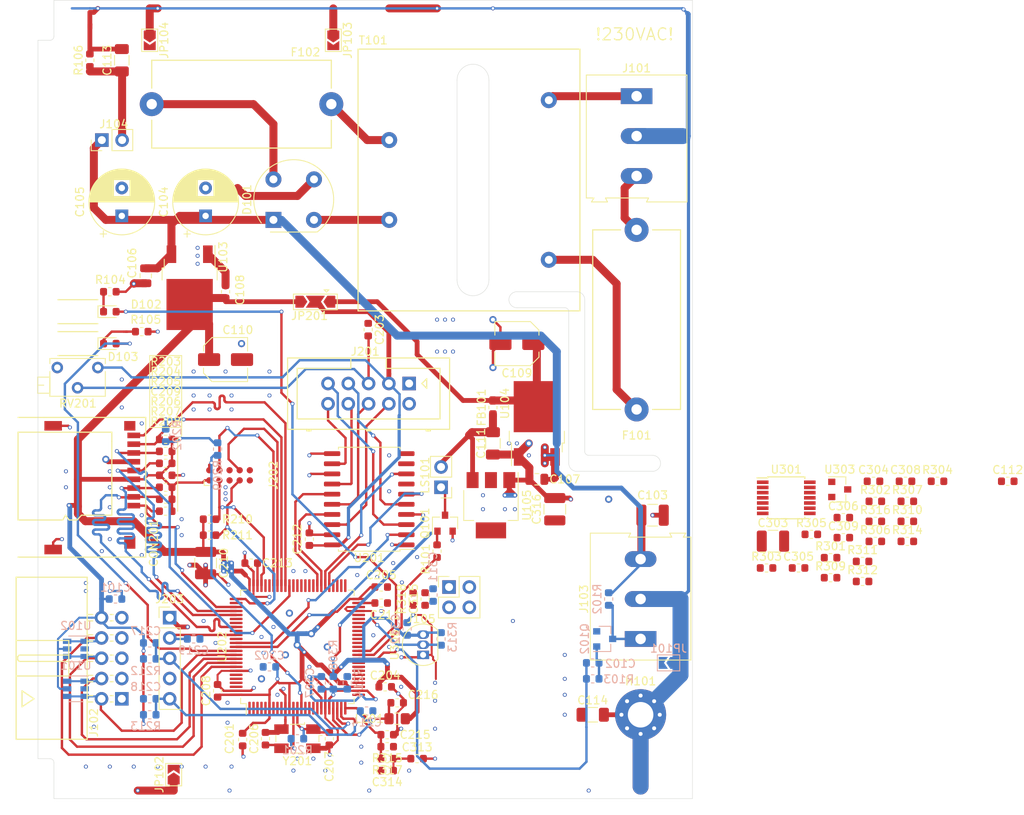
<source format=kicad_pcb>
(kicad_pcb (version 20171130) (host pcbnew 5.1.5)

  (general
    (thickness 1.6)
    (drawings 42)
    (tracks 1602)
    (zones 0)
    (modules 124)
    (nets 134)
  )

  (page A4)
  (layers
    (0 F.Cu signal)
    (31 B.Cu signal)
    (32 B.Adhes user)
    (33 F.Adhes user)
    (34 B.Paste user)
    (35 F.Paste user)
    (36 B.SilkS user)
    (37 F.SilkS user)
    (38 B.Mask user)
    (39 F.Mask user)
    (40 Dwgs.User user)
    (41 Cmts.User user)
    (42 Eco1.User user)
    (43 Eco2.User user)
    (44 Edge.Cuts user)
    (45 Margin user)
    (46 B.CrtYd user)
    (47 F.CrtYd user)
    (48 B.Fab user)
    (49 F.Fab user hide)
  )

  (setup
    (last_trace_width 0.25)
    (user_trace_width 0.3)
    (user_trace_width 0.4)
    (user_trace_width 0.6)
    (user_trace_width 1)
    (user_trace_width 2)
    (trace_clearance 0.2)
    (zone_clearance 0.25)
    (zone_45_only no)
    (trace_min 0.21)
    (via_size 0.5)
    (via_drill 0.3)
    (via_min_size 0.4)
    (via_min_drill 0.3)
    (user_via 0.9 0.5)
    (uvia_size 0.3)
    (uvia_drill 0.1)
    (uvias_allowed no)
    (uvia_min_size 0.2)
    (uvia_min_drill 0.1)
    (edge_width 0.05)
    (segment_width 0.2)
    (pcb_text_width 0.3)
    (pcb_text_size 1.5 1.5)
    (mod_edge_width 0.12)
    (mod_text_size 1 1)
    (mod_text_width 0.15)
    (pad_size 0.7874 0.7874)
    (pad_drill 0)
    (pad_to_mask_clearance 0.051)
    (solder_mask_min_width 0.25)
    (aux_axis_origin 13 13)
    (grid_origin 13 13)
    (visible_elements FFFFFF7F)
    (pcbplotparams
      (layerselection 0x010fc_ffffffff)
      (usegerberextensions true)
      (usegerberattributes false)
      (usegerberadvancedattributes false)
      (creategerberjobfile true)
      (excludeedgelayer true)
      (linewidth 0.100000)
      (plotframeref false)
      (viasonmask true)
      (mode 1)
      (useauxorigin false)
      (hpglpennumber 1)
      (hpglpenspeed 20)
      (hpglpendiameter 15.000000)
      (psnegative false)
      (psa4output false)
      (plotreference true)
      (plotvalue true)
      (plotinvisibletext false)
      (padsonsilk false)
      (subtractmaskfromsilk false)
      (outputformat 1)
      (mirror false)
      (drillshape 0)
      (scaleselection 1)
      (outputdirectory "gerber/"))
  )

  (net 0 "")
  (net 1 Earth)
  (net 2 GND)
  (net 3 +8V)
  (net 4 +3V3)
  (net 5 +5V)
  (net 6 /Controller/ENC1)
  (net 7 /Controller/ENC2)
  (net 8 /Controller/VREF)
  (net 9 /Controller/SW1)
  (net 10 /Frontend/FORCE+)
  (net 11 /Frontend/FORCE-)
  (net 12 /Frontend/SENS+)
  (net 13 /Frontend/SENS-)
  (net 14 /Controller/SDIO_D1)
  (net 15 /Controller/SDIO_D0)
  (net 16 /Controller/SDIO_CLK)
  (net 17 /Controller/SDIO_CMD)
  (net 18 /Controller/SDIO_D3)
  (net 19 /Controller/SDIO_D2)
  (net 20 "Net-(D102-Pad1)")
  (net 21 /Controller/TEMP_IN)
  (net 22 /L_Trafo)
  (net 23 /L_IN)
  (net 24 /N_IN)
  (net 25 /DIGIO3)
  (net 26 /DIGIO2)
  (net 27 /DIGIO1)
  (net 28 /DIGIO0)
  (net 29 /Controller/SWDIO)
  (net 30 /Controller/SWCLK)
  (net 31 /Controller/PC_RX)
  (net 32 /Controller/PC_TX)
  (net 33 /Controller/~RST)
  (net 34 "Net-(LS101-Pad1)")
  (net 35 /Controller/LCD_VO)
  (net 36 /Controller/LCD_RS)
  (net 37 /Controller/LCD_EN)
  (net 38 /Controller/LCD_D3)
  (net 39 /Controller/LCD_D0)
  (net 40 /Controller/LCD_D2)
  (net 41 /Controller/LCD_D1)
  (net 42 /Controller/FRONTEND_TEMP)
  (net 43 /OUT0)
  (net 44 /OUT3)
  (net 45 /OUT2)
  (net 46 /OUT1)
  (net 47 /Controller/VDDA)
  (net 48 +5VL)
  (net 49 /Controller/CARD_DETECT)
  (net 50 "Net-(C102-Pad2)")
  (net 51 "Net-(C306-Pad1)")
  (net 52 "Net-(C313-Pad1)")
  (net 53 "Net-(D101-Pad4)")
  (net 54 "Net-(D101-Pad2)")
  (net 55 "Net-(D103-Pad1)")
  (net 56 "Net-(F102-Pad2)")
  (net 57 "Net-(J103-Pad1)")
  (net 58 "Net-(Q101-Pad1)")
  (net 59 +3.3VA)
  (net 60 /Controller/NSS)
  (net 61 /Controller/SCK)
  (net 62 /Controller/MISO)
  (net 63 "Net-(C206-Pad1)")
  (net 64 "Net-(C207-Pad1)")
  (net 65 "Net-(C211-Pad1)")
  (net 66 "Net-(C212-Pad2)")
  (net 67 "Net-(C213-Pad1)")
  (net 68 "Net-(C303-Pad1)")
  (net 69 "Net-(C304-Pad2)")
  (net 70 "Net-(C304-Pad1)")
  (net 71 "Net-(C305-Pad2)")
  (net 72 "Net-(C305-Pad1)")
  (net 73 "Net-(C308-Pad2)")
  (net 74 "Net-(C308-Pad1)")
  (net 75 "Net-(J202-Pad5)")
  (net 76 "Net-(J202-Pad6)")
  (net 77 "Net-(J202-Pad8)")
  (net 78 "Net-(R311-Pad1)")
  (net 79 "Net-(R314-Pad2)")
  (net 80 "Net-(U201-Pad2)")
  (net 81 "Net-(U201-Pad4)")
  (net 82 "Net-(U201-Pad6)")
  (net 83 "Net-(U201-Pad7)")
  (net 84 "Net-(U201-Pad8)")
  (net 85 "Net-(U201-Pad9)")
  (net 86 "Net-(U201-Pad15)")
  (net 87 "Net-(U201-Pad17)")
  (net 88 "Net-(U202-Pad2)")
  (net 89 "Net-(U202-Pad3)")
  (net 90 "Net-(U202-Pad4)")
  (net 91 "Net-(U202-Pad5)")
  (net 92 "Net-(U202-Pad7)")
  (net 93 "Net-(U202-Pad8)")
  (net 94 "Net-(U202-Pad9)")
  (net 95 "Net-(U202-Pad15)")
  (net 96 "Net-(U202-Pad16)")
  (net 97 "Net-(U202-Pad17)")
  (net 98 "Net-(U202-Pad18)")
  (net 99 "Net-(U202-Pad26)")
  (net 100 "Net-(U202-Pad29)")
  (net 101 "Net-(U202-Pad32)")
  (net 102 "Net-(U202-Pad33)")
  (net 103 "Net-(U202-Pad34)")
  (net 104 "Net-(U202-Pad38)")
  (net 105 "Net-(U202-Pad39)")
  (net 106 "Net-(U202-Pad40)")
  (net 107 "Net-(U202-Pad41)")
  (net 108 "Net-(U202-Pad42)")
  (net 109 "Net-(U202-Pad43)")
  (net 110 "Net-(U202-Pad44)")
  (net 111 "Net-(U202-Pad45)")
  (net 112 "Net-(U202-Pad46)")
  (net 113 "Net-(U202-Pad51)")
  (net 114 "Net-(U202-Pad52)")
  (net 115 "Net-(U202-Pad53)")
  (net 116 "Net-(U202-Pad54)")
  (net 117 "Net-(U202-Pad59)")
  (net 118 "Net-(U202-Pad60)")
  (net 119 "Net-(U202-Pad61)")
  (net 120 "Net-(U202-Pad62)")
  (net 121 "Net-(U202-Pad63)")
  (net 122 "Net-(U202-Pad64)")
  (net 123 "Net-(U202-Pad70)")
  (net 124 "Net-(U202-Pad71)")
  (net 125 "Net-(U202-Pad77)")
  (net 126 "Net-(U202-Pad81)")
  (net 127 "Net-(U202-Pad82)")
  (net 128 "Net-(U202-Pad84)")
  (net 129 "Net-(U202-Pad86)")
  (net 130 "Net-(U202-Pad95)")
  (net 131 "Net-(U202-Pad96)")
  (net 132 "Net-(U202-Pad97)")
  (net 133 "Net-(U202-Pad98)")

  (net_class Default "This is the default net class."
    (clearance 0.2)
    (trace_width 0.25)
    (via_dia 0.5)
    (via_drill 0.3)
    (uvia_dia 0.3)
    (uvia_drill 0.1)
    (diff_pair_width 0.21)
    (diff_pair_gap 0.25)
    (add_net +3.3VA)
    (add_net +3V3)
    (add_net +5V)
    (add_net +5VL)
    (add_net +8V)
    (add_net /Controller/CARD_DETECT)
    (add_net /Controller/ENC1)
    (add_net /Controller/ENC2)
    (add_net /Controller/FRONTEND_TEMP)
    (add_net /Controller/LCD_D0)
    (add_net /Controller/LCD_D1)
    (add_net /Controller/LCD_D2)
    (add_net /Controller/LCD_D3)
    (add_net /Controller/LCD_EN)
    (add_net /Controller/LCD_RS)
    (add_net /Controller/LCD_VO)
    (add_net /Controller/MISO)
    (add_net /Controller/NSS)
    (add_net /Controller/PC_RX)
    (add_net /Controller/PC_TX)
    (add_net /Controller/SCK)
    (add_net /Controller/SDIO_CLK)
    (add_net /Controller/SDIO_CMD)
    (add_net /Controller/SDIO_D0)
    (add_net /Controller/SDIO_D1)
    (add_net /Controller/SDIO_D2)
    (add_net /Controller/SDIO_D3)
    (add_net /Controller/SW1)
    (add_net /Controller/SWCLK)
    (add_net /Controller/SWDIO)
    (add_net /Controller/TEMP_IN)
    (add_net /Controller/VDDA)
    (add_net /Controller/VREF)
    (add_net /Controller/~RST)
    (add_net /DIGIO0)
    (add_net /DIGIO1)
    (add_net /DIGIO2)
    (add_net /DIGIO3)
    (add_net /Frontend/FORCE+)
    (add_net /Frontend/FORCE-)
    (add_net /Frontend/SENS+)
    (add_net /Frontend/SENS-)
    (add_net /OUT0)
    (add_net /OUT1)
    (add_net /OUT2)
    (add_net /OUT3)
    (add_net Earth)
    (add_net GND)
    (add_net "Net-(C102-Pad2)")
    (add_net "Net-(C206-Pad1)")
    (add_net "Net-(C207-Pad1)")
    (add_net "Net-(C211-Pad1)")
    (add_net "Net-(C212-Pad2)")
    (add_net "Net-(C213-Pad1)")
    (add_net "Net-(C303-Pad1)")
    (add_net "Net-(C304-Pad1)")
    (add_net "Net-(C304-Pad2)")
    (add_net "Net-(C305-Pad1)")
    (add_net "Net-(C305-Pad2)")
    (add_net "Net-(C306-Pad1)")
    (add_net "Net-(C308-Pad1)")
    (add_net "Net-(C308-Pad2)")
    (add_net "Net-(C313-Pad1)")
    (add_net "Net-(D101-Pad2)")
    (add_net "Net-(D101-Pad4)")
    (add_net "Net-(D102-Pad1)")
    (add_net "Net-(D103-Pad1)")
    (add_net "Net-(F102-Pad2)")
    (add_net "Net-(J103-Pad1)")
    (add_net "Net-(J202-Pad5)")
    (add_net "Net-(J202-Pad6)")
    (add_net "Net-(J202-Pad8)")
    (add_net "Net-(LS101-Pad1)")
    (add_net "Net-(Q101-Pad1)")
    (add_net "Net-(R311-Pad1)")
    (add_net "Net-(R314-Pad2)")
    (add_net "Net-(U201-Pad15)")
    (add_net "Net-(U201-Pad17)")
    (add_net "Net-(U201-Pad2)")
    (add_net "Net-(U201-Pad4)")
    (add_net "Net-(U201-Pad6)")
    (add_net "Net-(U201-Pad7)")
    (add_net "Net-(U201-Pad8)")
    (add_net "Net-(U201-Pad9)")
    (add_net "Net-(U202-Pad15)")
    (add_net "Net-(U202-Pad16)")
    (add_net "Net-(U202-Pad17)")
    (add_net "Net-(U202-Pad18)")
    (add_net "Net-(U202-Pad2)")
    (add_net "Net-(U202-Pad26)")
    (add_net "Net-(U202-Pad29)")
    (add_net "Net-(U202-Pad3)")
    (add_net "Net-(U202-Pad32)")
    (add_net "Net-(U202-Pad33)")
    (add_net "Net-(U202-Pad34)")
    (add_net "Net-(U202-Pad38)")
    (add_net "Net-(U202-Pad39)")
    (add_net "Net-(U202-Pad4)")
    (add_net "Net-(U202-Pad40)")
    (add_net "Net-(U202-Pad41)")
    (add_net "Net-(U202-Pad42)")
    (add_net "Net-(U202-Pad43)")
    (add_net "Net-(U202-Pad44)")
    (add_net "Net-(U202-Pad45)")
    (add_net "Net-(U202-Pad46)")
    (add_net "Net-(U202-Pad5)")
    (add_net "Net-(U202-Pad51)")
    (add_net "Net-(U202-Pad52)")
    (add_net "Net-(U202-Pad53)")
    (add_net "Net-(U202-Pad54)")
    (add_net "Net-(U202-Pad59)")
    (add_net "Net-(U202-Pad60)")
    (add_net "Net-(U202-Pad61)")
    (add_net "Net-(U202-Pad62)")
    (add_net "Net-(U202-Pad63)")
    (add_net "Net-(U202-Pad64)")
    (add_net "Net-(U202-Pad7)")
    (add_net "Net-(U202-Pad70)")
    (add_net "Net-(U202-Pad71)")
    (add_net "Net-(U202-Pad77)")
    (add_net "Net-(U202-Pad8)")
    (add_net "Net-(U202-Pad81)")
    (add_net "Net-(U202-Pad82)")
    (add_net "Net-(U202-Pad84)")
    (add_net "Net-(U202-Pad86)")
    (add_net "Net-(U202-Pad9)")
    (add_net "Net-(U202-Pad95)")
    (add_net "Net-(U202-Pad96)")
    (add_net "Net-(U202-Pad97)")
    (add_net "Net-(U202-Pad98)")
  )

  (net_class HV ""
    (clearance 2.55)
    (trace_width 1)
    (via_dia 0.5)
    (via_drill 0.3)
    (uvia_dia 0.3)
    (uvia_drill 0.1)
    (diff_pair_width 0.21)
    (diff_pair_gap 0.25)
    (add_net /L_IN)
    (add_net /L_Trafo)
    (add_net /N_IN)
  )

  (module Package_TO_SOT_SMD:SOT-23 (layer F.Cu) (tedit 5A02FF57) (tstamp 5E3C9052)
    (at 116.45 74.27)
    (descr "SOT-23, Standard")
    (tags SOT-23)
    (path /5D8C5188/5E5592F3)
    (attr smd)
    (fp_text reference U303 (at 0 -2.5) (layer F.SilkS)
      (effects (font (size 1 1) (thickness 0.15)))
    )
    (fp_text value TL431LI-DBZ (at 0 2.5) (layer F.Fab)
      (effects (font (size 1 1) (thickness 0.15)))
    )
    (fp_line (start 0.76 1.58) (end -0.7 1.58) (layer F.SilkS) (width 0.12))
    (fp_line (start 0.76 -1.58) (end -1.4 -1.58) (layer F.SilkS) (width 0.12))
    (fp_line (start -1.7 1.75) (end -1.7 -1.75) (layer F.CrtYd) (width 0.05))
    (fp_line (start 1.7 1.75) (end -1.7 1.75) (layer F.CrtYd) (width 0.05))
    (fp_line (start 1.7 -1.75) (end 1.7 1.75) (layer F.CrtYd) (width 0.05))
    (fp_line (start -1.7 -1.75) (end 1.7 -1.75) (layer F.CrtYd) (width 0.05))
    (fp_line (start 0.76 -1.58) (end 0.76 -0.65) (layer F.SilkS) (width 0.12))
    (fp_line (start 0.76 1.58) (end 0.76 0.65) (layer F.SilkS) (width 0.12))
    (fp_line (start -0.7 1.52) (end 0.7 1.52) (layer F.Fab) (width 0.1))
    (fp_line (start 0.7 -1.52) (end 0.7 1.52) (layer F.Fab) (width 0.1))
    (fp_line (start -0.7 -0.95) (end -0.15 -1.52) (layer F.Fab) (width 0.1))
    (fp_line (start -0.15 -1.52) (end 0.7 -1.52) (layer F.Fab) (width 0.1))
    (fp_line (start -0.7 -0.95) (end -0.7 1.5) (layer F.Fab) (width 0.1))
    (fp_text user %R (at 0 0 90) (layer F.Fab)
      (effects (font (size 0.5 0.5) (thickness 0.075)))
    )
    (pad 3 smd rect (at 1 0) (size 0.9 0.8) (layers F.Cu F.Paste F.Mask)
      (net 2 GND))
    (pad 2 smd rect (at -1 0.95) (size 0.9 0.8) (layers F.Cu F.Paste F.Mask)
      (net 68 "Net-(C303-Pad1)"))
    (pad 1 smd rect (at -1 -0.95) (size 0.9 0.8) (layers F.Cu F.Paste F.Mask)
      (net 68 "Net-(C303-Pad1)"))
    (model ${KISYS3DMOD}/Package_TO_SOT_SMD.3dshapes/SOT-23.wrl
      (at (xyz 0 0 0))
      (scale (xyz 1 1 1))
      (rotate (xyz 0 0 0))
    )
  )

  (module Package_SO:TSSOP-14_4.4x5mm_P0.65mm (layer F.Cu) (tedit 5A02F25C) (tstamp 5E3C903D)
    (at 109.75 75.32)
    (descr "14-Lead Plastic Thin Shrink Small Outline (ST)-4.4 mm Body [TSSOP] (see Microchip Packaging Specification 00000049BS.pdf)")
    (tags "SSOP 0.65")
    (path /5D8C5188/5E3F0A96)
    (attr smd)
    (fp_text reference U301 (at 0 -3.55) (layer F.SilkS)
      (effects (font (size 1 1) (thickness 0.15)))
    )
    (fp_text value MCP6V34 (at 0 3.55) (layer F.Fab)
      (effects (font (size 1 1) (thickness 0.15)))
    )
    (fp_text user %R (at 0 0) (layer F.Fab)
      (effects (font (size 0.8 0.8) (thickness 0.15)))
    )
    (fp_line (start -2.325 -2.5) (end -3.675 -2.5) (layer F.SilkS) (width 0.15))
    (fp_line (start -2.325 2.625) (end 2.325 2.625) (layer F.SilkS) (width 0.15))
    (fp_line (start -2.325 -2.625) (end 2.325 -2.625) (layer F.SilkS) (width 0.15))
    (fp_line (start -2.325 2.625) (end -2.325 2.4) (layer F.SilkS) (width 0.15))
    (fp_line (start 2.325 2.625) (end 2.325 2.4) (layer F.SilkS) (width 0.15))
    (fp_line (start 2.325 -2.625) (end 2.325 -2.4) (layer F.SilkS) (width 0.15))
    (fp_line (start -2.325 -2.625) (end -2.325 -2.5) (layer F.SilkS) (width 0.15))
    (fp_line (start -3.95 2.8) (end 3.95 2.8) (layer F.CrtYd) (width 0.05))
    (fp_line (start -3.95 -2.8) (end 3.95 -2.8) (layer F.CrtYd) (width 0.05))
    (fp_line (start 3.95 -2.8) (end 3.95 2.8) (layer F.CrtYd) (width 0.05))
    (fp_line (start -3.95 -2.8) (end -3.95 2.8) (layer F.CrtYd) (width 0.05))
    (fp_line (start -2.2 -1.5) (end -1.2 -2.5) (layer F.Fab) (width 0.15))
    (fp_line (start -2.2 2.5) (end -2.2 -1.5) (layer F.Fab) (width 0.15))
    (fp_line (start 2.2 2.5) (end -2.2 2.5) (layer F.Fab) (width 0.15))
    (fp_line (start 2.2 -2.5) (end 2.2 2.5) (layer F.Fab) (width 0.15))
    (fp_line (start -1.2 -2.5) (end 2.2 -2.5) (layer F.Fab) (width 0.15))
    (pad 14 smd rect (at 2.95 -1.95) (size 1.45 0.45) (layers F.Cu F.Paste F.Mask)
      (net 72 "Net-(C305-Pad1)"))
    (pad 13 smd rect (at 2.95 -1.3) (size 1.45 0.45) (layers F.Cu F.Paste F.Mask)
      (net 71 "Net-(C305-Pad2)"))
    (pad 12 smd rect (at 2.95 -0.65) (size 1.45 0.45) (layers F.Cu F.Paste F.Mask)
      (net 12 /Frontend/SENS+))
    (pad 11 smd rect (at 2.95 0) (size 1.45 0.45) (layers F.Cu F.Paste F.Mask)
      (net 2 GND))
    (pad 10 smd rect (at 2.95 0.65) (size 1.45 0.45) (layers F.Cu F.Paste F.Mask)
      (net 13 /Frontend/SENS-))
    (pad 9 smd rect (at 2.95 1.3) (size 1.45 0.45) (layers F.Cu F.Paste F.Mask)
      (net 69 "Net-(C304-Pad2)"))
    (pad 8 smd rect (at 2.95 1.95) (size 1.45 0.45) (layers F.Cu F.Paste F.Mask)
      (net 70 "Net-(C304-Pad1)"))
    (pad 7 smd rect (at -2.95 1.95) (size 1.45 0.45) (layers F.Cu F.Paste F.Mask)
      (net 79 "Net-(R314-Pad2)"))
    (pad 6 smd rect (at -2.95 1.3) (size 1.45 0.45) (layers F.Cu F.Paste F.Mask)
      (net 78 "Net-(R311-Pad1)"))
    (pad 5 smd rect (at -2.95 0.65) (size 1.45 0.45) (layers F.Cu F.Paste F.Mask)
      (net 74 "Net-(C308-Pad1)"))
    (pad 4 smd rect (at -2.95 0) (size 1.45 0.45) (layers F.Cu F.Paste F.Mask)
      (net 59 +3.3VA))
    (pad 3 smd rect (at -2.95 -0.65) (size 1.45 0.45) (layers F.Cu F.Paste F.Mask)
      (net 51 "Net-(C306-Pad1)"))
    (pad 2 smd rect (at -2.95 -1.3) (size 1.45 0.45) (layers F.Cu F.Paste F.Mask)
      (net 11 /Frontend/FORCE-))
    (pad 1 smd rect (at -2.95 -1.95) (size 1.45 0.45) (layers F.Cu F.Paste F.Mask)
      (net 10 /Frontend/FORCE+))
    (model ${KISYS3DMOD}/Package_SO.3dshapes/TSSOP-14_4.4x5mm_P0.65mm.wrl
      (at (xyz 0 0 0))
      (scale (xyz 1 1 1))
      (rotate (xyz 0 0 0))
    )
  )

  (module Resistor_SMD:R_0603_1608Metric (layer F.Cu) (tedit 5B301BBD) (tstamp 5E3C8D0C)
    (at 120.91 78.27)
    (descr "Resistor SMD 0603 (1608 Metric), square (rectangular) end terminal, IPC_7351 nominal, (Body size source: http://www.tortai-tech.com/upload/download/2011102023233369053.pdf), generated with kicad-footprint-generator")
    (tags resistor)
    (path /5D8C5188/5D90BA7B)
    (attr smd)
    (fp_text reference R316 (at 0 -1.43) (layer F.SilkS)
      (effects (font (size 1 1) (thickness 0.15)))
    )
    (fp_text value "1k 0.1%" (at 0 1.43) (layer F.Fab)
      (effects (font (size 1 1) (thickness 0.15)))
    )
    (fp_text user %R (at 0 0) (layer F.Fab)
      (effects (font (size 0.4 0.4) (thickness 0.06)))
    )
    (fp_line (start 1.48 0.73) (end -1.48 0.73) (layer F.CrtYd) (width 0.05))
    (fp_line (start 1.48 -0.73) (end 1.48 0.73) (layer F.CrtYd) (width 0.05))
    (fp_line (start -1.48 -0.73) (end 1.48 -0.73) (layer F.CrtYd) (width 0.05))
    (fp_line (start -1.48 0.73) (end -1.48 -0.73) (layer F.CrtYd) (width 0.05))
    (fp_line (start -0.162779 0.51) (end 0.162779 0.51) (layer F.SilkS) (width 0.12))
    (fp_line (start -0.162779 -0.51) (end 0.162779 -0.51) (layer F.SilkS) (width 0.12))
    (fp_line (start 0.8 0.4) (end -0.8 0.4) (layer F.Fab) (width 0.1))
    (fp_line (start 0.8 -0.4) (end 0.8 0.4) (layer F.Fab) (width 0.1))
    (fp_line (start -0.8 -0.4) (end 0.8 -0.4) (layer F.Fab) (width 0.1))
    (fp_line (start -0.8 0.4) (end -0.8 -0.4) (layer F.Fab) (width 0.1))
    (pad 2 smd roundrect (at 0.7875 0) (size 0.875 0.95) (layers F.Cu F.Paste F.Mask) (roundrect_rratio 0.25)
      (net 2 GND))
    (pad 1 smd roundrect (at -0.7875 0) (size 0.875 0.95) (layers F.Cu F.Paste F.Mask) (roundrect_rratio 0.25)
      (net 11 /Frontend/FORCE-))
    (model ${KISYS3DMOD}/Resistor_SMD.3dshapes/R_0603_1608Metric.wrl
      (at (xyz 0 0 0))
      (scale (xyz 1 1 1))
      (rotate (xyz 0 0 0))
    )
  )

  (module Resistor_SMD:R_0603_1608Metric (layer F.Cu) (tedit 5B301BBD) (tstamp 5E3C8CDB)
    (at 124.92 80.78)
    (descr "Resistor SMD 0603 (1608 Metric), square (rectangular) end terminal, IPC_7351 nominal, (Body size source: http://www.tortai-tech.com/upload/download/2011102023233369053.pdf), generated with kicad-footprint-generator")
    (tags resistor)
    (path /5D8C5188/5E3A5DAA)
    (attr smd)
    (fp_text reference R314 (at 0 -1.43) (layer F.SilkS)
      (effects (font (size 1 1) (thickness 0.15)))
    )
    (fp_text value "5k 0.1%" (at 0 1.43) (layer F.Fab)
      (effects (font (size 1 1) (thickness 0.15)))
    )
    (fp_text user %R (at 0 0) (layer F.Fab)
      (effects (font (size 0.4 0.4) (thickness 0.06)))
    )
    (fp_line (start 1.48 0.73) (end -1.48 0.73) (layer F.CrtYd) (width 0.05))
    (fp_line (start 1.48 -0.73) (end 1.48 0.73) (layer F.CrtYd) (width 0.05))
    (fp_line (start -1.48 -0.73) (end 1.48 -0.73) (layer F.CrtYd) (width 0.05))
    (fp_line (start -1.48 0.73) (end -1.48 -0.73) (layer F.CrtYd) (width 0.05))
    (fp_line (start -0.162779 0.51) (end 0.162779 0.51) (layer F.SilkS) (width 0.12))
    (fp_line (start -0.162779 -0.51) (end 0.162779 -0.51) (layer F.SilkS) (width 0.12))
    (fp_line (start 0.8 0.4) (end -0.8 0.4) (layer F.Fab) (width 0.1))
    (fp_line (start 0.8 -0.4) (end 0.8 0.4) (layer F.Fab) (width 0.1))
    (fp_line (start -0.8 -0.4) (end 0.8 -0.4) (layer F.Fab) (width 0.1))
    (fp_line (start -0.8 0.4) (end -0.8 -0.4) (layer F.Fab) (width 0.1))
    (pad 2 smd roundrect (at 0.7875 0) (size 0.875 0.95) (layers F.Cu F.Paste F.Mask) (roundrect_rratio 0.25)
      (net 79 "Net-(R314-Pad2)"))
    (pad 1 smd roundrect (at -0.7875 0) (size 0.875 0.95) (layers F.Cu F.Paste F.Mask) (roundrect_rratio 0.25)
      (net 78 "Net-(R311-Pad1)"))
    (model ${KISYS3DMOD}/Resistor_SMD.3dshapes/R_0603_1608Metric.wrl
      (at (xyz 0 0 0))
      (scale (xyz 1 1 1))
      (rotate (xyz 0 0 0))
    )
  )

  (module Resistor_SMD:R_0603_1608Metric (layer F.Cu) (tedit 5B301BBD) (tstamp 5E3C8CAA)
    (at 119.31 85.8)
    (descr "Resistor SMD 0603 (1608 Metric), square (rectangular) end terminal, IPC_7351 nominal, (Body size source: http://www.tortai-tech.com/upload/download/2011102023233369053.pdf), generated with kicad-footprint-generator")
    (tags resistor)
    (path /5D8C5188/5E381FD9)
    (attr smd)
    (fp_text reference R312 (at 0 -1.43) (layer F.SilkS)
      (effects (font (size 1 1) (thickness 0.15)))
    )
    (fp_text value "1k 0.1%" (at 0 1.43) (layer F.Fab)
      (effects (font (size 1 1) (thickness 0.15)))
    )
    (fp_text user %R (at 0 0) (layer F.Fab)
      (effects (font (size 0.4 0.4) (thickness 0.06)))
    )
    (fp_line (start 1.48 0.73) (end -1.48 0.73) (layer F.CrtYd) (width 0.05))
    (fp_line (start 1.48 -0.73) (end 1.48 0.73) (layer F.CrtYd) (width 0.05))
    (fp_line (start -1.48 -0.73) (end 1.48 -0.73) (layer F.CrtYd) (width 0.05))
    (fp_line (start -1.48 0.73) (end -1.48 -0.73) (layer F.CrtYd) (width 0.05))
    (fp_line (start -0.162779 0.51) (end 0.162779 0.51) (layer F.SilkS) (width 0.12))
    (fp_line (start -0.162779 -0.51) (end 0.162779 -0.51) (layer F.SilkS) (width 0.12))
    (fp_line (start 0.8 0.4) (end -0.8 0.4) (layer F.Fab) (width 0.1))
    (fp_line (start 0.8 -0.4) (end 0.8 0.4) (layer F.Fab) (width 0.1))
    (fp_line (start -0.8 -0.4) (end 0.8 -0.4) (layer F.Fab) (width 0.1))
    (fp_line (start -0.8 0.4) (end -0.8 -0.4) (layer F.Fab) (width 0.1))
    (pad 2 smd roundrect (at 0.7875 0) (size 0.875 0.95) (layers F.Cu F.Paste F.Mask) (roundrect_rratio 0.25)
      (net 78 "Net-(R311-Pad1)"))
    (pad 1 smd roundrect (at -0.7875 0) (size 0.875 0.95) (layers F.Cu F.Paste F.Mask) (roundrect_rratio 0.25)
      (net 70 "Net-(C304-Pad1)"))
    (model ${KISYS3DMOD}/Resistor_SMD.3dshapes/R_0603_1608Metric.wrl
      (at (xyz 0 0 0))
      (scale (xyz 1 1 1))
      (rotate (xyz 0 0 0))
    )
  )

  (module Resistor_SMD:R_0603_1608Metric (layer F.Cu) (tedit 5B301BBD) (tstamp 5E3C8C99)
    (at 119.31 83.29)
    (descr "Resistor SMD 0603 (1608 Metric), square (rectangular) end terminal, IPC_7351 nominal, (Body size source: http://www.tortai-tech.com/upload/download/2011102023233369053.pdf), generated with kicad-footprint-generator")
    (tags resistor)
    (path /5D8C5188/5E6BEB7A)
    (attr smd)
    (fp_text reference R311 (at 0 -1.43) (layer F.SilkS)
      (effects (font (size 1 1) (thickness 0.15)))
    )
    (fp_text value DNP (at 0 1.43) (layer F.Fab)
      (effects (font (size 1 1) (thickness 0.15)))
    )
    (fp_text user %R (at 0 0) (layer F.Fab)
      (effects (font (size 0.4 0.4) (thickness 0.06)))
    )
    (fp_line (start 1.48 0.73) (end -1.48 0.73) (layer F.CrtYd) (width 0.05))
    (fp_line (start 1.48 -0.73) (end 1.48 0.73) (layer F.CrtYd) (width 0.05))
    (fp_line (start -1.48 -0.73) (end 1.48 -0.73) (layer F.CrtYd) (width 0.05))
    (fp_line (start -1.48 0.73) (end -1.48 -0.73) (layer F.CrtYd) (width 0.05))
    (fp_line (start -0.162779 0.51) (end 0.162779 0.51) (layer F.SilkS) (width 0.12))
    (fp_line (start -0.162779 -0.51) (end 0.162779 -0.51) (layer F.SilkS) (width 0.12))
    (fp_line (start 0.8 0.4) (end -0.8 0.4) (layer F.Fab) (width 0.1))
    (fp_line (start 0.8 -0.4) (end 0.8 0.4) (layer F.Fab) (width 0.1))
    (fp_line (start -0.8 -0.4) (end 0.8 -0.4) (layer F.Fab) (width 0.1))
    (fp_line (start -0.8 0.4) (end -0.8 -0.4) (layer F.Fab) (width 0.1))
    (pad 2 smd roundrect (at 0.7875 0) (size 0.875 0.95) (layers F.Cu F.Paste F.Mask) (roundrect_rratio 0.25)
      (net 73 "Net-(C308-Pad2)"))
    (pad 1 smd roundrect (at -0.7875 0) (size 0.875 0.95) (layers F.Cu F.Paste F.Mask) (roundrect_rratio 0.25)
      (net 78 "Net-(R311-Pad1)"))
    (model ${KISYS3DMOD}/Resistor_SMD.3dshapes/R_0603_1608Metric.wrl
      (at (xyz 0 0 0))
      (scale (xyz 1 1 1))
      (rotate (xyz 0 0 0))
    )
  )

  (module Resistor_SMD:R_0603_1608Metric (layer F.Cu) (tedit 5B301BBD) (tstamp 5E3C8C88)
    (at 124.92 78.27)
    (descr "Resistor SMD 0603 (1608 Metric), square (rectangular) end terminal, IPC_7351 nominal, (Body size source: http://www.tortai-tech.com/upload/download/2011102023233369053.pdf), generated with kicad-footprint-generator")
    (tags resistor)
    (path /5D8C5188/5D947159)
    (attr smd)
    (fp_text reference R310 (at 0 -1.43) (layer F.SilkS)
      (effects (font (size 1 1) (thickness 0.15)))
    )
    (fp_text value "1k 0.1%" (at 0 1.43) (layer F.Fab)
      (effects (font (size 1 1) (thickness 0.15)))
    )
    (fp_text user %R (at 0 0) (layer F.Fab)
      (effects (font (size 0.4 0.4) (thickness 0.06)))
    )
    (fp_line (start 1.48 0.73) (end -1.48 0.73) (layer F.CrtYd) (width 0.05))
    (fp_line (start 1.48 -0.73) (end 1.48 0.73) (layer F.CrtYd) (width 0.05))
    (fp_line (start -1.48 -0.73) (end 1.48 -0.73) (layer F.CrtYd) (width 0.05))
    (fp_line (start -1.48 0.73) (end -1.48 -0.73) (layer F.CrtYd) (width 0.05))
    (fp_line (start -0.162779 0.51) (end 0.162779 0.51) (layer F.SilkS) (width 0.12))
    (fp_line (start -0.162779 -0.51) (end 0.162779 -0.51) (layer F.SilkS) (width 0.12))
    (fp_line (start 0.8 0.4) (end -0.8 0.4) (layer F.Fab) (width 0.1))
    (fp_line (start 0.8 -0.4) (end 0.8 0.4) (layer F.Fab) (width 0.1))
    (fp_line (start -0.8 -0.4) (end 0.8 -0.4) (layer F.Fab) (width 0.1))
    (fp_line (start -0.8 0.4) (end -0.8 -0.4) (layer F.Fab) (width 0.1))
    (pad 2 smd roundrect (at 0.7875 0) (size 0.875 0.95) (layers F.Cu F.Paste F.Mask) (roundrect_rratio 0.25)
      (net 2 GND))
    (pad 1 smd roundrect (at -0.7875 0) (size 0.875 0.95) (layers F.Cu F.Paste F.Mask) (roundrect_rratio 0.25)
      (net 51 "Net-(C306-Pad1)"))
    (model ${KISYS3DMOD}/Resistor_SMD.3dshapes/R_0603_1608Metric.wrl
      (at (xyz 0 0 0))
      (scale (xyz 1 1 1))
      (rotate (xyz 0 0 0))
    )
  )

  (module Resistor_SMD:R_0603_1608Metric (layer F.Cu) (tedit 5B301BBD) (tstamp 5E3C8C77)
    (at 115.3 85.33)
    (descr "Resistor SMD 0603 (1608 Metric), square (rectangular) end terminal, IPC_7351 nominal, (Body size source: http://www.tortai-tech.com/upload/download/2011102023233369053.pdf), generated with kicad-footprint-generator")
    (tags resistor)
    (path /5D8C5188/5E352DB6)
    (attr smd)
    (fp_text reference R309 (at 0 -1.43) (layer F.SilkS)
      (effects (font (size 1 1) (thickness 0.15)))
    )
    (fp_text value "5k 0.1%" (at 0 1.43) (layer F.Fab)
      (effects (font (size 1 1) (thickness 0.15)))
    )
    (fp_text user %R (at 0 0) (layer F.Fab)
      (effects (font (size 0.4 0.4) (thickness 0.06)))
    )
    (fp_line (start 1.48 0.73) (end -1.48 0.73) (layer F.CrtYd) (width 0.05))
    (fp_line (start 1.48 -0.73) (end 1.48 0.73) (layer F.CrtYd) (width 0.05))
    (fp_line (start -1.48 -0.73) (end 1.48 -0.73) (layer F.CrtYd) (width 0.05))
    (fp_line (start -1.48 0.73) (end -1.48 -0.73) (layer F.CrtYd) (width 0.05))
    (fp_line (start -0.162779 0.51) (end 0.162779 0.51) (layer F.SilkS) (width 0.12))
    (fp_line (start -0.162779 -0.51) (end 0.162779 -0.51) (layer F.SilkS) (width 0.12))
    (fp_line (start 0.8 0.4) (end -0.8 0.4) (layer F.Fab) (width 0.1))
    (fp_line (start 0.8 -0.4) (end 0.8 0.4) (layer F.Fab) (width 0.1))
    (fp_line (start -0.8 -0.4) (end 0.8 -0.4) (layer F.Fab) (width 0.1))
    (fp_line (start -0.8 0.4) (end -0.8 -0.4) (layer F.Fab) (width 0.1))
    (pad 2 smd roundrect (at 0.7875 0) (size 0.875 0.95) (layers F.Cu F.Paste F.Mask) (roundrect_rratio 0.25)
      (net 74 "Net-(C308-Pad1)"))
    (pad 1 smd roundrect (at -0.7875 0) (size 0.875 0.95) (layers F.Cu F.Paste F.Mask) (roundrect_rratio 0.25)
      (net 2 GND))
    (model ${KISYS3DMOD}/Resistor_SMD.3dshapes/R_0603_1608Metric.wrl
      (at (xyz 0 0 0))
      (scale (xyz 1 1 1))
      (rotate (xyz 0 0 0))
    )
  )

  (module Resistor_SMD:R_0603_1608Metric (layer F.Cu) (tedit 5B301BBD) (tstamp 5E3C8C46)
    (at 124.92 75.76)
    (descr "Resistor SMD 0603 (1608 Metric), square (rectangular) end terminal, IPC_7351 nominal, (Body size source: http://www.tortai-tech.com/upload/download/2011102023233369053.pdf), generated with kicad-footprint-generator")
    (tags resistor)
    (path /5D8C5188/5E333B2A)
    (attr smd)
    (fp_text reference R307 (at 0 -1.43) (layer F.SilkS)
      (effects (font (size 1 1) (thickness 0.15)))
    )
    (fp_text value "1k 0.1%" (at 0 1.43) (layer F.Fab)
      (effects (font (size 1 1) (thickness 0.15)))
    )
    (fp_text user %R (at 0 0) (layer F.Fab)
      (effects (font (size 0.4 0.4) (thickness 0.06)))
    )
    (fp_line (start 1.48 0.73) (end -1.48 0.73) (layer F.CrtYd) (width 0.05))
    (fp_line (start 1.48 -0.73) (end 1.48 0.73) (layer F.CrtYd) (width 0.05))
    (fp_line (start -1.48 -0.73) (end 1.48 -0.73) (layer F.CrtYd) (width 0.05))
    (fp_line (start -1.48 0.73) (end -1.48 -0.73) (layer F.CrtYd) (width 0.05))
    (fp_line (start -0.162779 0.51) (end 0.162779 0.51) (layer F.SilkS) (width 0.12))
    (fp_line (start -0.162779 -0.51) (end 0.162779 -0.51) (layer F.SilkS) (width 0.12))
    (fp_line (start 0.8 0.4) (end -0.8 0.4) (layer F.Fab) (width 0.1))
    (fp_line (start 0.8 -0.4) (end 0.8 0.4) (layer F.Fab) (width 0.1))
    (fp_line (start -0.8 -0.4) (end 0.8 -0.4) (layer F.Fab) (width 0.1))
    (fp_line (start -0.8 0.4) (end -0.8 -0.4) (layer F.Fab) (width 0.1))
    (pad 2 smd roundrect (at 0.7875 0) (size 0.875 0.95) (layers F.Cu F.Paste F.Mask) (roundrect_rratio 0.25)
      (net 72 "Net-(C305-Pad1)"))
    (pad 1 smd roundrect (at -0.7875 0) (size 0.875 0.95) (layers F.Cu F.Paste F.Mask) (roundrect_rratio 0.25)
      (net 74 "Net-(C308-Pad1)"))
    (model ${KISYS3DMOD}/Resistor_SMD.3dshapes/R_0603_1608Metric.wrl
      (at (xyz 0 0 0))
      (scale (xyz 1 1 1))
      (rotate (xyz 0 0 0))
    )
  )

  (module Resistor_SMD:R_0603_1608Metric (layer F.Cu) (tedit 5B301BBD) (tstamp 5E3C8C35)
    (at 120.91 80.78)
    (descr "Resistor SMD 0603 (1608 Metric), square (rectangular) end terminal, IPC_7351 nominal, (Body size source: http://www.tortai-tech.com/upload/download/2011102023233369053.pdf), generated with kicad-footprint-generator")
    (tags resistor)
    (path /5D8C5188/5D9371CC)
    (attr smd)
    (fp_text reference R306 (at 0 -1.43) (layer F.SilkS)
      (effects (font (size 1 1) (thickness 0.15)))
    )
    (fp_text value "24k 0.1%" (at 0 1.43) (layer F.Fab)
      (effects (font (size 1 1) (thickness 0.15)))
    )
    (fp_text user %R (at 0 0) (layer F.Fab)
      (effects (font (size 0.4 0.4) (thickness 0.06)))
    )
    (fp_line (start 1.48 0.73) (end -1.48 0.73) (layer F.CrtYd) (width 0.05))
    (fp_line (start 1.48 -0.73) (end 1.48 0.73) (layer F.CrtYd) (width 0.05))
    (fp_line (start -1.48 -0.73) (end 1.48 -0.73) (layer F.CrtYd) (width 0.05))
    (fp_line (start -1.48 0.73) (end -1.48 -0.73) (layer F.CrtYd) (width 0.05))
    (fp_line (start -0.162779 0.51) (end 0.162779 0.51) (layer F.SilkS) (width 0.12))
    (fp_line (start -0.162779 -0.51) (end 0.162779 -0.51) (layer F.SilkS) (width 0.12))
    (fp_line (start 0.8 0.4) (end -0.8 0.4) (layer F.Fab) (width 0.1))
    (fp_line (start 0.8 -0.4) (end 0.8 0.4) (layer F.Fab) (width 0.1))
    (fp_line (start -0.8 -0.4) (end 0.8 -0.4) (layer F.Fab) (width 0.1))
    (fp_line (start -0.8 0.4) (end -0.8 -0.4) (layer F.Fab) (width 0.1))
    (pad 2 smd roundrect (at 0.7875 0) (size 0.875 0.95) (layers F.Cu F.Paste F.Mask) (roundrect_rratio 0.25)
      (net 68 "Net-(C303-Pad1)"))
    (pad 1 smd roundrect (at -0.7875 0) (size 0.875 0.95) (layers F.Cu F.Paste F.Mask) (roundrect_rratio 0.25)
      (net 51 "Net-(C306-Pad1)"))
    (model ${KISYS3DMOD}/Resistor_SMD.3dshapes/R_0603_1608Metric.wrl
      (at (xyz 0 0 0))
      (scale (xyz 1 1 1))
      (rotate (xyz 0 0 0))
    )
  )

  (module Resistor_SMD:R_0603_1608Metric (layer F.Cu) (tedit 5B301BBD) (tstamp 5E3C8C24)
    (at 112.89 79.9)
    (descr "Resistor SMD 0603 (1608 Metric), square (rectangular) end terminal, IPC_7351 nominal, (Body size source: http://www.tortai-tech.com/upload/download/2011102023233369053.pdf), generated with kicad-footprint-generator")
    (tags resistor)
    (path /5D8C5188/5E255618)
    (attr smd)
    (fp_text reference R305 (at 0 -1.43) (layer F.SilkS)
      (effects (font (size 1 1) (thickness 0.15)))
    )
    (fp_text value "1k 0.1%" (at 0 1.43) (layer F.Fab)
      (effects (font (size 1 1) (thickness 0.15)))
    )
    (fp_text user %R (at 0 0) (layer F.Fab)
      (effects (font (size 0.4 0.4) (thickness 0.06)))
    )
    (fp_line (start 1.48 0.73) (end -1.48 0.73) (layer F.CrtYd) (width 0.05))
    (fp_line (start 1.48 -0.73) (end 1.48 0.73) (layer F.CrtYd) (width 0.05))
    (fp_line (start -1.48 -0.73) (end 1.48 -0.73) (layer F.CrtYd) (width 0.05))
    (fp_line (start -1.48 0.73) (end -1.48 -0.73) (layer F.CrtYd) (width 0.05))
    (fp_line (start -0.162779 0.51) (end 0.162779 0.51) (layer F.SilkS) (width 0.12))
    (fp_line (start -0.162779 -0.51) (end 0.162779 -0.51) (layer F.SilkS) (width 0.12))
    (fp_line (start 0.8 0.4) (end -0.8 0.4) (layer F.Fab) (width 0.1))
    (fp_line (start 0.8 -0.4) (end 0.8 0.4) (layer F.Fab) (width 0.1))
    (fp_line (start -0.8 -0.4) (end 0.8 -0.4) (layer F.Fab) (width 0.1))
    (fp_line (start -0.8 0.4) (end -0.8 -0.4) (layer F.Fab) (width 0.1))
    (pad 2 smd roundrect (at 0.7875 0) (size 0.875 0.95) (layers F.Cu F.Paste F.Mask) (roundrect_rratio 0.25)
      (net 71 "Net-(C305-Pad2)"))
    (pad 1 smd roundrect (at -0.7875 0) (size 0.875 0.95) (layers F.Cu F.Paste F.Mask) (roundrect_rratio 0.25)
      (net 72 "Net-(C305-Pad1)"))
    (model ${KISYS3DMOD}/Resistor_SMD.3dshapes/R_0603_1608Metric.wrl
      (at (xyz 0 0 0))
      (scale (xyz 1 1 1))
      (rotate (xyz 0 0 0))
    )
  )

  (module Resistor_SMD:R_0603_1608Metric (layer F.Cu) (tedit 5B301BBD) (tstamp 5E3C8C13)
    (at 128.7 73.25)
    (descr "Resistor SMD 0603 (1608 Metric), square (rectangular) end terminal, IPC_7351 nominal, (Body size source: http://www.tortai-tech.com/upload/download/2011102023233369053.pdf), generated with kicad-footprint-generator")
    (tags resistor)
    (path /5D8C5188/5E292BD1)
    (attr smd)
    (fp_text reference R304 (at 0 -1.43) (layer F.SilkS)
      (effects (font (size 1 1) (thickness 0.15)))
    )
    (fp_text value "1k 0.1%" (at 0 1.43) (layer F.Fab)
      (effects (font (size 1 1) (thickness 0.15)))
    )
    (fp_text user %R (at 0 0) (layer F.Fab)
      (effects (font (size 0.4 0.4) (thickness 0.06)))
    )
    (fp_line (start 1.48 0.73) (end -1.48 0.73) (layer F.CrtYd) (width 0.05))
    (fp_line (start 1.48 -0.73) (end 1.48 0.73) (layer F.CrtYd) (width 0.05))
    (fp_line (start -1.48 -0.73) (end 1.48 -0.73) (layer F.CrtYd) (width 0.05))
    (fp_line (start -1.48 0.73) (end -1.48 -0.73) (layer F.CrtYd) (width 0.05))
    (fp_line (start -0.162779 0.51) (end 0.162779 0.51) (layer F.SilkS) (width 0.12))
    (fp_line (start -0.162779 -0.51) (end 0.162779 -0.51) (layer F.SilkS) (width 0.12))
    (fp_line (start 0.8 0.4) (end -0.8 0.4) (layer F.Fab) (width 0.1))
    (fp_line (start 0.8 -0.4) (end 0.8 0.4) (layer F.Fab) (width 0.1))
    (fp_line (start -0.8 -0.4) (end 0.8 -0.4) (layer F.Fab) (width 0.1))
    (fp_line (start -0.8 0.4) (end -0.8 -0.4) (layer F.Fab) (width 0.1))
    (pad 2 smd roundrect (at 0.7875 0) (size 0.875 0.95) (layers F.Cu F.Paste F.Mask) (roundrect_rratio 0.25)
      (net 69 "Net-(C304-Pad2)"))
    (pad 1 smd roundrect (at -0.7875 0) (size 0.875 0.95) (layers F.Cu F.Paste F.Mask) (roundrect_rratio 0.25)
      (net 70 "Net-(C304-Pad1)"))
    (model ${KISYS3DMOD}/Resistor_SMD.3dshapes/R_0603_1608Metric.wrl
      (at (xyz 0 0 0))
      (scale (xyz 1 1 1))
      (rotate (xyz 0 0 0))
    )
  )

  (module Resistor_SMD:R_0603_1608Metric (layer F.Cu) (tedit 5B301BBD) (tstamp 5E3C8C02)
    (at 107.28 84.11)
    (descr "Resistor SMD 0603 (1608 Metric), square (rectangular) end terminal, IPC_7351 nominal, (Body size source: http://www.tortai-tech.com/upload/download/2011102023233369053.pdf), generated with kicad-footprint-generator")
    (tags resistor)
    (path /5D8C5188/5D929598)
    (attr smd)
    (fp_text reference R303 (at 0 -1.43) (layer F.SilkS)
      (effects (font (size 1 1) (thickness 0.15)))
    )
    (fp_text value 150 (at 0 1.43) (layer F.Fab)
      (effects (font (size 1 1) (thickness 0.15)))
    )
    (fp_text user %R (at 0 0) (layer F.Fab)
      (effects (font (size 0.4 0.4) (thickness 0.06)))
    )
    (fp_line (start 1.48 0.73) (end -1.48 0.73) (layer F.CrtYd) (width 0.05))
    (fp_line (start 1.48 -0.73) (end 1.48 0.73) (layer F.CrtYd) (width 0.05))
    (fp_line (start -1.48 -0.73) (end 1.48 -0.73) (layer F.CrtYd) (width 0.05))
    (fp_line (start -1.48 0.73) (end -1.48 -0.73) (layer F.CrtYd) (width 0.05))
    (fp_line (start -0.162779 0.51) (end 0.162779 0.51) (layer F.SilkS) (width 0.12))
    (fp_line (start -0.162779 -0.51) (end 0.162779 -0.51) (layer F.SilkS) (width 0.12))
    (fp_line (start 0.8 0.4) (end -0.8 0.4) (layer F.Fab) (width 0.1))
    (fp_line (start 0.8 -0.4) (end 0.8 0.4) (layer F.Fab) (width 0.1))
    (fp_line (start -0.8 -0.4) (end 0.8 -0.4) (layer F.Fab) (width 0.1))
    (fp_line (start -0.8 0.4) (end -0.8 -0.4) (layer F.Fab) (width 0.1))
    (pad 2 smd roundrect (at 0.7875 0) (size 0.875 0.95) (layers F.Cu F.Paste F.Mask) (roundrect_rratio 0.25)
      (net 68 "Net-(C303-Pad1)"))
    (pad 1 smd roundrect (at -0.7875 0) (size 0.875 0.95) (layers F.Cu F.Paste F.Mask) (roundrect_rratio 0.25)
      (net 59 +3.3VA))
    (model ${KISYS3DMOD}/Resistor_SMD.3dshapes/R_0603_1608Metric.wrl
      (at (xyz 0 0 0))
      (scale (xyz 1 1 1))
      (rotate (xyz 0 0 0))
    )
  )

  (module Resistor_SMD:R_0603_1608Metric (layer F.Cu) (tedit 5B301BBD) (tstamp 5E3C8BF1)
    (at 120.91 75.76)
    (descr "Resistor SMD 0603 (1608 Metric), square (rectangular) end terminal, IPC_7351 nominal, (Body size source: http://www.tortai-tech.com/upload/download/2011102023233369053.pdf), generated with kicad-footprint-generator")
    (tags resistor)
    (path /5D8C5188/5E25723A)
    (attr smd)
    (fp_text reference R302 (at 0 -1.43) (layer F.SilkS)
      (effects (font (size 1 1) (thickness 0.15)))
    )
    (fp_text value "1k 0.1%" (at 0 1.43) (layer F.Fab)
      (effects (font (size 1 1) (thickness 0.15)))
    )
    (fp_text user %R (at 0 0) (layer F.Fab)
      (effects (font (size 0.4 0.4) (thickness 0.06)))
    )
    (fp_line (start 1.48 0.73) (end -1.48 0.73) (layer F.CrtYd) (width 0.05))
    (fp_line (start 1.48 -0.73) (end 1.48 0.73) (layer F.CrtYd) (width 0.05))
    (fp_line (start -1.48 -0.73) (end 1.48 -0.73) (layer F.CrtYd) (width 0.05))
    (fp_line (start -1.48 0.73) (end -1.48 -0.73) (layer F.CrtYd) (width 0.05))
    (fp_line (start -0.162779 0.51) (end 0.162779 0.51) (layer F.SilkS) (width 0.12))
    (fp_line (start -0.162779 -0.51) (end 0.162779 -0.51) (layer F.SilkS) (width 0.12))
    (fp_line (start 0.8 0.4) (end -0.8 0.4) (layer F.Fab) (width 0.1))
    (fp_line (start 0.8 -0.4) (end 0.8 0.4) (layer F.Fab) (width 0.1))
    (fp_line (start -0.8 -0.4) (end 0.8 -0.4) (layer F.Fab) (width 0.1))
    (fp_line (start -0.8 0.4) (end -0.8 -0.4) (layer F.Fab) (width 0.1))
    (pad 2 smd roundrect (at 0.7875 0) (size 0.875 0.95) (layers F.Cu F.Paste F.Mask) (roundrect_rratio 0.25)
      (net 2 GND))
    (pad 1 smd roundrect (at -0.7875 0) (size 0.875 0.95) (layers F.Cu F.Paste F.Mask) (roundrect_rratio 0.25)
      (net 71 "Net-(C305-Pad2)"))
    (model ${KISYS3DMOD}/Resistor_SMD.3dshapes/R_0603_1608Metric.wrl
      (at (xyz 0 0 0))
      (scale (xyz 1 1 1))
      (rotate (xyz 0 0 0))
    )
  )

  (module Resistor_SMD:R_0603_1608Metric (layer F.Cu) (tedit 5B301BBD) (tstamp 5E3C8BE0)
    (at 115.3 82.82)
    (descr "Resistor SMD 0603 (1608 Metric), square (rectangular) end terminal, IPC_7351 nominal, (Body size source: http://www.tortai-tech.com/upload/download/2011102023233369053.pdf), generated with kicad-footprint-generator")
    (tags resistor)
    (path /5D8C5188/5E292BD7)
    (attr smd)
    (fp_text reference R301 (at 0 -1.43) (layer F.SilkS)
      (effects (font (size 1 1) (thickness 0.15)))
    )
    (fp_text value "1k 0.1%" (at 0 1.43) (layer F.Fab)
      (effects (font (size 1 1) (thickness 0.15)))
    )
    (fp_text user %R (at 0 0) (layer F.Fab)
      (effects (font (size 0.4 0.4) (thickness 0.06)))
    )
    (fp_line (start 1.48 0.73) (end -1.48 0.73) (layer F.CrtYd) (width 0.05))
    (fp_line (start 1.48 -0.73) (end 1.48 0.73) (layer F.CrtYd) (width 0.05))
    (fp_line (start -1.48 -0.73) (end 1.48 -0.73) (layer F.CrtYd) (width 0.05))
    (fp_line (start -1.48 0.73) (end -1.48 -0.73) (layer F.CrtYd) (width 0.05))
    (fp_line (start -0.162779 0.51) (end 0.162779 0.51) (layer F.SilkS) (width 0.12))
    (fp_line (start -0.162779 -0.51) (end 0.162779 -0.51) (layer F.SilkS) (width 0.12))
    (fp_line (start 0.8 0.4) (end -0.8 0.4) (layer F.Fab) (width 0.1))
    (fp_line (start 0.8 -0.4) (end 0.8 0.4) (layer F.Fab) (width 0.1))
    (fp_line (start -0.8 -0.4) (end 0.8 -0.4) (layer F.Fab) (width 0.1))
    (fp_line (start -0.8 0.4) (end -0.8 -0.4) (layer F.Fab) (width 0.1))
    (pad 2 smd roundrect (at 0.7875 0) (size 0.875 0.95) (layers F.Cu F.Paste F.Mask) (roundrect_rratio 0.25)
      (net 2 GND))
    (pad 1 smd roundrect (at -0.7875 0) (size 0.875 0.95) (layers F.Cu F.Paste F.Mask) (roundrect_rratio 0.25)
      (net 69 "Net-(C304-Pad2)"))
    (model ${KISYS3DMOD}/Resistor_SMD.3dshapes/R_0603_1608Metric.wrl
      (at (xyz 0 0 0))
      (scale (xyz 1 1 1))
      (rotate (xyz 0 0 0))
    )
  )

  (module Capacitor_SMD:C_0603_1608Metric (layer F.Cu) (tedit 5B301BBE) (tstamp 5E3C8231)
    (at 116.9 80.31)
    (descr "Capacitor SMD 0603 (1608 Metric), square (rectangular) end terminal, IPC_7351 nominal, (Body size source: http://www.tortai-tech.com/upload/download/2011102023233369053.pdf), generated with kicad-footprint-generator")
    (tags capacitor)
    (path /5D8C5188/5D910C4E)
    (attr smd)
    (fp_text reference C309 (at 0 -1.43) (layer F.SilkS)
      (effects (font (size 1 1) (thickness 0.15)))
    )
    (fp_text value 100n (at 0 1.43) (layer F.Fab)
      (effects (font (size 1 1) (thickness 0.15)))
    )
    (fp_text user %R (at 0 0) (layer F.Fab)
      (effects (font (size 0.4 0.4) (thickness 0.06)))
    )
    (fp_line (start 1.48 0.73) (end -1.48 0.73) (layer F.CrtYd) (width 0.05))
    (fp_line (start 1.48 -0.73) (end 1.48 0.73) (layer F.CrtYd) (width 0.05))
    (fp_line (start -1.48 -0.73) (end 1.48 -0.73) (layer F.CrtYd) (width 0.05))
    (fp_line (start -1.48 0.73) (end -1.48 -0.73) (layer F.CrtYd) (width 0.05))
    (fp_line (start -0.162779 0.51) (end 0.162779 0.51) (layer F.SilkS) (width 0.12))
    (fp_line (start -0.162779 -0.51) (end 0.162779 -0.51) (layer F.SilkS) (width 0.12))
    (fp_line (start 0.8 0.4) (end -0.8 0.4) (layer F.Fab) (width 0.1))
    (fp_line (start 0.8 -0.4) (end 0.8 0.4) (layer F.Fab) (width 0.1))
    (fp_line (start -0.8 -0.4) (end 0.8 -0.4) (layer F.Fab) (width 0.1))
    (fp_line (start -0.8 0.4) (end -0.8 -0.4) (layer F.Fab) (width 0.1))
    (pad 2 smd roundrect (at 0.7875 0) (size 0.875 0.95) (layers F.Cu F.Paste F.Mask) (roundrect_rratio 0.25)
      (net 59 +3.3VA))
    (pad 1 smd roundrect (at -0.7875 0) (size 0.875 0.95) (layers F.Cu F.Paste F.Mask) (roundrect_rratio 0.25)
      (net 2 GND))
    (model ${KISYS3DMOD}/Capacitor_SMD.3dshapes/C_0603_1608Metric.wrl
      (at (xyz 0 0 0))
      (scale (xyz 1 1 1))
      (rotate (xyz 0 0 0))
    )
  )

  (module Capacitor_SMD:C_0603_1608Metric (layer F.Cu) (tedit 5B301BBE) (tstamp 5E3C8220)
    (at 124.69 73.25)
    (descr "Capacitor SMD 0603 (1608 Metric), square (rectangular) end terminal, IPC_7351 nominal, (Body size source: http://www.tortai-tech.com/upload/download/2011102023233369053.pdf), generated with kicad-footprint-generator")
    (tags capacitor)
    (path /5D8C5188/5E6BF72D)
    (attr smd)
    (fp_text reference C308 (at 0 -1.43) (layer F.SilkS)
      (effects (font (size 1 1) (thickness 0.15)))
    )
    (fp_text value DNP (at 0 1.43) (layer F.Fab)
      (effects (font (size 1 1) (thickness 0.15)))
    )
    (fp_text user %R (at 0 0) (layer F.Fab)
      (effects (font (size 0.4 0.4) (thickness 0.06)))
    )
    (fp_line (start 1.48 0.73) (end -1.48 0.73) (layer F.CrtYd) (width 0.05))
    (fp_line (start 1.48 -0.73) (end 1.48 0.73) (layer F.CrtYd) (width 0.05))
    (fp_line (start -1.48 -0.73) (end 1.48 -0.73) (layer F.CrtYd) (width 0.05))
    (fp_line (start -1.48 0.73) (end -1.48 -0.73) (layer F.CrtYd) (width 0.05))
    (fp_line (start -0.162779 0.51) (end 0.162779 0.51) (layer F.SilkS) (width 0.12))
    (fp_line (start -0.162779 -0.51) (end 0.162779 -0.51) (layer F.SilkS) (width 0.12))
    (fp_line (start 0.8 0.4) (end -0.8 0.4) (layer F.Fab) (width 0.1))
    (fp_line (start 0.8 -0.4) (end 0.8 0.4) (layer F.Fab) (width 0.1))
    (fp_line (start -0.8 -0.4) (end 0.8 -0.4) (layer F.Fab) (width 0.1))
    (fp_line (start -0.8 0.4) (end -0.8 -0.4) (layer F.Fab) (width 0.1))
    (pad 2 smd roundrect (at 0.7875 0) (size 0.875 0.95) (layers F.Cu F.Paste F.Mask) (roundrect_rratio 0.25)
      (net 73 "Net-(C308-Pad2)"))
    (pad 1 smd roundrect (at -0.7875 0) (size 0.875 0.95) (layers F.Cu F.Paste F.Mask) (roundrect_rratio 0.25)
      (net 74 "Net-(C308-Pad1)"))
    (model ${KISYS3DMOD}/Capacitor_SMD.3dshapes/C_0603_1608Metric.wrl
      (at (xyz 0 0 0))
      (scale (xyz 1 1 1))
      (rotate (xyz 0 0 0))
    )
  )

  (module Capacitor_SMD:C_0603_1608Metric (layer F.Cu) (tedit 5B301BBE) (tstamp 5E3C81EF)
    (at 116.9 77.8)
    (descr "Capacitor SMD 0603 (1608 Metric), square (rectangular) end terminal, IPC_7351 nominal, (Body size source: http://www.tortai-tech.com/upload/download/2011102023233369053.pdf), generated with kicad-footprint-generator")
    (tags capacitor)
    (path /5D8C5188/5D932D1C)
    (attr smd)
    (fp_text reference C306 (at 0 -1.43) (layer F.SilkS)
      (effects (font (size 1 1) (thickness 0.15)))
    )
    (fp_text value 1u (at 0 1.43) (layer F.Fab)
      (effects (font (size 1 1) (thickness 0.15)))
    )
    (fp_text user %R (at 0 0) (layer F.Fab)
      (effects (font (size 0.4 0.4) (thickness 0.06)))
    )
    (fp_line (start 1.48 0.73) (end -1.48 0.73) (layer F.CrtYd) (width 0.05))
    (fp_line (start 1.48 -0.73) (end 1.48 0.73) (layer F.CrtYd) (width 0.05))
    (fp_line (start -1.48 -0.73) (end 1.48 -0.73) (layer F.CrtYd) (width 0.05))
    (fp_line (start -1.48 0.73) (end -1.48 -0.73) (layer F.CrtYd) (width 0.05))
    (fp_line (start -0.162779 0.51) (end 0.162779 0.51) (layer F.SilkS) (width 0.12))
    (fp_line (start -0.162779 -0.51) (end 0.162779 -0.51) (layer F.SilkS) (width 0.12))
    (fp_line (start 0.8 0.4) (end -0.8 0.4) (layer F.Fab) (width 0.1))
    (fp_line (start 0.8 -0.4) (end 0.8 0.4) (layer F.Fab) (width 0.1))
    (fp_line (start -0.8 -0.4) (end 0.8 -0.4) (layer F.Fab) (width 0.1))
    (fp_line (start -0.8 0.4) (end -0.8 -0.4) (layer F.Fab) (width 0.1))
    (pad 2 smd roundrect (at 0.7875 0) (size 0.875 0.95) (layers F.Cu F.Paste F.Mask) (roundrect_rratio 0.25)
      (net 2 GND))
    (pad 1 smd roundrect (at -0.7875 0) (size 0.875 0.95) (layers F.Cu F.Paste F.Mask) (roundrect_rratio 0.25)
      (net 51 "Net-(C306-Pad1)"))
    (model ${KISYS3DMOD}/Capacitor_SMD.3dshapes/C_0603_1608Metric.wrl
      (at (xyz 0 0 0))
      (scale (xyz 1 1 1))
      (rotate (xyz 0 0 0))
    )
  )

  (module Capacitor_SMD:C_0603_1608Metric (layer F.Cu) (tedit 5B301BBE) (tstamp 5E3C81DE)
    (at 111.29 84.11)
    (descr "Capacitor SMD 0603 (1608 Metric), square (rectangular) end terminal, IPC_7351 nominal, (Body size source: http://www.tortai-tech.com/upload/download/2011102023233369053.pdf), generated with kicad-footprint-generator")
    (tags capacitor)
    (path /5D8C5188/5E232923)
    (attr smd)
    (fp_text reference C305 (at 0 -1.43) (layer F.SilkS)
      (effects (font (size 1 1) (thickness 0.15)))
    )
    (fp_text value 100n (at 0 1.43) (layer F.Fab)
      (effects (font (size 1 1) (thickness 0.15)))
    )
    (fp_text user %R (at 0 0) (layer F.Fab)
      (effects (font (size 0.4 0.4) (thickness 0.06)))
    )
    (fp_line (start 1.48 0.73) (end -1.48 0.73) (layer F.CrtYd) (width 0.05))
    (fp_line (start 1.48 -0.73) (end 1.48 0.73) (layer F.CrtYd) (width 0.05))
    (fp_line (start -1.48 -0.73) (end 1.48 -0.73) (layer F.CrtYd) (width 0.05))
    (fp_line (start -1.48 0.73) (end -1.48 -0.73) (layer F.CrtYd) (width 0.05))
    (fp_line (start -0.162779 0.51) (end 0.162779 0.51) (layer F.SilkS) (width 0.12))
    (fp_line (start -0.162779 -0.51) (end 0.162779 -0.51) (layer F.SilkS) (width 0.12))
    (fp_line (start 0.8 0.4) (end -0.8 0.4) (layer F.Fab) (width 0.1))
    (fp_line (start 0.8 -0.4) (end 0.8 0.4) (layer F.Fab) (width 0.1))
    (fp_line (start -0.8 -0.4) (end 0.8 -0.4) (layer F.Fab) (width 0.1))
    (fp_line (start -0.8 0.4) (end -0.8 -0.4) (layer F.Fab) (width 0.1))
    (pad 2 smd roundrect (at 0.7875 0) (size 0.875 0.95) (layers F.Cu F.Paste F.Mask) (roundrect_rratio 0.25)
      (net 71 "Net-(C305-Pad2)"))
    (pad 1 smd roundrect (at -0.7875 0) (size 0.875 0.95) (layers F.Cu F.Paste F.Mask) (roundrect_rratio 0.25)
      (net 72 "Net-(C305-Pad1)"))
    (model ${KISYS3DMOD}/Capacitor_SMD.3dshapes/C_0603_1608Metric.wrl
      (at (xyz 0 0 0))
      (scale (xyz 1 1 1))
      (rotate (xyz 0 0 0))
    )
  )

  (module Capacitor_SMD:C_0603_1608Metric (layer F.Cu) (tedit 5B301BBE) (tstamp 5E3C81CD)
    (at 120.68 73.25)
    (descr "Capacitor SMD 0603 (1608 Metric), square (rectangular) end terminal, IPC_7351 nominal, (Body size source: http://www.tortai-tech.com/upload/download/2011102023233369053.pdf), generated with kicad-footprint-generator")
    (tags capacitor)
    (path /5D8C5188/5E292BC1)
    (attr smd)
    (fp_text reference C304 (at 0 -1.43) (layer F.SilkS)
      (effects (font (size 1 1) (thickness 0.15)))
    )
    (fp_text value 100n (at 0 1.43) (layer F.Fab)
      (effects (font (size 1 1) (thickness 0.15)))
    )
    (fp_text user %R (at 0 0) (layer F.Fab)
      (effects (font (size 0.4 0.4) (thickness 0.06)))
    )
    (fp_line (start 1.48 0.73) (end -1.48 0.73) (layer F.CrtYd) (width 0.05))
    (fp_line (start 1.48 -0.73) (end 1.48 0.73) (layer F.CrtYd) (width 0.05))
    (fp_line (start -1.48 -0.73) (end 1.48 -0.73) (layer F.CrtYd) (width 0.05))
    (fp_line (start -1.48 0.73) (end -1.48 -0.73) (layer F.CrtYd) (width 0.05))
    (fp_line (start -0.162779 0.51) (end 0.162779 0.51) (layer F.SilkS) (width 0.12))
    (fp_line (start -0.162779 -0.51) (end 0.162779 -0.51) (layer F.SilkS) (width 0.12))
    (fp_line (start 0.8 0.4) (end -0.8 0.4) (layer F.Fab) (width 0.1))
    (fp_line (start 0.8 -0.4) (end 0.8 0.4) (layer F.Fab) (width 0.1))
    (fp_line (start -0.8 -0.4) (end 0.8 -0.4) (layer F.Fab) (width 0.1))
    (fp_line (start -0.8 0.4) (end -0.8 -0.4) (layer F.Fab) (width 0.1))
    (pad 2 smd roundrect (at 0.7875 0) (size 0.875 0.95) (layers F.Cu F.Paste F.Mask) (roundrect_rratio 0.25)
      (net 69 "Net-(C304-Pad2)"))
    (pad 1 smd roundrect (at -0.7875 0) (size 0.875 0.95) (layers F.Cu F.Paste F.Mask) (roundrect_rratio 0.25)
      (net 70 "Net-(C304-Pad1)"))
    (model ${KISYS3DMOD}/Capacitor_SMD.3dshapes/C_0603_1608Metric.wrl
      (at (xyz 0 0 0))
      (scale (xyz 1 1 1))
      (rotate (xyz 0 0 0))
    )
  )

  (module Capacitor_SMD:C_1210_3225Metric (layer F.Cu) (tedit 5B301BBE) (tstamp 5E3C81BC)
    (at 108.08 80.75)
    (descr "Capacitor SMD 1210 (3225 Metric), square (rectangular) end terminal, IPC_7351 nominal, (Body size source: http://www.tortai-tech.com/upload/download/2011102023233369053.pdf), generated with kicad-footprint-generator")
    (tags capacitor)
    (path /5D8C5188/5E55CA76)
    (attr smd)
    (fp_text reference C303 (at 0 -2.28) (layer F.SilkS)
      (effects (font (size 1 1) (thickness 0.15)))
    )
    (fp_text value 10u (at 0 2.28) (layer F.Fab)
      (effects (font (size 1 1) (thickness 0.15)))
    )
    (fp_text user %R (at 0 0) (layer F.Fab)
      (effects (font (size 0.8 0.8) (thickness 0.12)))
    )
    (fp_line (start 2.28 1.58) (end -2.28 1.58) (layer F.CrtYd) (width 0.05))
    (fp_line (start 2.28 -1.58) (end 2.28 1.58) (layer F.CrtYd) (width 0.05))
    (fp_line (start -2.28 -1.58) (end 2.28 -1.58) (layer F.CrtYd) (width 0.05))
    (fp_line (start -2.28 1.58) (end -2.28 -1.58) (layer F.CrtYd) (width 0.05))
    (fp_line (start -0.602064 1.36) (end 0.602064 1.36) (layer F.SilkS) (width 0.12))
    (fp_line (start -0.602064 -1.36) (end 0.602064 -1.36) (layer F.SilkS) (width 0.12))
    (fp_line (start 1.6 1.25) (end -1.6 1.25) (layer F.Fab) (width 0.1))
    (fp_line (start 1.6 -1.25) (end 1.6 1.25) (layer F.Fab) (width 0.1))
    (fp_line (start -1.6 -1.25) (end 1.6 -1.25) (layer F.Fab) (width 0.1))
    (fp_line (start -1.6 1.25) (end -1.6 -1.25) (layer F.Fab) (width 0.1))
    (pad 2 smd roundrect (at 1.4 0) (size 1.25 2.65) (layers F.Cu F.Paste F.Mask) (roundrect_rratio 0.2)
      (net 2 GND))
    (pad 1 smd roundrect (at -1.4 0) (size 1.25 2.65) (layers F.Cu F.Paste F.Mask) (roundrect_rratio 0.2)
      (net 68 "Net-(C303-Pad1)"))
    (model ${KISYS3DMOD}/Capacitor_SMD.3dshapes/C_1210_3225Metric.wrl
      (at (xyz 0 0 0))
      (scale (xyz 1 1 1))
      (rotate (xyz 0 0 0))
    )
  )

  (module Capacitor_SMD:C_0603_1608Metric (layer F.Cu) (tedit 5B301BBE) (tstamp 5E3C7F0B)
    (at 137.5 73.25)
    (descr "Capacitor SMD 0603 (1608 Metric), square (rectangular) end terminal, IPC_7351 nominal, (Body size source: http://www.tortai-tech.com/upload/download/2011102023233369053.pdf), generated with kicad-footprint-generator")
    (tags capacitor)
    (path /5E80AF62)
    (attr smd)
    (fp_text reference C112 (at 0 -1.43) (layer F.SilkS)
      (effects (font (size 1 1) (thickness 0.15)))
    )
    (fp_text value 100n (at 0 1.43) (layer F.Fab)
      (effects (font (size 1 1) (thickness 0.15)))
    )
    (fp_text user %R (at 0 0) (layer F.Fab)
      (effects (font (size 0.4 0.4) (thickness 0.06)))
    )
    (fp_line (start 1.48 0.73) (end -1.48 0.73) (layer F.CrtYd) (width 0.05))
    (fp_line (start 1.48 -0.73) (end 1.48 0.73) (layer F.CrtYd) (width 0.05))
    (fp_line (start -1.48 -0.73) (end 1.48 -0.73) (layer F.CrtYd) (width 0.05))
    (fp_line (start -1.48 0.73) (end -1.48 -0.73) (layer F.CrtYd) (width 0.05))
    (fp_line (start -0.162779 0.51) (end 0.162779 0.51) (layer F.SilkS) (width 0.12))
    (fp_line (start -0.162779 -0.51) (end 0.162779 -0.51) (layer F.SilkS) (width 0.12))
    (fp_line (start 0.8 0.4) (end -0.8 0.4) (layer F.Fab) (width 0.1))
    (fp_line (start 0.8 -0.4) (end 0.8 0.4) (layer F.Fab) (width 0.1))
    (fp_line (start -0.8 -0.4) (end 0.8 -0.4) (layer F.Fab) (width 0.1))
    (fp_line (start -0.8 0.4) (end -0.8 -0.4) (layer F.Fab) (width 0.1))
    (pad 2 smd roundrect (at 0.7875 0) (size 0.875 0.95) (layers F.Cu F.Paste F.Mask) (roundrect_rratio 0.25)
      (net 2 GND))
    (pad 1 smd roundrect (at -0.7875 0) (size 0.875 0.95) (layers F.Cu F.Paste F.Mask) (roundrect_rratio 0.25)
      (net 59 +3.3VA))
    (model ${KISYS3DMOD}/Capacitor_SMD.3dshapes/C_0603_1608Metric.wrl
      (at (xyz 0 0 0))
      (scale (xyz 1 1 1))
      (rotate (xyz 0 0 0))
    )
  )

  (module Capacitor_SMD:C_0603_1608Metric (layer F.Cu) (tedit 5B301BBE) (tstamp 5E3B1D87)
    (at 59.75 109.5 180)
    (descr "Capacitor SMD 0603 (1608 Metric), square (rectangular) end terminal, IPC_7351 nominal, (Body size source: http://www.tortai-tech.com/upload/download/2011102023233369053.pdf), generated with kicad-footprint-generator")
    (tags capacitor)
    (path /5D8C5188/5E82B184)
    (attr smd)
    (fp_text reference C314 (at 0 -1.43) (layer F.SilkS)
      (effects (font (size 1 1) (thickness 0.15)))
    )
    (fp_text value 2u2 (at 0 1.43) (layer F.Fab)
      (effects (font (size 1 1) (thickness 0.15)))
    )
    (fp_text user %R (at 0 0) (layer F.Fab)
      (effects (font (size 0.4 0.4) (thickness 0.06)))
    )
    (fp_line (start 1.48 0.73) (end -1.48 0.73) (layer F.CrtYd) (width 0.05))
    (fp_line (start 1.48 -0.73) (end 1.48 0.73) (layer F.CrtYd) (width 0.05))
    (fp_line (start -1.48 -0.73) (end 1.48 -0.73) (layer F.CrtYd) (width 0.05))
    (fp_line (start -1.48 0.73) (end -1.48 -0.73) (layer F.CrtYd) (width 0.05))
    (fp_line (start -0.162779 0.51) (end 0.162779 0.51) (layer F.SilkS) (width 0.12))
    (fp_line (start -0.162779 -0.51) (end 0.162779 -0.51) (layer F.SilkS) (width 0.12))
    (fp_line (start 0.8 0.4) (end -0.8 0.4) (layer F.Fab) (width 0.1))
    (fp_line (start 0.8 -0.4) (end 0.8 0.4) (layer F.Fab) (width 0.1))
    (fp_line (start -0.8 -0.4) (end 0.8 -0.4) (layer F.Fab) (width 0.1))
    (fp_line (start -0.8 0.4) (end -0.8 -0.4) (layer F.Fab) (width 0.1))
    (pad 2 smd roundrect (at 0.7875 0 180) (size 0.875 0.95) (layers F.Cu F.Paste F.Mask) (roundrect_rratio 0.25)
      (net 2 GND))
    (pad 1 smd roundrect (at -0.7875 0 180) (size 0.875 0.95) (layers F.Cu F.Paste F.Mask) (roundrect_rratio 0.25)
      (net 52 "Net-(C313-Pad1)"))
    (model ${KISYS3DMOD}/Capacitor_SMD.3dshapes/C_0603_1608Metric.wrl
      (at (xyz 0 0 0))
      (scale (xyz 1 1 1))
      (rotate (xyz 0 0 0))
    )
  )

  (module Jumper:SolderJumper-3_P2.0mm_Open_TrianglePad1.0x1.5mm (layer F.Cu) (tedit 5A64803D) (tstamp 5E3C2274)
    (at 50.75 50.75 180)
    (descr "SMD Solder Jumper, 1x1.5mm Triangular Pads, 0.3mm gap, open")
    (tags "solder jumper open")
    (path /5D77EC9D/5E7247D0)
    (attr virtual)
    (fp_text reference JP201 (at 0.725 -1.775) (layer F.SilkS)
      (effects (font (size 1 1) (thickness 0.15)))
    )
    (fp_text value LCD_5V_3V3 (at 0.725 1.925) (layer F.Fab)
      (effects (font (size 1 1) (thickness 0.15)))
    )
    (fp_line (start 3 1.25) (end -2.98 1.25) (layer F.CrtYd) (width 0.05))
    (fp_line (start 3 1.25) (end 3 -1.27) (layer F.CrtYd) (width 0.05))
    (fp_line (start -2.98 -1.27) (end -2.98 1.25) (layer F.CrtYd) (width 0.05))
    (fp_line (start -2.98 -1.27) (end 3 -1.27) (layer F.CrtYd) (width 0.05))
    (fp_line (start -2.75 -1) (end 2.75 -1) (layer F.SilkS) (width 0.12))
    (fp_line (start 2.75 -1) (end 2.75 0.95) (layer F.SilkS) (width 0.12))
    (fp_line (start 2.75 0.95) (end -2.75 0.95) (layer F.SilkS) (width 0.12))
    (fp_line (start -2.75 0.95) (end -2.75 -1) (layer F.SilkS) (width 0.12))
    (fp_line (start -1.4 1.2) (end -1.7 1.5) (layer F.SilkS) (width 0.12))
    (fp_line (start -1.7 1.5) (end -1.1 1.5) (layer F.SilkS) (width 0.12))
    (fp_line (start -1.1 1.5) (end -1.4 1.2) (layer F.SilkS) (width 0.12))
    (pad 3 smd custom (at 2 0) (size 0.3 0.3) (layers F.Cu F.Mask)
      (net 4 +3V3) (zone_connect 2)
      (options (clearance outline) (anchor rect))
      (primitives
        (gr_poly (pts
           (xy -0.5 -0.75) (xy 0.5 -0.75) (xy 1 0) (xy 0.5 0.75) (xy -0.5 0.75)
) (width 0))
      ))
    (pad 2 smd custom (at 0 0 180) (size 0.3 0.3) (layers F.Cu)
      (net 66 "Net-(C212-Pad2)") (zone_connect 2)
      (options (clearance outline) (anchor rect))
      (primitives
        (gr_poly (pts
           (xy -1.2 -0.75) (xy 1.2 -0.75) (xy 0.7 0) (xy 1.2 0.75) (xy -1.2 0.75)
           (xy -0.7 0)) (width 0))
      ))
    (pad 1 smd custom (at -2 0 180) (size 0.3 0.3) (layers F.Cu F.Mask)
      (net 48 +5VL) (zone_connect 2)
      (options (clearance outline) (anchor rect))
      (primitives
        (gr_poly (pts
           (xy -0.5 -0.75) (xy 0.5 -0.75) (xy 1 0) (xy 0.5 0.75) (xy -0.5 0.75)
) (width 0))
      ))
    (pad "" smd rect (at -1.2 0 180) (size 1.5 1.5) (layers F.Mask))
    (pad "" smd rect (at 1.2 0 180) (size 1.5 1.5) (layers F.Mask))
  )

  (module Package_TO_SOT_SMD:SOT-223-3_TabPin2 (layer F.Cu) (tedit 5A02FF57) (tstamp 5E3BF082)
    (at 72.75 76.25 270)
    (descr "module CMS SOT223 4 pins")
    (tags "CMS SOT")
    (path /5E3EDECA)
    (attr smd)
    (fp_text reference U105 (at 0 -4.5 90) (layer F.SilkS)
      (effects (font (size 1 1) (thickness 0.15)))
    )
    (fp_text value AP1117-33 (at 0 4.5 90) (layer F.Fab)
      (effects (font (size 1 1) (thickness 0.15)))
    )
    (fp_line (start 1.85 -3.35) (end 1.85 3.35) (layer F.Fab) (width 0.1))
    (fp_line (start -1.85 3.35) (end 1.85 3.35) (layer F.Fab) (width 0.1))
    (fp_line (start -4.1 -3.41) (end 1.91 -3.41) (layer F.SilkS) (width 0.12))
    (fp_line (start -0.85 -3.35) (end 1.85 -3.35) (layer F.Fab) (width 0.1))
    (fp_line (start -1.85 3.41) (end 1.91 3.41) (layer F.SilkS) (width 0.12))
    (fp_line (start -1.85 -2.35) (end -1.85 3.35) (layer F.Fab) (width 0.1))
    (fp_line (start -1.85 -2.35) (end -0.85 -3.35) (layer F.Fab) (width 0.1))
    (fp_line (start -4.4 -3.6) (end -4.4 3.6) (layer F.CrtYd) (width 0.05))
    (fp_line (start -4.4 3.6) (end 4.4 3.6) (layer F.CrtYd) (width 0.05))
    (fp_line (start 4.4 3.6) (end 4.4 -3.6) (layer F.CrtYd) (width 0.05))
    (fp_line (start 4.4 -3.6) (end -4.4 -3.6) (layer F.CrtYd) (width 0.05))
    (fp_line (start 1.91 -3.41) (end 1.91 -2.15) (layer F.SilkS) (width 0.12))
    (fp_line (start 1.91 3.41) (end 1.91 2.15) (layer F.SilkS) (width 0.12))
    (fp_text user %R (at 0 0) (layer F.Fab)
      (effects (font (size 0.8 0.8) (thickness 0.12)))
    )
    (pad 1 smd rect (at -3.15 -2.3 270) (size 2 1.5) (layers F.Cu F.Paste F.Mask)
      (net 2 GND))
    (pad 3 smd rect (at -3.15 2.3 270) (size 2 1.5) (layers F.Cu F.Paste F.Mask)
      (net 5 +5V))
    (pad 2 smd rect (at -3.15 0 270) (size 2 1.5) (layers F.Cu F.Paste F.Mask)
      (net 59 +3.3VA))
    (pad 2 smd rect (at 3.15 0 270) (size 2 3.8) (layers F.Cu F.Paste F.Mask)
      (net 59 +3.3VA))
    (model ${KISYS3DMOD}/Package_TO_SOT_SMD.3dshapes/SOT-223.wrl
      (at (xyz 0 0 0))
      (scale (xyz 1 1 1))
      (rotate (xyz 0 0 0))
    )
  )

  (module Resistor_SMD:R_0603_1608Metric (layer F.Cu) (tedit 5B301BBD) (tstamp 5E3BECA8)
    (at 59.75 106.5 180)
    (descr "Resistor SMD 0603 (1608 Metric), square (rectangular) end terminal, IPC_7351 nominal, (Body size source: http://www.tortai-tech.com/upload/download/2011102023233369053.pdf), generated with kicad-footprint-generator")
    (tags resistor)
    (path /5D8C5188/5E696A10)
    (attr smd)
    (fp_text reference R315 (at 0 -1.43) (layer F.SilkS)
      (effects (font (size 1 1) (thickness 0.15)))
    )
    (fp_text value 0 (at 0 1.43) (layer F.Fab)
      (effects (font (size 1 1) (thickness 0.15)))
    )
    (fp_text user %R (at 0 0) (layer F.Fab)
      (effects (font (size 0.4 0.4) (thickness 0.06)))
    )
    (fp_line (start 1.48 0.73) (end -1.48 0.73) (layer F.CrtYd) (width 0.05))
    (fp_line (start 1.48 -0.73) (end 1.48 0.73) (layer F.CrtYd) (width 0.05))
    (fp_line (start -1.48 -0.73) (end 1.48 -0.73) (layer F.CrtYd) (width 0.05))
    (fp_line (start -1.48 0.73) (end -1.48 -0.73) (layer F.CrtYd) (width 0.05))
    (fp_line (start -0.162779 0.51) (end 0.162779 0.51) (layer F.SilkS) (width 0.12))
    (fp_line (start -0.162779 -0.51) (end 0.162779 -0.51) (layer F.SilkS) (width 0.12))
    (fp_line (start 0.8 0.4) (end -0.8 0.4) (layer F.Fab) (width 0.1))
    (fp_line (start 0.8 -0.4) (end 0.8 0.4) (layer F.Fab) (width 0.1))
    (fp_line (start -0.8 -0.4) (end 0.8 -0.4) (layer F.Fab) (width 0.1))
    (fp_line (start -0.8 0.4) (end -0.8 -0.4) (layer F.Fab) (width 0.1))
    (pad 2 smd roundrect (at 0.7875 0 180) (size 0.875 0.95) (layers F.Cu F.Paste F.Mask) (roundrect_rratio 0.25)
      (net 21 /Controller/TEMP_IN))
    (pad 1 smd roundrect (at -0.7875 0 180) (size 0.875 0.95) (layers F.Cu F.Paste F.Mask) (roundrect_rratio 0.25)
      (net 79 "Net-(R314-Pad2)"))
    (model ${KISYS3DMOD}/Resistor_SMD.3dshapes/R_0603_1608Metric.wrl
      (at (xyz 0 0 0))
      (scale (xyz 1 1 1))
      (rotate (xyz 0 0 0))
    )
  )

  (module Resistor_SMD:R_0603_1608Metric (layer F.Cu) (tedit 5B301BBD) (tstamp 5E3BEC86)
    (at 63 88 90)
    (descr "Resistor SMD 0603 (1608 Metric), square (rectangular) end terminal, IPC_7351 nominal, (Body size source: http://www.tortai-tech.com/upload/download/2011102023233369053.pdf), generated with kicad-footprint-generator")
    (tags resistor)
    (path /5D8C5188/5E5C0B2B)
    (attr smd)
    (fp_text reference R318 (at 0 -1.43 90) (layer F.SilkS)
      (effects (font (size 1 1) (thickness 0.15)))
    )
    (fp_text value 2M (at 0 1.43 90) (layer F.Fab)
      (effects (font (size 1 1) (thickness 0.15)))
    )
    (fp_text user %R (at 0 0 90) (layer F.Fab)
      (effects (font (size 0.4 0.4) (thickness 0.06)))
    )
    (fp_line (start 1.48 0.73) (end -1.48 0.73) (layer F.CrtYd) (width 0.05))
    (fp_line (start 1.48 -0.73) (end 1.48 0.73) (layer F.CrtYd) (width 0.05))
    (fp_line (start -1.48 -0.73) (end 1.48 -0.73) (layer F.CrtYd) (width 0.05))
    (fp_line (start -1.48 0.73) (end -1.48 -0.73) (layer F.CrtYd) (width 0.05))
    (fp_line (start -0.162779 0.51) (end 0.162779 0.51) (layer F.SilkS) (width 0.12))
    (fp_line (start -0.162779 -0.51) (end 0.162779 -0.51) (layer F.SilkS) (width 0.12))
    (fp_line (start 0.8 0.4) (end -0.8 0.4) (layer F.Fab) (width 0.1))
    (fp_line (start 0.8 -0.4) (end 0.8 0.4) (layer F.Fab) (width 0.1))
    (fp_line (start -0.8 -0.4) (end 0.8 -0.4) (layer F.Fab) (width 0.1))
    (fp_line (start -0.8 0.4) (end -0.8 -0.4) (layer F.Fab) (width 0.1))
    (pad 2 smd roundrect (at 0.7875 0 90) (size 0.875 0.95) (layers F.Cu F.Paste F.Mask) (roundrect_rratio 0.25)
      (net 12 /Frontend/SENS+))
    (pad 1 smd roundrect (at -0.7875 0 90) (size 0.875 0.95) (layers F.Cu F.Paste F.Mask) (roundrect_rratio 0.25)
      (net 13 /Frontend/SENS-))
    (model ${KISYS3DMOD}/Resistor_SMD.3dshapes/R_0603_1608Metric.wrl
      (at (xyz 0 0 0))
      (scale (xyz 1 1 1))
      (rotate (xyz 0 0 0))
    )
  )

  (module Capacitor_SMD:C_0603_1608Metric (layer F.Cu) (tedit 5B301BBE) (tstamp 5E3BE0CC)
    (at 64.5 88 90)
    (descr "Capacitor SMD 0603 (1608 Metric), square (rectangular) end terminal, IPC_7351 nominal, (Body size source: http://www.tortai-tech.com/upload/download/2011102023233369053.pdf), generated with kicad-footprint-generator")
    (tags capacitor)
    (path /5D8C5188/5E656F7C)
    (attr smd)
    (fp_text reference C315 (at 0 -1.43 90) (layer F.SilkS)
      (effects (font (size 1 1) (thickness 0.15)))
    )
    (fp_text value 22n (at 0 1.43 90) (layer F.Fab)
      (effects (font (size 1 1) (thickness 0.15)))
    )
    (fp_text user %R (at 0 0 90) (layer F.Fab)
      (effects (font (size 0.4 0.4) (thickness 0.06)))
    )
    (fp_line (start 1.48 0.73) (end -1.48 0.73) (layer F.CrtYd) (width 0.05))
    (fp_line (start 1.48 -0.73) (end 1.48 0.73) (layer F.CrtYd) (width 0.05))
    (fp_line (start -1.48 -0.73) (end 1.48 -0.73) (layer F.CrtYd) (width 0.05))
    (fp_line (start -1.48 0.73) (end -1.48 -0.73) (layer F.CrtYd) (width 0.05))
    (fp_line (start -0.162779 0.51) (end 0.162779 0.51) (layer F.SilkS) (width 0.12))
    (fp_line (start -0.162779 -0.51) (end 0.162779 -0.51) (layer F.SilkS) (width 0.12))
    (fp_line (start 0.8 0.4) (end -0.8 0.4) (layer F.Fab) (width 0.1))
    (fp_line (start 0.8 -0.4) (end 0.8 0.4) (layer F.Fab) (width 0.1))
    (fp_line (start -0.8 -0.4) (end 0.8 -0.4) (layer F.Fab) (width 0.1))
    (fp_line (start -0.8 0.4) (end -0.8 -0.4) (layer F.Fab) (width 0.1))
    (pad 2 smd roundrect (at 0.7875 0 90) (size 0.875 0.95) (layers F.Cu F.Paste F.Mask) (roundrect_rratio 0.25)
      (net 12 /Frontend/SENS+))
    (pad 1 smd roundrect (at -0.7875 0 90) (size 0.875 0.95) (layers F.Cu F.Paste F.Mask) (roundrect_rratio 0.25)
      (net 13 /Frontend/SENS-))
    (model ${KISYS3DMOD}/Capacitor_SMD.3dshapes/C_0603_1608Metric.wrl
      (at (xyz 0 0 0))
      (scale (xyz 1 1 1))
      (rotate (xyz 0 0 0))
    )
  )

  (module Resistor_SMD:R_0603_1608Metric (layer B.Cu) (tedit 5B301BBD) (tstamp 5E2E0EA8)
    (at 54.75 98.5 90)
    (descr "Resistor SMD 0603 (1608 Metric), square (rectangular) end terminal, IPC_7351 nominal, (Body size source: http://www.tortai-tech.com/upload/download/2011102023233369053.pdf), generated with kicad-footprint-generator")
    (tags resistor)
    (path /5D77EC9D/5E34D726)
    (attr smd)
    (fp_text reference R214 (at 0 1.43 90) (layer B.SilkS)
      (effects (font (size 1 1) (thickness 0.15)) (justify mirror))
    )
    (fp_text value DNP (at 0 -1.43 90) (layer B.Fab)
      (effects (font (size 1 1) (thickness 0.15)) (justify mirror))
    )
    (fp_text user %R (at 0 0 90) (layer B.Fab)
      (effects (font (size 0.4 0.4) (thickness 0.06)) (justify mirror))
    )
    (fp_line (start 1.48 -0.73) (end -1.48 -0.73) (layer B.CrtYd) (width 0.05))
    (fp_line (start 1.48 0.73) (end 1.48 -0.73) (layer B.CrtYd) (width 0.05))
    (fp_line (start -1.48 0.73) (end 1.48 0.73) (layer B.CrtYd) (width 0.05))
    (fp_line (start -1.48 -0.73) (end -1.48 0.73) (layer B.CrtYd) (width 0.05))
    (fp_line (start -0.162779 -0.51) (end 0.162779 -0.51) (layer B.SilkS) (width 0.12))
    (fp_line (start -0.162779 0.51) (end 0.162779 0.51) (layer B.SilkS) (width 0.12))
    (fp_line (start 0.8 -0.4) (end -0.8 -0.4) (layer B.Fab) (width 0.1))
    (fp_line (start 0.8 0.4) (end 0.8 -0.4) (layer B.Fab) (width 0.1))
    (fp_line (start -0.8 0.4) (end 0.8 0.4) (layer B.Fab) (width 0.1))
    (fp_line (start -0.8 -0.4) (end -0.8 0.4) (layer B.Fab) (width 0.1))
    (pad 2 smd roundrect (at 0.7875 0 90) (size 0.875 0.95) (layers B.Cu B.Paste B.Mask) (roundrect_rratio 0.25)
      (net 2 GND))
    (pad 1 smd roundrect (at -0.7875 0 90) (size 0.875 0.95) (layers B.Cu B.Paste B.Mask) (roundrect_rratio 0.25)
      (net 8 /Controller/VREF))
    (model ${KISYS3DMOD}/Resistor_SMD.3dshapes/R_0603_1608Metric.wrl
      (at (xyz 0 0 0))
      (scale (xyz 1 1 1))
      (rotate (xyz 0 0 0))
    )
  )

  (module Jumper:SolderJumper-2_P1.3mm_Open_TrianglePad1.0x1.5mm (layer F.Cu) (tedit 5A64794F) (tstamp 5E102D21)
    (at 30 18 270)
    (descr "SMD Solder Jumper, 1x1.5mm Triangular Pads, 0.3mm gap, open")
    (tags "solder jumper open")
    (path /5E154E5C)
    (attr virtual)
    (fp_text reference JP104 (at 0 -1.8 90) (layer F.SilkS)
      (effects (font (size 1 1) (thickness 0.15)))
    )
    (fp_text value EarthBridge (at 0 1.9 90) (layer F.Fab)
      (effects (font (size 1 1) (thickness 0.15)))
    )
    (fp_line (start 1.65 1.25) (end -1.65 1.25) (layer F.CrtYd) (width 0.05))
    (fp_line (start 1.65 1.25) (end 1.65 -1.25) (layer F.CrtYd) (width 0.05))
    (fp_line (start -1.65 -1.25) (end -1.65 1.25) (layer F.CrtYd) (width 0.05))
    (fp_line (start -1.65 -1.25) (end 1.65 -1.25) (layer F.CrtYd) (width 0.05))
    (fp_line (start -1.4 -1) (end 1.4 -1) (layer F.SilkS) (width 0.12))
    (fp_line (start 1.4 -1) (end 1.4 1) (layer F.SilkS) (width 0.12))
    (fp_line (start 1.4 1) (end -1.4 1) (layer F.SilkS) (width 0.12))
    (fp_line (start -1.4 1) (end -1.4 -1) (layer F.SilkS) (width 0.12))
    (pad 1 smd custom (at -0.725 0 270) (size 0.3 0.3) (layers F.Cu F.Mask)
      (net 1 Earth) (zone_connect 2)
      (options (clearance outline) (anchor rect))
      (primitives
        (gr_poly (pts
           (xy -0.5 -0.75) (xy 0.5 -0.75) (xy 1 0) (xy 0.5 0.75) (xy -0.5 0.75)
) (width 0))
      ))
    (pad 2 smd custom (at 0.725 0 270) (size 0.3 0.3) (layers F.Cu F.Mask)
      (net 2 GND) (zone_connect 2)
      (options (clearance outline) (anchor rect))
      (primitives
        (gr_poly (pts
           (xy -0.65 -0.75) (xy 0.5 -0.75) (xy 0.5 0.75) (xy -0.65 0.75) (xy -0.15 0)
) (width 0))
      ))
  )

  (module Jumper:SolderJumper-2_P1.3mm_Open_TrianglePad1.0x1.5mm (layer F.Cu) (tedit 5A64794F) (tstamp 5E102D13)
    (at 53 18 270)
    (descr "SMD Solder Jumper, 1x1.5mm Triangular Pads, 0.3mm gap, open")
    (tags "solder jumper open")
    (path /5E154646)
    (attr virtual)
    (fp_text reference JP103 (at 0 -1.8 90) (layer F.SilkS)
      (effects (font (size 1 1) (thickness 0.15)))
    )
    (fp_text value EarthBridge (at 0 1.9 90) (layer F.Fab)
      (effects (font (size 1 1) (thickness 0.15)))
    )
    (fp_line (start 1.65 1.25) (end -1.65 1.25) (layer F.CrtYd) (width 0.05))
    (fp_line (start 1.65 1.25) (end 1.65 -1.25) (layer F.CrtYd) (width 0.05))
    (fp_line (start -1.65 -1.25) (end -1.65 1.25) (layer F.CrtYd) (width 0.05))
    (fp_line (start -1.65 -1.25) (end 1.65 -1.25) (layer F.CrtYd) (width 0.05))
    (fp_line (start -1.4 -1) (end 1.4 -1) (layer F.SilkS) (width 0.12))
    (fp_line (start 1.4 -1) (end 1.4 1) (layer F.SilkS) (width 0.12))
    (fp_line (start 1.4 1) (end -1.4 1) (layer F.SilkS) (width 0.12))
    (fp_line (start -1.4 1) (end -1.4 -1) (layer F.SilkS) (width 0.12))
    (pad 1 smd custom (at -0.725 0 270) (size 0.3 0.3) (layers F.Cu F.Mask)
      (net 1 Earth) (zone_connect 2)
      (options (clearance outline) (anchor rect))
      (primitives
        (gr_poly (pts
           (xy -0.5 -0.75) (xy 0.5 -0.75) (xy 1 0) (xy 0.5 0.75) (xy -0.5 0.75)
) (width 0))
      ))
    (pad 2 smd custom (at 0.725 0 270) (size 0.3 0.3) (layers F.Cu F.Mask)
      (net 2 GND) (zone_connect 2)
      (options (clearance outline) (anchor rect))
      (primitives
        (gr_poly (pts
           (xy -0.65 -0.75) (xy 0.5 -0.75) (xy 0.5 0.75) (xy -0.65 0.75) (xy -0.15 0)
) (width 0))
      ))
  )

  (module Jumper:SolderJumper-2_P1.3mm_Open_TrianglePad1.0x1.5mm (layer F.Cu) (tedit 5A64794F) (tstamp 5E102D05)
    (at 33 110 90)
    (descr "SMD Solder Jumper, 1x1.5mm Triangular Pads, 0.3mm gap, open")
    (tags "solder jumper open")
    (path /5E1491CF)
    (attr virtual)
    (fp_text reference JP102 (at 0 -1.8 90) (layer F.SilkS)
      (effects (font (size 1 1) (thickness 0.15)))
    )
    (fp_text value EarthBridge (at 0 1.9 90) (layer F.Fab)
      (effects (font (size 1 1) (thickness 0.15)))
    )
    (fp_line (start 1.65 1.25) (end -1.65 1.25) (layer F.CrtYd) (width 0.05))
    (fp_line (start 1.65 1.25) (end 1.65 -1.25) (layer F.CrtYd) (width 0.05))
    (fp_line (start -1.65 -1.25) (end -1.65 1.25) (layer F.CrtYd) (width 0.05))
    (fp_line (start -1.65 -1.25) (end 1.65 -1.25) (layer F.CrtYd) (width 0.05))
    (fp_line (start -1.4 -1) (end 1.4 -1) (layer F.SilkS) (width 0.12))
    (fp_line (start 1.4 -1) (end 1.4 1) (layer F.SilkS) (width 0.12))
    (fp_line (start 1.4 1) (end -1.4 1) (layer F.SilkS) (width 0.12))
    (fp_line (start -1.4 1) (end -1.4 -1) (layer F.SilkS) (width 0.12))
    (pad 1 smd custom (at -0.725 0 90) (size 0.3 0.3) (layers F.Cu F.Mask)
      (net 1 Earth) (zone_connect 2)
      (options (clearance outline) (anchor rect))
      (primitives
        (gr_poly (pts
           (xy -0.5 -0.75) (xy 0.5 -0.75) (xy 1 0) (xy 0.5 0.75) (xy -0.5 0.75)
) (width 0))
      ))
    (pad 2 smd custom (at 0.725 0 90) (size 0.3 0.3) (layers F.Cu F.Mask)
      (net 2 GND) (zone_connect 2)
      (options (clearance outline) (anchor rect))
      (primitives
        (gr_poly (pts
           (xy -0.65 -0.75) (xy 0.5 -0.75) (xy 0.5 0.75) (xy -0.65 0.75) (xy -0.15 0)
) (width 0))
      ))
  )

  (module Jumper:SolderJumper-2_P1.3mm_Open_TrianglePad1.0x1.5mm (layer B.Cu) (tedit 5A64794F) (tstamp 5E102CF7)
    (at 95 96 180)
    (descr "SMD Solder Jumper, 1x1.5mm Triangular Pads, 0.3mm gap, open")
    (tags "solder jumper open")
    (path /5E168E1A)
    (attr virtual)
    (fp_text reference JP101 (at 0 1.8) (layer B.SilkS)
      (effects (font (size 1 1) (thickness 0.15)) (justify mirror))
    )
    (fp_text value EarthBridge (at 0 -1.9) (layer B.Fab)
      (effects (font (size 1 1) (thickness 0.15)) (justify mirror))
    )
    (fp_line (start 1.65 -1.25) (end -1.65 -1.25) (layer B.CrtYd) (width 0.05))
    (fp_line (start 1.65 -1.25) (end 1.65 1.25) (layer B.CrtYd) (width 0.05))
    (fp_line (start -1.65 1.25) (end -1.65 -1.25) (layer B.CrtYd) (width 0.05))
    (fp_line (start -1.65 1.25) (end 1.65 1.25) (layer B.CrtYd) (width 0.05))
    (fp_line (start -1.4 1) (end 1.4 1) (layer B.SilkS) (width 0.12))
    (fp_line (start 1.4 1) (end 1.4 -1) (layer B.SilkS) (width 0.12))
    (fp_line (start 1.4 -1) (end -1.4 -1) (layer B.SilkS) (width 0.12))
    (fp_line (start -1.4 -1) (end -1.4 1) (layer B.SilkS) (width 0.12))
    (pad 1 smd custom (at -0.725 0 180) (size 0.3 0.3) (layers B.Cu B.Mask)
      (net 1 Earth) (zone_connect 2)
      (options (clearance outline) (anchor rect))
      (primitives
        (gr_poly (pts
           (xy -0.5 0.75) (xy 0.5 0.75) (xy 1 0) (xy 0.5 -0.75) (xy -0.5 -0.75)
) (width 0))
      ))
    (pad 2 smd custom (at 0.725 0 180) (size 0.3 0.3) (layers B.Cu B.Mask)
      (net 2 GND) (zone_connect 2)
      (options (clearance outline) (anchor rect))
      (primitives
        (gr_poly (pts
           (xy -0.65 0.75) (xy 0.5 0.75) (xy 0.5 -0.75) (xy -0.65 -0.75) (xy -0.15 0)
) (width 0))
      ))
  )

  (module shimatta_smd:MCC-SDMICRO3-112J-TDAR-R01 (layer F.Cu) (tedit 5E0F7980) (tstamp 5DEF124A)
    (at 28 67.5 270)
    (path /5D77EC9D/5DB776DE)
    (fp_text reference CON201 (at 13.5 -2.5 90) (layer F.SilkS)
      (effects (font (size 1 1) (thickness 0.15)))
    )
    (fp_text value Micro_SD (at 7.25 -2.25 90) (layer F.Fab)
      (effects (font (size 1 1) (thickness 0.15)))
    )
    (fp_line (start -0.4 14.5) (end -0.4 13.8) (layer F.Fab) (width 0.12))
    (fp_line (start 13.8 1.5) (end 13.8 14.5) (layer F.Fab) (width 0.12))
    (fp_line (start 12.4 1.5) (end 13.8 1.5) (layer F.Fab) (width 0.12))
    (fp_line (start 12.4 1) (end 12.4 1.5) (layer F.Fab) (width 0.12))
    (fp_line (start 13.8 1) (end 12.4 1) (layer F.Fab) (width 0.12))
    (fp_line (start 13.8 0) (end 13.8 1) (layer F.Fab) (width 0.12))
    (fp_line (start -0.7 0) (end 13.8 0) (layer F.Fab) (width 0.12))
    (fp_line (start -0.7 13.8) (end -0.7 0) (layer F.Fab) (width 0.12))
    (fp_line (start 7.7 13.8) (end -0.7 13.8) (layer F.Fab) (width 0.12))
    (fp_line (start 9.5 14.5) (end 7.7 13.8) (layer F.Fab) (width 0.12))
    (fp_line (start 13.8 14.5) (end 9.5 14.5) (layer F.Fab) (width 0.12))
    (fp_text user Inserted (at 8.1 16.4 90) (layer F.Fab)
      (effects (font (size 0.25 0.25) (thickness 0.05)))
    )
    (fp_line (start -0.4 15.5) (end -0.4 14.5) (layer F.Fab) (width 0.12))
    (fp_line (start 0.8 16.7) (end 9.4 16.7) (layer F.Fab) (width 0.12))
    (fp_arc (start 0.8 15.5) (end -0.4 15.5) (angle -90) (layer F.Fab) (width 0.12))
    (fp_line (start 10.6 15.5) (end 10.6 14.5) (layer F.Fab) (width 0.12))
    (fp_arc (start 9.4 15.5) (end 9.4 16.7) (angle -90) (layer F.Fab) (width 0.12))
    (fp_text user Push-in (at 8.1 15.4 90) (layer F.Fab)
      (effects (font (size 0.25 0.25) (thickness 0.05)))
    )
    (fp_line (start 0.8 15.7) (end 9.4 15.7) (layer F.Fab) (width 0.12))
    (fp_arc (start 0.8 14.5) (end -0.4 14.5) (angle -90) (layer F.Fab) (width 0.12))
    (fp_arc (start 9.4 14.5) (end 9.4 15.7) (angle -90) (layer F.Fab) (width 0.12))
    (fp_line (start -2.25 14.5) (end -2.25 -1.5) (layer F.CrtYd) (width 0.15))
    (fp_line (start 15.25 14.5) (end -2.25 14.5) (layer F.CrtYd) (width 0.15))
    (fp_line (start 15.25 -1.5) (end 15.25 14.5) (layer F.CrtYd) (width 0.15))
    (fp_line (start -2.25 -1.5) (end 15.25 -1.5) (layer F.CrtYd) (width 0.15))
    (fp_line (start -0.4 2.75) (end -0.4 14.5) (layer F.SilkS) (width 0.15))
    (fp_line (start 0.75 2.75) (end -0.4 2.75) (layer F.SilkS) (width 0.15))
    (fp_line (start 10 2.75) (end 0.75 2.75) (layer F.SilkS) (width 0.15))
    (fp_line (start 10 6.55) (end 10 2.75) (layer F.SilkS) (width 0.15))
    (fp_line (start 10.6 7.1) (end 10 6.55) (layer F.SilkS) (width 0.15))
    (fp_line (start 10.6 8.1) (end 10.6 7.1) (layer F.SilkS) (width 0.15))
    (fp_line (start 10 8.55) (end 10.6 8.1) (layer F.SilkS) (width 0.15))
    (fp_line (start 10.6 8.9) (end 10 8.55) (layer F.SilkS) (width 0.15))
    (fp_line (start 10.6 14.5) (end 10.6 8.9) (layer F.SilkS) (width 0.15))
    (fp_line (start -0.4 14.5) (end 10.6 14.5) (layer F.SilkS) (width 0.15))
    (fp_line (start -2.25 14.5) (end -2.25 11.25) (layer F.SilkS) (width 0.15))
    (fp_line (start 15.25 -1.5) (end 15.25 14.5) (layer F.SilkS) (width 0.15))
    (fp_line (start -2.25 -1.5) (end 15.25 -1.5) (layer F.SilkS) (width 0.15))
    (fp_line (start -2.25 -1.25) (end -2.25 -1.5) (layer F.SilkS) (width 0.15))
    (fp_line (start -2.25 11.25) (end -2.25 -1.25) (layer F.SilkS) (width 0.15))
    (fp_line (start 9.6 4) (end 9.6 6) (layer F.CrtYd) (width 0.15))
    (fp_line (start 0.6 4) (end 9.6 4) (layer F.CrtYd) (width 0.15))
    (fp_line (start 0.6 6) (end 0.6 4) (layer F.CrtYd) (width 0.15))
    (fp_line (start 9.6 6) (end 0.6 6) (layer F.CrtYd) (width 0.15))
    (pad 11 smd rect (at 14.3 10.1 270) (size 1.2 2.2) (layers F.Cu F.Paste F.Mask)
      (net 2 GND))
    (pad "" np_thru_hole circle (at 9.6 10.5 270) (size 1 1) (drill 1) (layers *.Cu *.Mask))
    (pad "" np_thru_hole circle (at 1.6 10.5 270) (size 1 1) (drill 1) (layers *.Cu *.Mask))
    (pad 12 smd rect (at -1.2 10.1 270) (size 1.2 2.2) (layers F.Cu F.Paste F.Mask)
      (net 2 GND))
    (pad 13 smd rect (at -1.2 0.5 270) (size 1.2 1.4) (layers F.Cu F.Paste F.Mask)
      (net 2 GND))
    (pad 10 smd rect (at 13.4 0.5 270) (size 1.6 1.4) (layers F.Cu F.Paste F.Mask)
      (net 2 GND))
    (pad 1 smd rect (at 8.8 0 270) (size 0.7 1.6) (layers F.Cu F.Paste F.Mask)
      (net 19 /Controller/SDIO_D2))
    (pad 2 smd rect (at 7.7 0 270) (size 0.7 1.6) (layers F.Cu F.Paste F.Mask)
      (net 18 /Controller/SDIO_D3))
    (pad 3 smd rect (at 6.6 0 270) (size 0.7 1.6) (layers F.Cu F.Paste F.Mask)
      (net 17 /Controller/SDIO_CMD))
    (pad 4 smd rect (at 5.5 0 270) (size 0.7 1.6) (layers F.Cu F.Paste F.Mask)
      (net 4 +3V3))
    (pad 5 smd rect (at 4.4 0 270) (size 0.7 1.6) (layers F.Cu F.Paste F.Mask)
      (net 16 /Controller/SDIO_CLK))
    (pad 6 smd rect (at 3.3 0 270) (size 0.7 1.6) (layers F.Cu F.Paste F.Mask)
      (net 2 GND))
    (pad 7 smd rect (at 2.2 0 270) (size 0.7 1.6) (layers F.Cu F.Paste F.Mask)
      (net 15 /Controller/SDIO_D0))
    (pad 8 smd rect (at 1.1 0 270) (size 0.7 1.6) (layers F.Cu F.Paste F.Mask)
      (net 14 /Controller/SDIO_D1))
    (pad 9 smd rect (at 0 0 270) (size 0.7 1.6) (layers F.Cu F.Paste F.Mask)
      (net 49 /Controller/CARD_DETECT))
  )

  (module proz_unknown:1271.1001 (layer F.Cu) (tedit 5C192637) (tstamp 5E0E4506)
    (at 21 56 180)
    (path /5E220866)
    (fp_text reference FID102 (at 0.5 8) (layer F.SilkS) hide
      (effects (font (size 1 1) (thickness 0.15)))
    )
    (fp_text value LightGuide (at 4.1 -2.5) (layer F.Fab) hide
      (effects (font (size 1 1) (thickness 0.15)))
    )
    (fp_line (start -1.8 1.2) (end -1.8 -1.2) (layer F.CrtYd) (width 0.12))
    (fp_line (start -6 1.2) (end -1.8 1.2) (layer F.CrtYd) (width 0.12))
    (fp_line (start -6 -1.2) (end -6 1.2) (layer F.CrtYd) (width 0.12))
    (fp_line (start -1.8 -1.2) (end -6 -1.2) (layer F.CrtYd) (width 0.12))
    (fp_line (start -1.5 1.5) (end -1.5 -1.5) (layer F.CrtYd) (width 0.12))
    (fp_line (start 1.5 -1.5) (end 1.5 1.5) (layer F.CrtYd) (width 0.12))
    (fp_line (start -6.3 -1.5) (end -6.3 1.5) (layer F.CrtYd) (width 0.12))
    (fp_line (start 8.1 -1.5) (end -6.3 -1.5) (layer F.CrtYd) (width 0.12))
    (fp_line (start 8.1 1.5) (end 8.1 -1.5) (layer F.CrtYd) (width 0.12))
    (fp_line (start -6.3 1.5) (end 8.1 1.5) (layer F.CrtYd) (width 0.12))
    (fp_line (start -2.5 -1.5) (end 2.5 -1.5) (layer F.SilkS) (width 0.15))
    (fp_line (start -2.5 1.5) (end 2.5 1.5) (layer F.SilkS) (width 0.15))
    (pad "" np_thru_hole circle (at 0 0 180) (size 2.3 2.3) (drill 2.3) (layers *.Cu *.Mask))
  )

  (module Package_QFP:LQFP-100_14x14mm_P0.5mm (layer F.Cu) (tedit 5C1956D1) (tstamp 5DEF18B5)
    (at 48.5 94 90)
    (descr "LQFP, 100 Pin (https://www.nxp.com/docs/en/package-information/SOT407-1.pdf), generated with kicad-footprint-generator ipc_gullwing_generator.py")
    (tags "LQFP QFP")
    (path /5D77EC9D/5D78060E)
    (attr smd)
    (fp_text reference U202 (at 0 -9.42 90) (layer F.SilkS)
      (effects (font (size 1 1) (thickness 0.15)))
    )
    (fp_text value STM32F407VETx (at 0 9.42 90) (layer F.Fab)
      (effects (font (size 1 1) (thickness 0.15)))
    )
    (fp_line (start 6.41 7.11) (end 7.11 7.11) (layer F.SilkS) (width 0.12))
    (fp_line (start 7.11 7.11) (end 7.11 6.41) (layer F.SilkS) (width 0.12))
    (fp_line (start -6.41 7.11) (end -7.11 7.11) (layer F.SilkS) (width 0.12))
    (fp_line (start -7.11 7.11) (end -7.11 6.41) (layer F.SilkS) (width 0.12))
    (fp_line (start 6.41 -7.11) (end 7.11 -7.11) (layer F.SilkS) (width 0.12))
    (fp_line (start 7.11 -7.11) (end 7.11 -6.41) (layer F.SilkS) (width 0.12))
    (fp_line (start -6.41 -7.11) (end -7.11 -7.11) (layer F.SilkS) (width 0.12))
    (fp_line (start -7.11 -7.11) (end -7.11 -6.41) (layer F.SilkS) (width 0.12))
    (fp_line (start -7.11 -6.41) (end -8.475 -6.41) (layer F.SilkS) (width 0.12))
    (fp_line (start -6 -7) (end 7 -7) (layer F.Fab) (width 0.1))
    (fp_line (start 7 -7) (end 7 7) (layer F.Fab) (width 0.1))
    (fp_line (start 7 7) (end -7 7) (layer F.Fab) (width 0.1))
    (fp_line (start -7 7) (end -7 -6) (layer F.Fab) (width 0.1))
    (fp_line (start -7 -6) (end -6 -7) (layer F.Fab) (width 0.1))
    (fp_line (start 0 -8.72) (end -6.4 -8.72) (layer F.CrtYd) (width 0.05))
    (fp_line (start -6.4 -8.72) (end -6.4 -7.25) (layer F.CrtYd) (width 0.05))
    (fp_line (start -6.4 -7.25) (end -7.25 -7.25) (layer F.CrtYd) (width 0.05))
    (fp_line (start -7.25 -7.25) (end -7.25 -6.4) (layer F.CrtYd) (width 0.05))
    (fp_line (start -7.25 -6.4) (end -8.72 -6.4) (layer F.CrtYd) (width 0.05))
    (fp_line (start -8.72 -6.4) (end -8.72 0) (layer F.CrtYd) (width 0.05))
    (fp_line (start 0 -8.72) (end 6.4 -8.72) (layer F.CrtYd) (width 0.05))
    (fp_line (start 6.4 -8.72) (end 6.4 -7.25) (layer F.CrtYd) (width 0.05))
    (fp_line (start 6.4 -7.25) (end 7.25 -7.25) (layer F.CrtYd) (width 0.05))
    (fp_line (start 7.25 -7.25) (end 7.25 -6.4) (layer F.CrtYd) (width 0.05))
    (fp_line (start 7.25 -6.4) (end 8.72 -6.4) (layer F.CrtYd) (width 0.05))
    (fp_line (start 8.72 -6.4) (end 8.72 0) (layer F.CrtYd) (width 0.05))
    (fp_line (start 0 8.72) (end -6.4 8.72) (layer F.CrtYd) (width 0.05))
    (fp_line (start -6.4 8.72) (end -6.4 7.25) (layer F.CrtYd) (width 0.05))
    (fp_line (start -6.4 7.25) (end -7.25 7.25) (layer F.CrtYd) (width 0.05))
    (fp_line (start -7.25 7.25) (end -7.25 6.4) (layer F.CrtYd) (width 0.05))
    (fp_line (start -7.25 6.4) (end -8.72 6.4) (layer F.CrtYd) (width 0.05))
    (fp_line (start -8.72 6.4) (end -8.72 0) (layer F.CrtYd) (width 0.05))
    (fp_line (start 0 8.72) (end 6.4 8.72) (layer F.CrtYd) (width 0.05))
    (fp_line (start 6.4 8.72) (end 6.4 7.25) (layer F.CrtYd) (width 0.05))
    (fp_line (start 6.4 7.25) (end 7.25 7.25) (layer F.CrtYd) (width 0.05))
    (fp_line (start 7.25 7.25) (end 7.25 6.4) (layer F.CrtYd) (width 0.05))
    (fp_line (start 7.25 6.4) (end 8.72 6.4) (layer F.CrtYd) (width 0.05))
    (fp_line (start 8.72 6.4) (end 8.72 0) (layer F.CrtYd) (width 0.05))
    (fp_text user %R (at 0 0 90) (layer F.Fab)
      (effects (font (size 1 1) (thickness 0.15)))
    )
    (pad 1 smd roundrect (at -7.675 -6 90) (size 1.6 0.3) (layers F.Cu F.Paste F.Mask) (roundrect_rratio 0.25)
      (net 60 /Controller/NSS))
    (pad 2 smd roundrect (at -7.675 -5.5 90) (size 1.6 0.3) (layers F.Cu F.Paste F.Mask) (roundrect_rratio 0.25)
      (net 88 "Net-(U202-Pad2)"))
    (pad 3 smd roundrect (at -7.675 -5 90) (size 1.6 0.3) (layers F.Cu F.Paste F.Mask) (roundrect_rratio 0.25)
      (net 89 "Net-(U202-Pad3)"))
    (pad 4 smd roundrect (at -7.675 -4.5 90) (size 1.6 0.3) (layers F.Cu F.Paste F.Mask) (roundrect_rratio 0.25)
      (net 90 "Net-(U202-Pad4)"))
    (pad 5 smd roundrect (at -7.675 -4 90) (size 1.6 0.3) (layers F.Cu F.Paste F.Mask) (roundrect_rratio 0.25)
      (net 91 "Net-(U202-Pad5)"))
    (pad 6 smd roundrect (at -7.675 -3.5 90) (size 1.6 0.3) (layers F.Cu F.Paste F.Mask) (roundrect_rratio 0.25)
      (net 4 +3V3))
    (pad 7 smd roundrect (at -7.675 -3 90) (size 1.6 0.3) (layers F.Cu F.Paste F.Mask) (roundrect_rratio 0.25)
      (net 92 "Net-(U202-Pad7)"))
    (pad 8 smd roundrect (at -7.675 -2.5 90) (size 1.6 0.3) (layers F.Cu F.Paste F.Mask) (roundrect_rratio 0.25)
      (net 93 "Net-(U202-Pad8)"))
    (pad 9 smd roundrect (at -7.675 -2 90) (size 1.6 0.3) (layers F.Cu F.Paste F.Mask) (roundrect_rratio 0.25)
      (net 94 "Net-(U202-Pad9)"))
    (pad 10 smd roundrect (at -7.675 -1.5 90) (size 1.6 0.3) (layers F.Cu F.Paste F.Mask) (roundrect_rratio 0.25)
      (net 2 GND))
    (pad 11 smd roundrect (at -7.675 -1 90) (size 1.6 0.3) (layers F.Cu F.Paste F.Mask) (roundrect_rratio 0.25)
      (net 4 +3V3))
    (pad 12 smd roundrect (at -7.675 -0.5 90) (size 1.6 0.3) (layers F.Cu F.Paste F.Mask) (roundrect_rratio 0.25)
      (net 63 "Net-(C206-Pad1)"))
    (pad 13 smd roundrect (at -7.675 0 90) (size 1.6 0.3) (layers F.Cu F.Paste F.Mask) (roundrect_rratio 0.25)
      (net 64 "Net-(C207-Pad1)"))
    (pad 14 smd roundrect (at -7.675 0.5 90) (size 1.6 0.3) (layers F.Cu F.Paste F.Mask) (roundrect_rratio 0.25)
      (net 33 /Controller/~RST))
    (pad 15 smd roundrect (at -7.675 1 90) (size 1.6 0.3) (layers F.Cu F.Paste F.Mask) (roundrect_rratio 0.25)
      (net 95 "Net-(U202-Pad15)"))
    (pad 16 smd roundrect (at -7.675 1.5 90) (size 1.6 0.3) (layers F.Cu F.Paste F.Mask) (roundrect_rratio 0.25)
      (net 96 "Net-(U202-Pad16)"))
    (pad 17 smd roundrect (at -7.675 2 90) (size 1.6 0.3) (layers F.Cu F.Paste F.Mask) (roundrect_rratio 0.25)
      (net 97 "Net-(U202-Pad17)"))
    (pad 18 smd roundrect (at -7.675 2.5 90) (size 1.6 0.3) (layers F.Cu F.Paste F.Mask) (roundrect_rratio 0.25)
      (net 98 "Net-(U202-Pad18)"))
    (pad 19 smd roundrect (at -7.675 3 90) (size 1.6 0.3) (layers F.Cu F.Paste F.Mask) (roundrect_rratio 0.25)
      (net 4 +3V3))
    (pad 20 smd roundrect (at -7.675 3.5 90) (size 1.6 0.3) (layers F.Cu F.Paste F.Mask) (roundrect_rratio 0.25)
      (net 2 GND))
    (pad 21 smd roundrect (at -7.675 4 90) (size 1.6 0.3) (layers F.Cu F.Paste F.Mask) (roundrect_rratio 0.25)
      (net 8 /Controller/VREF))
    (pad 22 smd roundrect (at -7.675 4.5 90) (size 1.6 0.3) (layers F.Cu F.Paste F.Mask) (roundrect_rratio 0.25)
      (net 47 /Controller/VDDA))
    (pad 23 smd roundrect (at -7.675 5 90) (size 1.6 0.3) (layers F.Cu F.Paste F.Mask) (roundrect_rratio 0.25)
      (net 6 /Controller/ENC1))
    (pad 24 smd roundrect (at -7.675 5.5 90) (size 1.6 0.3) (layers F.Cu F.Paste F.Mask) (roundrect_rratio 0.25)
      (net 7 /Controller/ENC2))
    (pad 25 smd roundrect (at -7.675 6 90) (size 1.6 0.3) (layers F.Cu F.Paste F.Mask) (roundrect_rratio 0.25)
      (net 21 /Controller/TEMP_IN))
    (pad 26 smd roundrect (at -6 7.675 90) (size 0.3 1.6) (layers F.Cu F.Paste F.Mask) (roundrect_rratio 0.25)
      (net 99 "Net-(U202-Pad26)"))
    (pad 27 smd roundrect (at -5.5 7.675 90) (size 0.3 1.6) (layers F.Cu F.Paste F.Mask) (roundrect_rratio 0.25)
      (net 2 GND))
    (pad 28 smd roundrect (at -5 7.675 90) (size 0.3 1.6) (layers F.Cu F.Paste F.Mask) (roundrect_rratio 0.25)
      (net 4 +3V3))
    (pad 29 smd roundrect (at -4.5 7.675 90) (size 0.3 1.6) (layers F.Cu F.Paste F.Mask) (roundrect_rratio 0.25)
      (net 100 "Net-(U202-Pad29)"))
    (pad 30 smd roundrect (at -4 7.675 90) (size 0.3 1.6) (layers F.Cu F.Paste F.Mask) (roundrect_rratio 0.25)
      (net 61 /Controller/SCK))
    (pad 31 smd roundrect (at -3.5 7.675 90) (size 0.3 1.6) (layers F.Cu F.Paste F.Mask) (roundrect_rratio 0.25)
      (net 62 /Controller/MISO))
    (pad 32 smd roundrect (at -3 7.675 90) (size 0.3 1.6) (layers F.Cu F.Paste F.Mask) (roundrect_rratio 0.25)
      (net 101 "Net-(U202-Pad32)"))
    (pad 33 smd roundrect (at -2.5 7.675 90) (size 0.3 1.6) (layers F.Cu F.Paste F.Mask) (roundrect_rratio 0.25)
      (net 102 "Net-(U202-Pad33)"))
    (pad 34 smd roundrect (at -2 7.675 90) (size 0.3 1.6) (layers F.Cu F.Paste F.Mask) (roundrect_rratio 0.25)
      (net 103 "Net-(U202-Pad34)"))
    (pad 35 smd roundrect (at -1.5 7.675 90) (size 0.3 1.6) (layers F.Cu F.Paste F.Mask) (roundrect_rratio 0.25)
      (net 43 /OUT0))
    (pad 36 smd roundrect (at -1 7.675 90) (size 0.3 1.6) (layers F.Cu F.Paste F.Mask) (roundrect_rratio 0.25)
      (net 46 /OUT1))
    (pad 37 smd roundrect (at -0.5 7.675 90) (size 0.3 1.6) (layers F.Cu F.Paste F.Mask) (roundrect_rratio 0.25)
      (net 45 /OUT2))
    (pad 38 smd roundrect (at 0 7.675 90) (size 0.3 1.6) (layers F.Cu F.Paste F.Mask) (roundrect_rratio 0.25)
      (net 104 "Net-(U202-Pad38)"))
    (pad 39 smd roundrect (at 0.5 7.675 90) (size 0.3 1.6) (layers F.Cu F.Paste F.Mask) (roundrect_rratio 0.25)
      (net 105 "Net-(U202-Pad39)"))
    (pad 40 smd roundrect (at 1 7.675 90) (size 0.3 1.6) (layers F.Cu F.Paste F.Mask) (roundrect_rratio 0.25)
      (net 106 "Net-(U202-Pad40)"))
    (pad 41 smd roundrect (at 1.5 7.675 90) (size 0.3 1.6) (layers F.Cu F.Paste F.Mask) (roundrect_rratio 0.25)
      (net 107 "Net-(U202-Pad41)"))
    (pad 42 smd roundrect (at 2 7.675 90) (size 0.3 1.6) (layers F.Cu F.Paste F.Mask) (roundrect_rratio 0.25)
      (net 108 "Net-(U202-Pad42)"))
    (pad 43 smd roundrect (at 2.5 7.675 90) (size 0.3 1.6) (layers F.Cu F.Paste F.Mask) (roundrect_rratio 0.25)
      (net 109 "Net-(U202-Pad43)"))
    (pad 44 smd roundrect (at 3 7.675 90) (size 0.3 1.6) (layers F.Cu F.Paste F.Mask) (roundrect_rratio 0.25)
      (net 110 "Net-(U202-Pad44)"))
    (pad 45 smd roundrect (at 3.5 7.675 90) (size 0.3 1.6) (layers F.Cu F.Paste F.Mask) (roundrect_rratio 0.25)
      (net 111 "Net-(U202-Pad45)"))
    (pad 46 smd roundrect (at 4 7.675 90) (size 0.3 1.6) (layers F.Cu F.Paste F.Mask) (roundrect_rratio 0.25)
      (net 112 "Net-(U202-Pad46)"))
    (pad 47 smd roundrect (at 4.5 7.675 90) (size 0.3 1.6) (layers F.Cu F.Paste F.Mask) (roundrect_rratio 0.25)
      (net 42 /Controller/FRONTEND_TEMP))
    (pad 48 smd roundrect (at 5 7.675 90) (size 0.3 1.6) (layers F.Cu F.Paste F.Mask) (roundrect_rratio 0.25)
      (net 42 /Controller/FRONTEND_TEMP))
    (pad 49 smd roundrect (at 5.5 7.675 90) (size 0.3 1.6) (layers F.Cu F.Paste F.Mask) (roundrect_rratio 0.25)
      (net 65 "Net-(C211-Pad1)"))
    (pad 50 smd roundrect (at 6 7.675 90) (size 0.3 1.6) (layers F.Cu F.Paste F.Mask) (roundrect_rratio 0.25)
      (net 4 +3V3))
    (pad 51 smd roundrect (at 7.675 6 90) (size 1.6 0.3) (layers F.Cu F.Paste F.Mask) (roundrect_rratio 0.25)
      (net 113 "Net-(U202-Pad51)"))
    (pad 52 smd roundrect (at 7.675 5.5 90) (size 1.6 0.3) (layers F.Cu F.Paste F.Mask) (roundrect_rratio 0.25)
      (net 114 "Net-(U202-Pad52)"))
    (pad 53 smd roundrect (at 7.675 5 90) (size 1.6 0.3) (layers F.Cu F.Paste F.Mask) (roundrect_rratio 0.25)
      (net 115 "Net-(U202-Pad53)"))
    (pad 54 smd roundrect (at 7.675 4.5 90) (size 1.6 0.3) (layers F.Cu F.Paste F.Mask) (roundrect_rratio 0.25)
      (net 116 "Net-(U202-Pad54)"))
    (pad 55 smd roundrect (at 7.675 4 90) (size 1.6 0.3) (layers F.Cu F.Paste F.Mask) (roundrect_rratio 0.25)
      (net 82 "Net-(U201-Pad6)"))
    (pad 56 smd roundrect (at 7.675 3.5 90) (size 1.6 0.3) (layers F.Cu F.Paste F.Mask) (roundrect_rratio 0.25)
      (net 84 "Net-(U201-Pad8)"))
    (pad 57 smd roundrect (at 7.675 3 90) (size 1.6 0.3) (layers F.Cu F.Paste F.Mask) (roundrect_rratio 0.25)
      (net 87 "Net-(U201-Pad17)"))
    (pad 58 smd roundrect (at 7.675 2.5 90) (size 1.6 0.3) (layers F.Cu F.Paste F.Mask) (roundrect_rratio 0.25)
      (net 86 "Net-(U201-Pad15)"))
    (pad 59 smd roundrect (at 7.675 2 90) (size 1.6 0.3) (layers F.Cu F.Paste F.Mask) (roundrect_rratio 0.25)
      (net 117 "Net-(U202-Pad59)"))
    (pad 60 smd roundrect (at 7.675 1.5 90) (size 1.6 0.3) (layers F.Cu F.Paste F.Mask) (roundrect_rratio 0.25)
      (net 118 "Net-(U202-Pad60)"))
    (pad 61 smd roundrect (at 7.675 1 90) (size 1.6 0.3) (layers F.Cu F.Paste F.Mask) (roundrect_rratio 0.25)
      (net 119 "Net-(U202-Pad61)"))
    (pad 62 smd roundrect (at 7.675 0.5 90) (size 1.6 0.3) (layers F.Cu F.Paste F.Mask) (roundrect_rratio 0.25)
      (net 120 "Net-(U202-Pad62)"))
    (pad 63 smd roundrect (at 7.675 0 90) (size 1.6 0.3) (layers F.Cu F.Paste F.Mask) (roundrect_rratio 0.25)
      (net 121 "Net-(U202-Pad63)"))
    (pad 64 smd roundrect (at 7.675 -0.5 90) (size 1.6 0.3) (layers F.Cu F.Paste F.Mask) (roundrect_rratio 0.25)
      (net 122 "Net-(U202-Pad64)"))
    (pad 65 smd roundrect (at 7.675 -1 90) (size 1.6 0.3) (layers F.Cu F.Paste F.Mask) (roundrect_rratio 0.25)
      (net 15 /Controller/SDIO_D0))
    (pad 66 smd roundrect (at 7.675 -1.5 90) (size 1.6 0.3) (layers F.Cu F.Paste F.Mask) (roundrect_rratio 0.25)
      (net 14 /Controller/SDIO_D1))
    (pad 67 smd roundrect (at 7.675 -2 90) (size 1.6 0.3) (layers F.Cu F.Paste F.Mask) (roundrect_rratio 0.25)
      (net 49 /Controller/CARD_DETECT))
    (pad 68 smd roundrect (at 7.675 -2.5 90) (size 1.6 0.3) (layers F.Cu F.Paste F.Mask) (roundrect_rratio 0.25)
      (net 31 /Controller/PC_RX))
    (pad 69 smd roundrect (at 7.675 -3 90) (size 1.6 0.3) (layers F.Cu F.Paste F.Mask) (roundrect_rratio 0.25)
      (net 32 /Controller/PC_TX))
    (pad 70 smd roundrect (at 7.675 -3.5 90) (size 1.6 0.3) (layers F.Cu F.Paste F.Mask) (roundrect_rratio 0.25)
      (net 123 "Net-(U202-Pad70)"))
    (pad 71 smd roundrect (at 7.675 -4 90) (size 1.6 0.3) (layers F.Cu F.Paste F.Mask) (roundrect_rratio 0.25)
      (net 124 "Net-(U202-Pad71)"))
    (pad 72 smd roundrect (at 7.675 -4.5 90) (size 1.6 0.3) (layers F.Cu F.Paste F.Mask) (roundrect_rratio 0.25)
      (net 29 /Controller/SWDIO))
    (pad 73 smd roundrect (at 7.675 -5 90) (size 1.6 0.3) (layers F.Cu F.Paste F.Mask) (roundrect_rratio 0.25)
      (net 67 "Net-(C213-Pad1)"))
    (pad 74 smd roundrect (at 7.675 -5.5 90) (size 1.6 0.3) (layers F.Cu F.Paste F.Mask) (roundrect_rratio 0.25)
      (net 2 GND))
    (pad 75 smd roundrect (at 7.675 -6 90) (size 1.6 0.3) (layers F.Cu F.Paste F.Mask) (roundrect_rratio 0.25)
      (net 4 +3V3))
    (pad 76 smd roundrect (at 6 -7.675 90) (size 0.3 1.6) (layers F.Cu F.Paste F.Mask) (roundrect_rratio 0.25)
      (net 30 /Controller/SWCLK))
    (pad 77 smd roundrect (at 5.5 -7.675 90) (size 0.3 1.6) (layers F.Cu F.Paste F.Mask) (roundrect_rratio 0.25)
      (net 125 "Net-(U202-Pad77)"))
    (pad 78 smd roundrect (at 5 -7.675 90) (size 0.3 1.6) (layers F.Cu F.Paste F.Mask) (roundrect_rratio 0.25)
      (net 19 /Controller/SDIO_D2))
    (pad 79 smd roundrect (at 4.5 -7.675 90) (size 0.3 1.6) (layers F.Cu F.Paste F.Mask) (roundrect_rratio 0.25)
      (net 18 /Controller/SDIO_D3))
    (pad 80 smd roundrect (at 4 -7.675 90) (size 0.3 1.6) (layers F.Cu F.Paste F.Mask) (roundrect_rratio 0.25)
      (net 16 /Controller/SDIO_CLK))
    (pad 81 smd roundrect (at 3.5 -7.675 90) (size 0.3 1.6) (layers F.Cu F.Paste F.Mask) (roundrect_rratio 0.25)
      (net 126 "Net-(U202-Pad81)"))
    (pad 82 smd roundrect (at 3 -7.675 90) (size 0.3 1.6) (layers F.Cu F.Paste F.Mask) (roundrect_rratio 0.25)
      (net 127 "Net-(U202-Pad82)"))
    (pad 83 smd roundrect (at 2.5 -7.675 90) (size 0.3 1.6) (layers F.Cu F.Paste F.Mask) (roundrect_rratio 0.25)
      (net 17 /Controller/SDIO_CMD))
    (pad 84 smd roundrect (at 2 -7.675 90) (size 0.3 1.6) (layers F.Cu F.Paste F.Mask) (roundrect_rratio 0.25)
      (net 128 "Net-(U202-Pad84)"))
    (pad 85 smd roundrect (at 1.5 -7.675 90) (size 0.3 1.6) (layers F.Cu F.Paste F.Mask) (roundrect_rratio 0.25)
      (net 9 /Controller/SW1))
    (pad 86 smd roundrect (at 1 -7.675 90) (size 0.3 1.6) (layers F.Cu F.Paste F.Mask) (roundrect_rratio 0.25)
      (net 129 "Net-(U202-Pad86)"))
    (pad 87 smd roundrect (at 0.5 -7.675 90) (size 0.3 1.6) (layers F.Cu F.Paste F.Mask) (roundrect_rratio 0.25)
      (net 80 "Net-(U201-Pad2)"))
    (pad 88 smd roundrect (at 0 -7.675 90) (size 0.3 1.6) (layers F.Cu F.Paste F.Mask) (roundrect_rratio 0.25)
      (net 81 "Net-(U201-Pad4)"))
    (pad 89 smd roundrect (at -0.5 -7.675 90) (size 0.3 1.6) (layers F.Cu F.Paste F.Mask) (roundrect_rratio 0.25)
      (net 44 /OUT3))
    (pad 90 smd roundrect (at -1 -7.675 90) (size 0.3 1.6) (layers F.Cu F.Paste F.Mask) (roundrect_rratio 0.25)
      (net 28 /DIGIO0))
    (pad 91 smd roundrect (at -1.5 -7.675 90) (size 0.3 1.6) (layers F.Cu F.Paste F.Mask) (roundrect_rratio 0.25)
      (net 27 /DIGIO1))
    (pad 92 smd roundrect (at -2 -7.675 90) (size 0.3 1.6) (layers F.Cu F.Paste F.Mask) (roundrect_rratio 0.25)
      (net 26 /DIGIO2))
    (pad 93 smd roundrect (at -2.5 -7.675 90) (size 0.3 1.6) (layers F.Cu F.Paste F.Mask) (roundrect_rratio 0.25)
      (net 25 /DIGIO3))
    (pad 94 smd roundrect (at -3 -7.675 90) (size 0.3 1.6) (layers F.Cu F.Paste F.Mask) (roundrect_rratio 0.25)
      (net 2 GND))
    (pad 95 smd roundrect (at -3.5 -7.675 90) (size 0.3 1.6) (layers F.Cu F.Paste F.Mask) (roundrect_rratio 0.25)
      (net 130 "Net-(U202-Pad95)"))
    (pad 96 smd roundrect (at -4 -7.675 90) (size 0.3 1.6) (layers F.Cu F.Paste F.Mask) (roundrect_rratio 0.25)
      (net 131 "Net-(U202-Pad96)"))
    (pad 97 smd roundrect (at -4.5 -7.675 90) (size 0.3 1.6) (layers F.Cu F.Paste F.Mask) (roundrect_rratio 0.25)
      (net 132 "Net-(U202-Pad97)"))
    (pad 98 smd roundrect (at -5 -7.675 90) (size 0.3 1.6) (layers F.Cu F.Paste F.Mask) (roundrect_rratio 0.25)
      (net 133 "Net-(U202-Pad98)"))
    (pad 99 smd roundrect (at -5.5 -7.675 90) (size 0.3 1.6) (layers F.Cu F.Paste F.Mask) (roundrect_rratio 0.25)
      (net 2 GND))
    (pad 100 smd roundrect (at -6 -7.675 90) (size 0.3 1.6) (layers F.Cu F.Paste F.Mask) (roundrect_rratio 0.25)
      (net 4 +3V3))
    (model ${KISYS3DMOD}/Package_QFP.3dshapes/LQFP-100_14x14mm_P0.5mm.wrl
      (at (xyz 0 0 0))
      (scale (xyz 1 1 1))
      (rotate (xyz 0 0 0))
    )
  )

  (module Connector_Multicomp:Multicomp_MC9A12-1034_2x05_P2.54mm_Vertical (layer F.Cu) (tedit 5E0DF17F) (tstamp 5E016EF0)
    (at 62.5 61 180)
    (descr http://www.farnell.com/datasheets/1520732.pdf)
    (tags "connector multicomp MC9A MC9A12")
    (path /5D77EC9D/5E102471)
    (fp_text reference J201 (at 5.5 4 180) (layer F.SilkS)
      (effects (font (size 1 1) (thickness 0.15)))
    )
    (fp_text value LCD (at 5.08 5 180) (layer F.Fab)
      (effects (font (size 1 1) (thickness 0.15)))
    )
    (fp_text user %R (at 5.08 -1.27 180) (layer F.Fab)
      (effects (font (size 1 1) (thickness 0.15)))
    )
    (fp_line (start -5.07 3.2) (end -5.07 -5.74) (layer F.SilkS) (width 0.15))
    (fp_line (start -5.07 -5.74) (end 15.23 -5.74) (layer F.SilkS) (width 0.15))
    (fp_line (start 15.23 -5.74) (end 15.23 3.2) (layer F.SilkS) (width 0.15))
    (fp_line (start 15.23 3.2) (end -5.07 3.2) (layer F.SilkS) (width 0.15))
    (fp_line (start 2.855 3.2) (end 2.855 1.9) (layer F.SilkS) (width 0.15))
    (fp_line (start 2.855 1.9) (end -3.87 1.9) (layer F.SilkS) (width 0.15))
    (fp_line (start -3.87 1.9) (end -3.87 -4.44) (layer F.SilkS) (width 0.15))
    (fp_line (start -3.87 -4.44) (end 14.03 -4.44) (layer F.SilkS) (width 0.15))
    (fp_line (start 14.03 -4.44) (end 14.03 1.9) (layer F.SilkS) (width 0.15))
    (fp_line (start 14.03 1.9) (end 7.305 1.9) (layer F.SilkS) (width 0.15))
    (fp_line (start 7.305 1.9) (end 7.305 3.2) (layer F.SilkS) (width 0.15))
    (fp_line (start 4.83 -5.74) (end 4.83 -5.94) (layer F.SilkS) (width 0.15))
    (fp_line (start 4.83 -5.94) (end 5.33 -5.94) (layer F.SilkS) (width 0.15))
    (fp_line (start 5.33 -5.94) (end 5.33 -5.74) (layer F.SilkS) (width 0.15))
    (fp_line (start 4.83 -5.84) (end 5.33 -5.84) (layer F.SilkS) (width 0.15))
    (fp_line (start 12.31 -5.74) (end 12.31 -5.94) (layer F.SilkS) (width 0.15))
    (fp_line (start 12.31 -5.94) (end 12.81 -5.94) (layer F.SilkS) (width 0.15))
    (fp_line (start 12.81 -5.94) (end 12.81 -5.74) (layer F.SilkS) (width 0.15))
    (fp_line (start 12.31 -5.84) (end 12.81 -5.84) (layer F.SilkS) (width 0.15))
    (fp_line (start -2.65 -5.74) (end -2.65 -5.94) (layer F.SilkS) (width 0.15))
    (fp_line (start -2.65 -5.94) (end -2.15 -5.94) (layer F.SilkS) (width 0.15))
    (fp_line (start -2.15 -5.94) (end -2.15 -5.74) (layer F.SilkS) (width 0.15))
    (fp_line (start -2.65 -5.84) (end -2.15 -5.84) (layer F.SilkS) (width 0.15))
    (fp_line (start -2.2 0.6) (end -2.2 -0.6) (layer F.SilkS) (width 0.15))
    (fp_line (start -2.2 -0.6) (end -1.6 0) (layer F.SilkS) (width 0.15))
    (fp_line (start -1.6 0) (end -2.2 0.6) (layer F.SilkS) (width 0.15))
    (fp_line (start -5.55 3.7) (end -5.55 -6.25) (layer F.CrtYd) (width 0.05))
    (fp_line (start -5.55 -6.25) (end 15.75 -6.25) (layer F.CrtYd) (width 0.05))
    (fp_line (start 15.75 -6.25) (end 15.75 3.7) (layer F.CrtYd) (width 0.05))
    (fp_line (start 15.75 3.7) (end -5.55 3.7) (layer F.CrtYd) (width 0.05))
    (pad 1 thru_hole rect (at 0 0 180) (size 1.7 1.7) (drill 1) (layers *.Cu *.Mask)
      (net 2 GND))
    (pad 2 thru_hole circle (at 0 -2.54 180) (size 1.7 1.7) (drill 1) (layers *.Cu *.Mask)
      (net 2 GND))
    (pad 3 thru_hole circle (at 2.54 0 180) (size 1.7 1.7) (drill 1) (layers *.Cu *.Mask)
      (net 66 "Net-(C212-Pad2)"))
    (pad 4 thru_hole circle (at 2.54 -2.54 180) (size 1.7 1.7) (drill 1) (layers *.Cu *.Mask)
      (net 36 /Controller/LCD_RS))
    (pad 5 thru_hole circle (at 5.08 0 180) (size 1.7 1.7) (drill 1) (layers *.Cu *.Mask)
      (net 35 /Controller/LCD_VO))
    (pad 6 thru_hole circle (at 5.08 -2.54 180) (size 1.7 1.7) (drill 1) (layers *.Cu *.Mask)
      (net 37 /Controller/LCD_EN))
    (pad 7 thru_hole circle (at 7.62 0 180) (size 1.7 1.7) (drill 1) (layers *.Cu *.Mask)
      (net 38 /Controller/LCD_D3))
    (pad 8 thru_hole circle (at 7.62 -2.54 180) (size 1.7 1.7) (drill 1) (layers *.Cu *.Mask)
      (net 39 /Controller/LCD_D0))
    (pad 9 thru_hole circle (at 10.16 0 180) (size 1.7 1.7) (drill 1) (layers *.Cu *.Mask)
      (net 40 /Controller/LCD_D2))
    (pad 10 thru_hole circle (at 10.16 -2.54 180) (size 1.7 1.7) (drill 1) (layers *.Cu *.Mask)
      (net 41 /Controller/LCD_D1))
    (model ${KISYS3DMOD}/Connector_Multicomp.3dshapes/Multicomp_MC9A12-1034_2x05_P2.54mm_Vertical.wrl
      (at (xyz 0 0 0))
      (scale (xyz 1 1 1))
      (rotate (xyz 0 0 0))
    )
    (model ${SHIMATTA_DIR}/footprints/packages3d/tht.shapes3d/Pin_Header_Socket_2x05.x3d
      (offset (xyz 5.08 1.27 0))
      (scale (xyz 1 1 1))
      (rotate (xyz 0 0 0))
    )
  )

  (module Resistor_SMD:R_0603_1608Metric (layer F.Cu) (tedit 5B301BBD) (tstamp 5DEF174C)
    (at 59.75 108 180)
    (descr "Resistor SMD 0603 (1608 Metric), square (rectangular) end terminal, IPC_7351 nominal, (Body size source: http://www.tortai-tech.com/upload/download/2011102023233369053.pdf), generated with kicad-footprint-generator")
    (tags resistor)
    (path /5D8C5188/5DB0C2DA)
    (attr smd)
    (fp_text reference R317 (at 0 -1.43 180) (layer F.SilkS)
      (effects (font (size 1 1) (thickness 0.15)))
    )
    (fp_text value 250 (at 0 1.43 180) (layer F.Fab)
      (effects (font (size 1 1) (thickness 0.15)))
    )
    (fp_line (start -0.8 0.4) (end -0.8 -0.4) (layer F.Fab) (width 0.1))
    (fp_line (start -0.8 -0.4) (end 0.8 -0.4) (layer F.Fab) (width 0.1))
    (fp_line (start 0.8 -0.4) (end 0.8 0.4) (layer F.Fab) (width 0.1))
    (fp_line (start 0.8 0.4) (end -0.8 0.4) (layer F.Fab) (width 0.1))
    (fp_line (start -0.162779 -0.51) (end 0.162779 -0.51) (layer F.SilkS) (width 0.12))
    (fp_line (start -0.162779 0.51) (end 0.162779 0.51) (layer F.SilkS) (width 0.12))
    (fp_line (start -1.48 0.73) (end -1.48 -0.73) (layer F.CrtYd) (width 0.05))
    (fp_line (start -1.48 -0.73) (end 1.48 -0.73) (layer F.CrtYd) (width 0.05))
    (fp_line (start 1.48 -0.73) (end 1.48 0.73) (layer F.CrtYd) (width 0.05))
    (fp_line (start 1.48 0.73) (end -1.48 0.73) (layer F.CrtYd) (width 0.05))
    (fp_text user %R (at 0 0 180) (layer F.Fab)
      (effects (font (size 0.4 0.4) (thickness 0.06)))
    )
    (pad 1 smd roundrect (at -0.7875 0 180) (size 0.875 0.95) (layers F.Cu F.Paste F.Mask) (roundrect_rratio 0.25)
      (net 52 "Net-(C313-Pad1)"))
    (pad 2 smd roundrect (at 0.7875 0 180) (size 0.875 0.95) (layers F.Cu F.Paste F.Mask) (roundrect_rratio 0.25)
      (net 21 /Controller/TEMP_IN))
    (model ${KISYS3DMOD}/Resistor_SMD.3dshapes/R_0603_1608Metric.wrl
      (at (xyz 0 0 0))
      (scale (xyz 1 1 1))
      (rotate (xyz 0 0 0))
    )
  )

  (module shimatta_tht:BV-EI-303-2010 (layer F.Cu) (tedit 5E092AF7) (tstamp 5DEF178F)
    (at 70 35.5 180)
    (path /5D6EA3F7)
    (fp_text reference T101 (at 12 17.5 180) (layer F.SilkS)
      (effects (font (size 1 1) (thickness 0.15)))
    )
    (fp_text value 230VAC/6VAC (at 0 -0.5 180) (layer F.Fab)
      (effects (font (size 1 1) (thickness 0.15)))
    )
    (fp_line (start 13.9 -16.4) (end 13.9 16.4) (layer F.SilkS) (width 0.15))
    (fp_line (start -13.9 16.4) (end 13.9 16.4) (layer F.SilkS) (width 0.15))
    (fp_line (start -13.9 -16.4) (end -13.9 16.4) (layer F.SilkS) (width 0.15))
    (fp_line (start -13.9 -16.4) (end 13.9 -16.4) (layer F.SilkS) (width 0.15))
    (pad 4 thru_hole circle (at 10 -5 180) (size 2 2) (drill 1) (layers *.Cu *.Mask)
      (net 54 "Net-(D101-Pad2)"))
    (pad 3 thru_hole circle (at 10 5 180) (size 2 2) (drill 1) (layers *.Cu *.Mask)
      (net 56 "Net-(F102-Pad2)"))
    (pad 2 thru_hole circle (at -10 -10 180) (size 2 2) (drill 1) (layers *.Cu *.Mask)
      (net 22 /L_Trafo))
    (pad 1 thru_hole circle (at -10 10 180) (size 2 2) (drill 1) (layers *.Cu *.Mask)
      (net 24 /N_IN))
  )

  (module Capacitor_SMD:C_1206_3216Metric (layer F.Cu) (tedit 5B301BBE) (tstamp 5DEF0E11)
    (at 26.5 20.5 90)
    (descr "Capacitor SMD 1206 (3216 Metric), square (rectangular) end terminal, IPC_7351 nominal, (Body size source: http://www.tortai-tech.com/upload/download/2011102023233369053.pdf), generated with kicad-footprint-generator")
    (tags capacitor)
    (path /5D708E87)
    (attr smd)
    (fp_text reference C113 (at 0 -1.82 90) (layer F.SilkS)
      (effects (font (size 1 1) (thickness 0.15)))
    )
    (fp_text value 100n/1kV (at 0 1.82 90) (layer F.Fab)
      (effects (font (size 1 1) (thickness 0.15)))
    )
    (fp_text user %R (at 0 0 90) (layer F.Fab)
      (effects (font (size 0.8 0.8) (thickness 0.12)))
    )
    (fp_line (start 2.28 1.12) (end -2.28 1.12) (layer F.CrtYd) (width 0.05))
    (fp_line (start 2.28 -1.12) (end 2.28 1.12) (layer F.CrtYd) (width 0.05))
    (fp_line (start -2.28 -1.12) (end 2.28 -1.12) (layer F.CrtYd) (width 0.05))
    (fp_line (start -2.28 1.12) (end -2.28 -1.12) (layer F.CrtYd) (width 0.05))
    (fp_line (start -0.602064 0.91) (end 0.602064 0.91) (layer F.SilkS) (width 0.12))
    (fp_line (start -0.602064 -0.91) (end 0.602064 -0.91) (layer F.SilkS) (width 0.12))
    (fp_line (start 1.6 0.8) (end -1.6 0.8) (layer F.Fab) (width 0.1))
    (fp_line (start 1.6 -0.8) (end 1.6 0.8) (layer F.Fab) (width 0.1))
    (fp_line (start -1.6 -0.8) (end 1.6 -0.8) (layer F.Fab) (width 0.1))
    (fp_line (start -1.6 0.8) (end -1.6 -0.8) (layer F.Fab) (width 0.1))
    (pad 2 smd roundrect (at 1.4 0 90) (size 1.25 1.75) (layers F.Cu F.Paste F.Mask) (roundrect_rratio 0.2)
      (net 1 Earth))
    (pad 1 smd roundrect (at -1.4 0 90) (size 1.25 1.75) (layers F.Cu F.Paste F.Mask) (roundrect_rratio 0.2)
      (net 2 GND))
    (model ${KISYS3DMOD}/Capacitor_SMD.3dshapes/C_1206_3216Metric.wrl
      (at (xyz 0 0 0))
      (scale (xyz 1 1 1))
      (rotate (xyz 0 0 0))
    )
  )

  (module Capacitor_SMD:C_1206_3216Metric (layer F.Cu) (tedit 5B301BBE) (tstamp 5DEF0E22)
    (at 85.5 102.5)
    (descr "Capacitor SMD 1206 (3216 Metric), square (rectangular) end terminal, IPC_7351 nominal, (Body size source: http://www.tortai-tech.com/upload/download/2011102023233369053.pdf), generated with kicad-footprint-generator")
    (tags capacitor)
    (path /5D707F91)
    (attr smd)
    (fp_text reference C114 (at 0 -1.82) (layer F.SilkS)
      (effects (font (size 1 1) (thickness 0.15)))
    )
    (fp_text value 100n/1kV (at 0 1.82) (layer F.Fab)
      (effects (font (size 1 1) (thickness 0.15)))
    )
    (fp_line (start -1.6 0.8) (end -1.6 -0.8) (layer F.Fab) (width 0.1))
    (fp_line (start -1.6 -0.8) (end 1.6 -0.8) (layer F.Fab) (width 0.1))
    (fp_line (start 1.6 -0.8) (end 1.6 0.8) (layer F.Fab) (width 0.1))
    (fp_line (start 1.6 0.8) (end -1.6 0.8) (layer F.Fab) (width 0.1))
    (fp_line (start -0.602064 -0.91) (end 0.602064 -0.91) (layer F.SilkS) (width 0.12))
    (fp_line (start -0.602064 0.91) (end 0.602064 0.91) (layer F.SilkS) (width 0.12))
    (fp_line (start -2.28 1.12) (end -2.28 -1.12) (layer F.CrtYd) (width 0.05))
    (fp_line (start -2.28 -1.12) (end 2.28 -1.12) (layer F.CrtYd) (width 0.05))
    (fp_line (start 2.28 -1.12) (end 2.28 1.12) (layer F.CrtYd) (width 0.05))
    (fp_line (start 2.28 1.12) (end -2.28 1.12) (layer F.CrtYd) (width 0.05))
    (fp_text user %R (at 0 0) (layer F.Fab)
      (effects (font (size 0.8 0.8) (thickness 0.12)))
    )
    (pad 1 smd roundrect (at -1.4 0) (size 1.25 1.75) (layers F.Cu F.Paste F.Mask) (roundrect_rratio 0.2)
      (net 2 GND))
    (pad 2 smd roundrect (at 1.4 0) (size 1.25 1.75) (layers F.Cu F.Paste F.Mask) (roundrect_rratio 0.2)
      (net 1 Earth))
    (model ${KISYS3DMOD}/Capacitor_SMD.3dshapes/C_1206_3216Metric.wrl
      (at (xyz 0 0 0))
      (scale (xyz 1 1 1))
      (rotate (xyz 0 0 0))
    )
  )

  (module Capacitor_THT:CP_Radial_D8.0mm_P3.50mm (layer F.Cu) (tedit 5AE50EF0) (tstamp 5DEF0ECB)
    (at 37 40 90)
    (descr "CP, Radial series, Radial, pin pitch=3.50mm, , diameter=8mm, Electrolytic Capacitor")
    (tags "CP Radial series Radial pin pitch 3.50mm  diameter 8mm Electrolytic Capacitor")
    (path /5D7133CA)
    (fp_text reference C104 (at 1.75 -5.25 90) (layer F.SilkS)
      (effects (font (size 1 1) (thickness 0.15)))
    )
    (fp_text value 470u (at 1.75 5.25 90) (layer F.Fab)
      (effects (font (size 1 1) (thickness 0.15)))
    )
    (fp_text user %R (at 1.75 0 90) (layer F.Fab)
      (effects (font (size 1 1) (thickness 0.15)))
    )
    (fp_line (start -2.259698 -2.715) (end -2.259698 -1.915) (layer F.SilkS) (width 0.12))
    (fp_line (start -2.659698 -2.315) (end -1.859698 -2.315) (layer F.SilkS) (width 0.12))
    (fp_line (start 5.831 -0.533) (end 5.831 0.533) (layer F.SilkS) (width 0.12))
    (fp_line (start 5.791 -0.768) (end 5.791 0.768) (layer F.SilkS) (width 0.12))
    (fp_line (start 5.751 -0.948) (end 5.751 0.948) (layer F.SilkS) (width 0.12))
    (fp_line (start 5.711 -1.098) (end 5.711 1.098) (layer F.SilkS) (width 0.12))
    (fp_line (start 5.671 -1.229) (end 5.671 1.229) (layer F.SilkS) (width 0.12))
    (fp_line (start 5.631 -1.346) (end 5.631 1.346) (layer F.SilkS) (width 0.12))
    (fp_line (start 5.591 -1.453) (end 5.591 1.453) (layer F.SilkS) (width 0.12))
    (fp_line (start 5.551 -1.552) (end 5.551 1.552) (layer F.SilkS) (width 0.12))
    (fp_line (start 5.511 -1.645) (end 5.511 1.645) (layer F.SilkS) (width 0.12))
    (fp_line (start 5.471 -1.731) (end 5.471 1.731) (layer F.SilkS) (width 0.12))
    (fp_line (start 5.431 -1.813) (end 5.431 1.813) (layer F.SilkS) (width 0.12))
    (fp_line (start 5.391 -1.89) (end 5.391 1.89) (layer F.SilkS) (width 0.12))
    (fp_line (start 5.351 -1.964) (end 5.351 1.964) (layer F.SilkS) (width 0.12))
    (fp_line (start 5.311 -2.034) (end 5.311 2.034) (layer F.SilkS) (width 0.12))
    (fp_line (start 5.271 -2.102) (end 5.271 2.102) (layer F.SilkS) (width 0.12))
    (fp_line (start 5.231 -2.166) (end 5.231 2.166) (layer F.SilkS) (width 0.12))
    (fp_line (start 5.191 -2.228) (end 5.191 2.228) (layer F.SilkS) (width 0.12))
    (fp_line (start 5.151 -2.287) (end 5.151 2.287) (layer F.SilkS) (width 0.12))
    (fp_line (start 5.111 -2.345) (end 5.111 2.345) (layer F.SilkS) (width 0.12))
    (fp_line (start 5.071 -2.4) (end 5.071 2.4) (layer F.SilkS) (width 0.12))
    (fp_line (start 5.031 -2.454) (end 5.031 2.454) (layer F.SilkS) (width 0.12))
    (fp_line (start 4.991 -2.505) (end 4.991 2.505) (layer F.SilkS) (width 0.12))
    (fp_line (start 4.951 -2.556) (end 4.951 2.556) (layer F.SilkS) (width 0.12))
    (fp_line (start 4.911 -2.604) (end 4.911 2.604) (layer F.SilkS) (width 0.12))
    (fp_line (start 4.871 -2.651) (end 4.871 2.651) (layer F.SilkS) (width 0.12))
    (fp_line (start 4.831 -2.697) (end 4.831 2.697) (layer F.SilkS) (width 0.12))
    (fp_line (start 4.791 -2.741) (end 4.791 2.741) (layer F.SilkS) (width 0.12))
    (fp_line (start 4.751 -2.784) (end 4.751 2.784) (layer F.SilkS) (width 0.12))
    (fp_line (start 4.711 -2.826) (end 4.711 2.826) (layer F.SilkS) (width 0.12))
    (fp_line (start 4.671 -2.867) (end 4.671 2.867) (layer F.SilkS) (width 0.12))
    (fp_line (start 4.631 -2.907) (end 4.631 2.907) (layer F.SilkS) (width 0.12))
    (fp_line (start 4.591 -2.945) (end 4.591 2.945) (layer F.SilkS) (width 0.12))
    (fp_line (start 4.551 -2.983) (end 4.551 2.983) (layer F.SilkS) (width 0.12))
    (fp_line (start 4.511 1.04) (end 4.511 3.019) (layer F.SilkS) (width 0.12))
    (fp_line (start 4.511 -3.019) (end 4.511 -1.04) (layer F.SilkS) (width 0.12))
    (fp_line (start 4.471 1.04) (end 4.471 3.055) (layer F.SilkS) (width 0.12))
    (fp_line (start 4.471 -3.055) (end 4.471 -1.04) (layer F.SilkS) (width 0.12))
    (fp_line (start 4.431 1.04) (end 4.431 3.09) (layer F.SilkS) (width 0.12))
    (fp_line (start 4.431 -3.09) (end 4.431 -1.04) (layer F.SilkS) (width 0.12))
    (fp_line (start 4.391 1.04) (end 4.391 3.124) (layer F.SilkS) (width 0.12))
    (fp_line (start 4.391 -3.124) (end 4.391 -1.04) (layer F.SilkS) (width 0.12))
    (fp_line (start 4.351 1.04) (end 4.351 3.156) (layer F.SilkS) (width 0.12))
    (fp_line (start 4.351 -3.156) (end 4.351 -1.04) (layer F.SilkS) (width 0.12))
    (fp_line (start 4.311 1.04) (end 4.311 3.189) (layer F.SilkS) (width 0.12))
    (fp_line (start 4.311 -3.189) (end 4.311 -1.04) (layer F.SilkS) (width 0.12))
    (fp_line (start 4.271 1.04) (end 4.271 3.22) (layer F.SilkS) (width 0.12))
    (fp_line (start 4.271 -3.22) (end 4.271 -1.04) (layer F.SilkS) (width 0.12))
    (fp_line (start 4.231 1.04) (end 4.231 3.25) (layer F.SilkS) (width 0.12))
    (fp_line (start 4.231 -3.25) (end 4.231 -1.04) (layer F.SilkS) (width 0.12))
    (fp_line (start 4.191 1.04) (end 4.191 3.28) (layer F.SilkS) (width 0.12))
    (fp_line (start 4.191 -3.28) (end 4.191 -1.04) (layer F.SilkS) (width 0.12))
    (fp_line (start 4.151 1.04) (end 4.151 3.309) (layer F.SilkS) (width 0.12))
    (fp_line (start 4.151 -3.309) (end 4.151 -1.04) (layer F.SilkS) (width 0.12))
    (fp_line (start 4.111 1.04) (end 4.111 3.338) (layer F.SilkS) (width 0.12))
    (fp_line (start 4.111 -3.338) (end 4.111 -1.04) (layer F.SilkS) (width 0.12))
    (fp_line (start 4.071 1.04) (end 4.071 3.365) (layer F.SilkS) (width 0.12))
    (fp_line (start 4.071 -3.365) (end 4.071 -1.04) (layer F.SilkS) (width 0.12))
    (fp_line (start 4.031 1.04) (end 4.031 3.392) (layer F.SilkS) (width 0.12))
    (fp_line (start 4.031 -3.392) (end 4.031 -1.04) (layer F.SilkS) (width 0.12))
    (fp_line (start 3.991 1.04) (end 3.991 3.418) (layer F.SilkS) (width 0.12))
    (fp_line (start 3.991 -3.418) (end 3.991 -1.04) (layer F.SilkS) (width 0.12))
    (fp_line (start 3.951 1.04) (end 3.951 3.444) (layer F.SilkS) (width 0.12))
    (fp_line (start 3.951 -3.444) (end 3.951 -1.04) (layer F.SilkS) (width 0.12))
    (fp_line (start 3.911 1.04) (end 3.911 3.469) (layer F.SilkS) (width 0.12))
    (fp_line (start 3.911 -3.469) (end 3.911 -1.04) (layer F.SilkS) (width 0.12))
    (fp_line (start 3.871 1.04) (end 3.871 3.493) (layer F.SilkS) (width 0.12))
    (fp_line (start 3.871 -3.493) (end 3.871 -1.04) (layer F.SilkS) (width 0.12))
    (fp_line (start 3.831 1.04) (end 3.831 3.517) (layer F.SilkS) (width 0.12))
    (fp_line (start 3.831 -3.517) (end 3.831 -1.04) (layer F.SilkS) (width 0.12))
    (fp_line (start 3.791 1.04) (end 3.791 3.54) (layer F.SilkS) (width 0.12))
    (fp_line (start 3.791 -3.54) (end 3.791 -1.04) (layer F.SilkS) (width 0.12))
    (fp_line (start 3.751 1.04) (end 3.751 3.562) (layer F.SilkS) (width 0.12))
    (fp_line (start 3.751 -3.562) (end 3.751 -1.04) (layer F.SilkS) (width 0.12))
    (fp_line (start 3.711 1.04) (end 3.711 3.584) (layer F.SilkS) (width 0.12))
    (fp_line (start 3.711 -3.584) (end 3.711 -1.04) (layer F.SilkS) (width 0.12))
    (fp_line (start 3.671 1.04) (end 3.671 3.606) (layer F.SilkS) (width 0.12))
    (fp_line (start 3.671 -3.606) (end 3.671 -1.04) (layer F.SilkS) (width 0.12))
    (fp_line (start 3.631 1.04) (end 3.631 3.627) (layer F.SilkS) (width 0.12))
    (fp_line (start 3.631 -3.627) (end 3.631 -1.04) (layer F.SilkS) (width 0.12))
    (fp_line (start 3.591 1.04) (end 3.591 3.647) (layer F.SilkS) (width 0.12))
    (fp_line (start 3.591 -3.647) (end 3.591 -1.04) (layer F.SilkS) (width 0.12))
    (fp_line (start 3.551 1.04) (end 3.551 3.666) (layer F.SilkS) (width 0.12))
    (fp_line (start 3.551 -3.666) (end 3.551 -1.04) (layer F.SilkS) (width 0.12))
    (fp_line (start 3.511 1.04) (end 3.511 3.686) (layer F.SilkS) (width 0.12))
    (fp_line (start 3.511 -3.686) (end 3.511 -1.04) (layer F.SilkS) (width 0.12))
    (fp_line (start 3.471 1.04) (end 3.471 3.704) (layer F.SilkS) (width 0.12))
    (fp_line (start 3.471 -3.704) (end 3.471 -1.04) (layer F.SilkS) (width 0.12))
    (fp_line (start 3.431 1.04) (end 3.431 3.722) (layer F.SilkS) (width 0.12))
    (fp_line (start 3.431 -3.722) (end 3.431 -1.04) (layer F.SilkS) (width 0.12))
    (fp_line (start 3.391 1.04) (end 3.391 3.74) (layer F.SilkS) (width 0.12))
    (fp_line (start 3.391 -3.74) (end 3.391 -1.04) (layer F.SilkS) (width 0.12))
    (fp_line (start 3.351 1.04) (end 3.351 3.757) (layer F.SilkS) (width 0.12))
    (fp_line (start 3.351 -3.757) (end 3.351 -1.04) (layer F.SilkS) (width 0.12))
    (fp_line (start 3.311 1.04) (end 3.311 3.774) (layer F.SilkS) (width 0.12))
    (fp_line (start 3.311 -3.774) (end 3.311 -1.04) (layer F.SilkS) (width 0.12))
    (fp_line (start 3.271 1.04) (end 3.271 3.79) (layer F.SilkS) (width 0.12))
    (fp_line (start 3.271 -3.79) (end 3.271 -1.04) (layer F.SilkS) (width 0.12))
    (fp_line (start 3.231 1.04) (end 3.231 3.805) (layer F.SilkS) (width 0.12))
    (fp_line (start 3.231 -3.805) (end 3.231 -1.04) (layer F.SilkS) (width 0.12))
    (fp_line (start 3.191 1.04) (end 3.191 3.821) (layer F.SilkS) (width 0.12))
    (fp_line (start 3.191 -3.821) (end 3.191 -1.04) (layer F.SilkS) (width 0.12))
    (fp_line (start 3.151 1.04) (end 3.151 3.835) (layer F.SilkS) (width 0.12))
    (fp_line (start 3.151 -3.835) (end 3.151 -1.04) (layer F.SilkS) (width 0.12))
    (fp_line (start 3.111 1.04) (end 3.111 3.85) (layer F.SilkS) (width 0.12))
    (fp_line (start 3.111 -3.85) (end 3.111 -1.04) (layer F.SilkS) (width 0.12))
    (fp_line (start 3.071 1.04) (end 3.071 3.863) (layer F.SilkS) (width 0.12))
    (fp_line (start 3.071 -3.863) (end 3.071 -1.04) (layer F.SilkS) (width 0.12))
    (fp_line (start 3.031 1.04) (end 3.031 3.877) (layer F.SilkS) (width 0.12))
    (fp_line (start 3.031 -3.877) (end 3.031 -1.04) (layer F.SilkS) (width 0.12))
    (fp_line (start 2.991 1.04) (end 2.991 3.889) (layer F.SilkS) (width 0.12))
    (fp_line (start 2.991 -3.889) (end 2.991 -1.04) (layer F.SilkS) (width 0.12))
    (fp_line (start 2.951 1.04) (end 2.951 3.902) (layer F.SilkS) (width 0.12))
    (fp_line (start 2.951 -3.902) (end 2.951 -1.04) (layer F.SilkS) (width 0.12))
    (fp_line (start 2.911 1.04) (end 2.911 3.914) (layer F.SilkS) (width 0.12))
    (fp_line (start 2.911 -3.914) (end 2.911 -1.04) (layer F.SilkS) (width 0.12))
    (fp_line (start 2.871 1.04) (end 2.871 3.925) (layer F.SilkS) (width 0.12))
    (fp_line (start 2.871 -3.925) (end 2.871 -1.04) (layer F.SilkS) (width 0.12))
    (fp_line (start 2.831 1.04) (end 2.831 3.936) (layer F.SilkS) (width 0.12))
    (fp_line (start 2.831 -3.936) (end 2.831 -1.04) (layer F.SilkS) (width 0.12))
    (fp_line (start 2.791 1.04) (end 2.791 3.947) (layer F.SilkS) (width 0.12))
    (fp_line (start 2.791 -3.947) (end 2.791 -1.04) (layer F.SilkS) (width 0.12))
    (fp_line (start 2.751 1.04) (end 2.751 3.957) (layer F.SilkS) (width 0.12))
    (fp_line (start 2.751 -3.957) (end 2.751 -1.04) (layer F.SilkS) (width 0.12))
    (fp_line (start 2.711 1.04) (end 2.711 3.967) (layer F.SilkS) (width 0.12))
    (fp_line (start 2.711 -3.967) (end 2.711 -1.04) (layer F.SilkS) (width 0.12))
    (fp_line (start 2.671 1.04) (end 2.671 3.976) (layer F.SilkS) (width 0.12))
    (fp_line (start 2.671 -3.976) (end 2.671 -1.04) (layer F.SilkS) (width 0.12))
    (fp_line (start 2.631 1.04) (end 2.631 3.985) (layer F.SilkS) (width 0.12))
    (fp_line (start 2.631 -3.985) (end 2.631 -1.04) (layer F.SilkS) (width 0.12))
    (fp_line (start 2.591 1.04) (end 2.591 3.994) (layer F.SilkS) (width 0.12))
    (fp_line (start 2.591 -3.994) (end 2.591 -1.04) (layer F.SilkS) (width 0.12))
    (fp_line (start 2.551 1.04) (end 2.551 4.002) (layer F.SilkS) (width 0.12))
    (fp_line (start 2.551 -4.002) (end 2.551 -1.04) (layer F.SilkS) (width 0.12))
    (fp_line (start 2.511 1.04) (end 2.511 4.01) (layer F.SilkS) (width 0.12))
    (fp_line (start 2.511 -4.01) (end 2.511 -1.04) (layer F.SilkS) (width 0.12))
    (fp_line (start 2.471 1.04) (end 2.471 4.017) (layer F.SilkS) (width 0.12))
    (fp_line (start 2.471 -4.017) (end 2.471 -1.04) (layer F.SilkS) (width 0.12))
    (fp_line (start 2.43 -4.024) (end 2.43 4.024) (layer F.SilkS) (width 0.12))
    (fp_line (start 2.39 -4.03) (end 2.39 4.03) (layer F.SilkS) (width 0.12))
    (fp_line (start 2.35 -4.037) (end 2.35 4.037) (layer F.SilkS) (width 0.12))
    (fp_line (start 2.31 -4.042) (end 2.31 4.042) (layer F.SilkS) (width 0.12))
    (fp_line (start 2.27 -4.048) (end 2.27 4.048) (layer F.SilkS) (width 0.12))
    (fp_line (start 2.23 -4.052) (end 2.23 4.052) (layer F.SilkS) (width 0.12))
    (fp_line (start 2.19 -4.057) (end 2.19 4.057) (layer F.SilkS) (width 0.12))
    (fp_line (start 2.15 -4.061) (end 2.15 4.061) (layer F.SilkS) (width 0.12))
    (fp_line (start 2.11 -4.065) (end 2.11 4.065) (layer F.SilkS) (width 0.12))
    (fp_line (start 2.07 -4.068) (end 2.07 4.068) (layer F.SilkS) (width 0.12))
    (fp_line (start 2.03 -4.071) (end 2.03 4.071) (layer F.SilkS) (width 0.12))
    (fp_line (start 1.99 -4.074) (end 1.99 4.074) (layer F.SilkS) (width 0.12))
    (fp_line (start 1.95 -4.076) (end 1.95 4.076) (layer F.SilkS) (width 0.12))
    (fp_line (start 1.91 -4.077) (end 1.91 4.077) (layer F.SilkS) (width 0.12))
    (fp_line (start 1.87 -4.079) (end 1.87 4.079) (layer F.SilkS) (width 0.12))
    (fp_line (start 1.83 -4.08) (end 1.83 4.08) (layer F.SilkS) (width 0.12))
    (fp_line (start 1.79 -4.08) (end 1.79 4.08) (layer F.SilkS) (width 0.12))
    (fp_line (start 1.75 -4.08) (end 1.75 4.08) (layer F.SilkS) (width 0.12))
    (fp_line (start -1.276759 -2.1475) (end -1.276759 -1.3475) (layer F.Fab) (width 0.1))
    (fp_line (start -1.676759 -1.7475) (end -0.876759 -1.7475) (layer F.Fab) (width 0.1))
    (fp_circle (center 1.75 0) (end 6 0) (layer F.CrtYd) (width 0.05))
    (fp_circle (center 1.75 0) (end 5.87 0) (layer F.SilkS) (width 0.12))
    (fp_circle (center 1.75 0) (end 5.75 0) (layer F.Fab) (width 0.1))
    (pad 2 thru_hole circle (at 3.5 0 90) (size 1.6 1.6) (drill 0.8) (layers *.Cu *.Mask)
      (net 2 GND))
    (pad 1 thru_hole rect (at 0 0 90) (size 1.6 1.6) (drill 0.8) (layers *.Cu *.Mask)
      (net 3 +8V))
    (model ${KISYS3DMOD}/Capacitor_THT.3dshapes/CP_Radial_D8.0mm_P3.50mm.wrl
      (at (xyz 0 0 0))
      (scale (xyz 1 1 1))
      (rotate (xyz 0 0 0))
    )
  )

  (module Capacitor_THT:CP_Radial_D8.0mm_P3.50mm (layer F.Cu) (tedit 5AE50EF0) (tstamp 5DEF0F74)
    (at 26.5 40 90)
    (descr "CP, Radial series, Radial, pin pitch=3.50mm, , diameter=8mm, Electrolytic Capacitor")
    (tags "CP Radial series Radial pin pitch 3.50mm  diameter 8mm Electrolytic Capacitor")
    (path /5D7139D5)
    (fp_text reference C105 (at 1.75 -5.25 90) (layer F.SilkS)
      (effects (font (size 1 1) (thickness 0.15)))
    )
    (fp_text value 470u (at 1.75 5.25 90) (layer F.Fab)
      (effects (font (size 1 1) (thickness 0.15)))
    )
    (fp_circle (center 1.75 0) (end 5.75 0) (layer F.Fab) (width 0.1))
    (fp_circle (center 1.75 0) (end 5.87 0) (layer F.SilkS) (width 0.12))
    (fp_circle (center 1.75 0) (end 6 0) (layer F.CrtYd) (width 0.05))
    (fp_line (start -1.676759 -1.7475) (end -0.876759 -1.7475) (layer F.Fab) (width 0.1))
    (fp_line (start -1.276759 -2.1475) (end -1.276759 -1.3475) (layer F.Fab) (width 0.1))
    (fp_line (start 1.75 -4.08) (end 1.75 4.08) (layer F.SilkS) (width 0.12))
    (fp_line (start 1.79 -4.08) (end 1.79 4.08) (layer F.SilkS) (width 0.12))
    (fp_line (start 1.83 -4.08) (end 1.83 4.08) (layer F.SilkS) (width 0.12))
    (fp_line (start 1.87 -4.079) (end 1.87 4.079) (layer F.SilkS) (width 0.12))
    (fp_line (start 1.91 -4.077) (end 1.91 4.077) (layer F.SilkS) (width 0.12))
    (fp_line (start 1.95 -4.076) (end 1.95 4.076) (layer F.SilkS) (width 0.12))
    (fp_line (start 1.99 -4.074) (end 1.99 4.074) (layer F.SilkS) (width 0.12))
    (fp_line (start 2.03 -4.071) (end 2.03 4.071) (layer F.SilkS) (width 0.12))
    (fp_line (start 2.07 -4.068) (end 2.07 4.068) (layer F.SilkS) (width 0.12))
    (fp_line (start 2.11 -4.065) (end 2.11 4.065) (layer F.SilkS) (width 0.12))
    (fp_line (start 2.15 -4.061) (end 2.15 4.061) (layer F.SilkS) (width 0.12))
    (fp_line (start 2.19 -4.057) (end 2.19 4.057) (layer F.SilkS) (width 0.12))
    (fp_line (start 2.23 -4.052) (end 2.23 4.052) (layer F.SilkS) (width 0.12))
    (fp_line (start 2.27 -4.048) (end 2.27 4.048) (layer F.SilkS) (width 0.12))
    (fp_line (start 2.31 -4.042) (end 2.31 4.042) (layer F.SilkS) (width 0.12))
    (fp_line (start 2.35 -4.037) (end 2.35 4.037) (layer F.SilkS) (width 0.12))
    (fp_line (start 2.39 -4.03) (end 2.39 4.03) (layer F.SilkS) (width 0.12))
    (fp_line (start 2.43 -4.024) (end 2.43 4.024) (layer F.SilkS) (width 0.12))
    (fp_line (start 2.471 -4.017) (end 2.471 -1.04) (layer F.SilkS) (width 0.12))
    (fp_line (start 2.471 1.04) (end 2.471 4.017) (layer F.SilkS) (width 0.12))
    (fp_line (start 2.511 -4.01) (end 2.511 -1.04) (layer F.SilkS) (width 0.12))
    (fp_line (start 2.511 1.04) (end 2.511 4.01) (layer F.SilkS) (width 0.12))
    (fp_line (start 2.551 -4.002) (end 2.551 -1.04) (layer F.SilkS) (width 0.12))
    (fp_line (start 2.551 1.04) (end 2.551 4.002) (layer F.SilkS) (width 0.12))
    (fp_line (start 2.591 -3.994) (end 2.591 -1.04) (layer F.SilkS) (width 0.12))
    (fp_line (start 2.591 1.04) (end 2.591 3.994) (layer F.SilkS) (width 0.12))
    (fp_line (start 2.631 -3.985) (end 2.631 -1.04) (layer F.SilkS) (width 0.12))
    (fp_line (start 2.631 1.04) (end 2.631 3.985) (layer F.SilkS) (width 0.12))
    (fp_line (start 2.671 -3.976) (end 2.671 -1.04) (layer F.SilkS) (width 0.12))
    (fp_line (start 2.671 1.04) (end 2.671 3.976) (layer F.SilkS) (width 0.12))
    (fp_line (start 2.711 -3.967) (end 2.711 -1.04) (layer F.SilkS) (width 0.12))
    (fp_line (start 2.711 1.04) (end 2.711 3.967) (layer F.SilkS) (width 0.12))
    (fp_line (start 2.751 -3.957) (end 2.751 -1.04) (layer F.SilkS) (width 0.12))
    (fp_line (start 2.751 1.04) (end 2.751 3.957) (layer F.SilkS) (width 0.12))
    (fp_line (start 2.791 -3.947) (end 2.791 -1.04) (layer F.SilkS) (width 0.12))
    (fp_line (start 2.791 1.04) (end 2.791 3.947) (layer F.SilkS) (width 0.12))
    (fp_line (start 2.831 -3.936) (end 2.831 -1.04) (layer F.SilkS) (width 0.12))
    (fp_line (start 2.831 1.04) (end 2.831 3.936) (layer F.SilkS) (width 0.12))
    (fp_line (start 2.871 -3.925) (end 2.871 -1.04) (layer F.SilkS) (width 0.12))
    (fp_line (start 2.871 1.04) (end 2.871 3.925) (layer F.SilkS) (width 0.12))
    (fp_line (start 2.911 -3.914) (end 2.911 -1.04) (layer F.SilkS) (width 0.12))
    (fp_line (start 2.911 1.04) (end 2.911 3.914) (layer F.SilkS) (width 0.12))
    (fp_line (start 2.951 -3.902) (end 2.951 -1.04) (layer F.SilkS) (width 0.12))
    (fp_line (start 2.951 1.04) (end 2.951 3.902) (layer F.SilkS) (width 0.12))
    (fp_line (start 2.991 -3.889) (end 2.991 -1.04) (layer F.SilkS) (width 0.12))
    (fp_line (start 2.991 1.04) (end 2.991 3.889) (layer F.SilkS) (width 0.12))
    (fp_line (start 3.031 -3.877) (end 3.031 -1.04) (layer F.SilkS) (width 0.12))
    (fp_line (start 3.031 1.04) (end 3.031 3.877) (layer F.SilkS) (width 0.12))
    (fp_line (start 3.071 -3.863) (end 3.071 -1.04) (layer F.SilkS) (width 0.12))
    (fp_line (start 3.071 1.04) (end 3.071 3.863) (layer F.SilkS) (width 0.12))
    (fp_line (start 3.111 -3.85) (end 3.111 -1.04) (layer F.SilkS) (width 0.12))
    (fp_line (start 3.111 1.04) (end 3.111 3.85) (layer F.SilkS) (width 0.12))
    (fp_line (start 3.151 -3.835) (end 3.151 -1.04) (layer F.SilkS) (width 0.12))
    (fp_line (start 3.151 1.04) (end 3.151 3.835) (layer F.SilkS) (width 0.12))
    (fp_line (start 3.191 -3.821) (end 3.191 -1.04) (layer F.SilkS) (width 0.12))
    (fp_line (start 3.191 1.04) (end 3.191 3.821) (layer F.SilkS) (width 0.12))
    (fp_line (start 3.231 -3.805) (end 3.231 -1.04) (layer F.SilkS) (width 0.12))
    (fp_line (start 3.231 1.04) (end 3.231 3.805) (layer F.SilkS) (width 0.12))
    (fp_line (start 3.271 -3.79) (end 3.271 -1.04) (layer F.SilkS) (width 0.12))
    (fp_line (start 3.271 1.04) (end 3.271 3.79) (layer F.SilkS) (width 0.12))
    (fp_line (start 3.311 -3.774) (end 3.311 -1.04) (layer F.SilkS) (width 0.12))
    (fp_line (start 3.311 1.04) (end 3.311 3.774) (layer F.SilkS) (width 0.12))
    (fp_line (start 3.351 -3.757) (end 3.351 -1.04) (layer F.SilkS) (width 0.12))
    (fp_line (start 3.351 1.04) (end 3.351 3.757) (layer F.SilkS) (width 0.12))
    (fp_line (start 3.391 -3.74) (end 3.391 -1.04) (layer F.SilkS) (width 0.12))
    (fp_line (start 3.391 1.04) (end 3.391 3.74) (layer F.SilkS) (width 0.12))
    (fp_line (start 3.431 -3.722) (end 3.431 -1.04) (layer F.SilkS) (width 0.12))
    (fp_line (start 3.431 1.04) (end 3.431 3.722) (layer F.SilkS) (width 0.12))
    (fp_line (start 3.471 -3.704) (end 3.471 -1.04) (layer F.SilkS) (width 0.12))
    (fp_line (start 3.471 1.04) (end 3.471 3.704) (layer F.SilkS) (width 0.12))
    (fp_line (start 3.511 -3.686) (end 3.511 -1.04) (layer F.SilkS) (width 0.12))
    (fp_line (start 3.511 1.04) (end 3.511 3.686) (layer F.SilkS) (width 0.12))
    (fp_line (start 3.551 -3.666) (end 3.551 -1.04) (layer F.SilkS) (width 0.12))
    (fp_line (start 3.551 1.04) (end 3.551 3.666) (layer F.SilkS) (width 0.12))
    (fp_line (start 3.591 -3.647) (end 3.591 -1.04) (layer F.SilkS) (width 0.12))
    (fp_line (start 3.591 1.04) (end 3.591 3.647) (layer F.SilkS) (width 0.12))
    (fp_line (start 3.631 -3.627) (end 3.631 -1.04) (layer F.SilkS) (width 0.12))
    (fp_line (start 3.631 1.04) (end 3.631 3.627) (layer F.SilkS) (width 0.12))
    (fp_line (start 3.671 -3.606) (end 3.671 -1.04) (layer F.SilkS) (width 0.12))
    (fp_line (start 3.671 1.04) (end 3.671 3.606) (layer F.SilkS) (width 0.12))
    (fp_line (start 3.711 -3.584) (end 3.711 -1.04) (layer F.SilkS) (width 0.12))
    (fp_line (start 3.711 1.04) (end 3.711 3.584) (layer F.SilkS) (width 0.12))
    (fp_line (start 3.751 -3.562) (end 3.751 -1.04) (layer F.SilkS) (width 0.12))
    (fp_line (start 3.751 1.04) (end 3.751 3.562) (layer F.SilkS) (width 0.12))
    (fp_line (start 3.791 -3.54) (end 3.791 -1.04) (layer F.SilkS) (width 0.12))
    (fp_line (start 3.791 1.04) (end 3.791 3.54) (layer F.SilkS) (width 0.12))
    (fp_line (start 3.831 -3.517) (end 3.831 -1.04) (layer F.SilkS) (width 0.12))
    (fp_line (start 3.831 1.04) (end 3.831 3.517) (layer F.SilkS) (width 0.12))
    (fp_line (start 3.871 -3.493) (end 3.871 -1.04) (layer F.SilkS) (width 0.12))
    (fp_line (start 3.871 1.04) (end 3.871 3.493) (layer F.SilkS) (width 0.12))
    (fp_line (start 3.911 -3.469) (end 3.911 -1.04) (layer F.SilkS) (width 0.12))
    (fp_line (start 3.911 1.04) (end 3.911 3.469) (layer F.SilkS) (width 0.12))
    (fp_line (start 3.951 -3.444) (end 3.951 -1.04) (layer F.SilkS) (width 0.12))
    (fp_line (start 3.951 1.04) (end 3.951 3.444) (layer F.SilkS) (width 0.12))
    (fp_line (start 3.991 -3.418) (end 3.991 -1.04) (layer F.SilkS) (width 0.12))
    (fp_line (start 3.991 1.04) (end 3.991 3.418) (layer F.SilkS) (width 0.12))
    (fp_line (start 4.031 -3.392) (end 4.031 -1.04) (layer F.SilkS) (width 0.12))
    (fp_line (start 4.031 1.04) (end 4.031 3.392) (layer F.SilkS) (width 0.12))
    (fp_line (start 4.071 -3.365) (end 4.071 -1.04) (layer F.SilkS) (width 0.12))
    (fp_line (start 4.071 1.04) (end 4.071 3.365) (layer F.SilkS) (width 0.12))
    (fp_line (start 4.111 -3.338) (end 4.111 -1.04) (layer F.SilkS) (width 0.12))
    (fp_line (start 4.111 1.04) (end 4.111 3.338) (layer F.SilkS) (width 0.12))
    (fp_line (start 4.151 -3.309) (end 4.151 -1.04) (layer F.SilkS) (width 0.12))
    (fp_line (start 4.151 1.04) (end 4.151 3.309) (layer F.SilkS) (width 0.12))
    (fp_line (start 4.191 -3.28) (end 4.191 -1.04) (layer F.SilkS) (width 0.12))
    (fp_line (start 4.191 1.04) (end 4.191 3.28) (layer F.SilkS) (width 0.12))
    (fp_line (start 4.231 -3.25) (end 4.231 -1.04) (layer F.SilkS) (width 0.12))
    (fp_line (start 4.231 1.04) (end 4.231 3.25) (layer F.SilkS) (width 0.12))
    (fp_line (start 4.271 -3.22) (end 4.271 -1.04) (layer F.SilkS) (width 0.12))
    (fp_line (start 4.271 1.04) (end 4.271 3.22) (layer F.SilkS) (width 0.12))
    (fp_line (start 4.311 -3.189) (end 4.311 -1.04) (layer F.SilkS) (width 0.12))
    (fp_line (start 4.311 1.04) (end 4.311 3.189) (layer F.SilkS) (width 0.12))
    (fp_line (start 4.351 -3.156) (end 4.351 -1.04) (layer F.SilkS) (width 0.12))
    (fp_line (start 4.351 1.04) (end 4.351 3.156) (layer F.SilkS) (width 0.12))
    (fp_line (start 4.391 -3.124) (end 4.391 -1.04) (layer F.SilkS) (width 0.12))
    (fp_line (start 4.391 1.04) (end 4.391 3.124) (layer F.SilkS) (width 0.12))
    (fp_line (start 4.431 -3.09) (end 4.431 -1.04) (layer F.SilkS) (width 0.12))
    (fp_line (start 4.431 1.04) (end 4.431 3.09) (layer F.SilkS) (width 0.12))
    (fp_line (start 4.471 -3.055) (end 4.471 -1.04) (layer F.SilkS) (width 0.12))
    (fp_line (start 4.471 1.04) (end 4.471 3.055) (layer F.SilkS) (width 0.12))
    (fp_line (start 4.511 -3.019) (end 4.511 -1.04) (layer F.SilkS) (width 0.12))
    (fp_line (start 4.511 1.04) (end 4.511 3.019) (layer F.SilkS) (width 0.12))
    (fp_line (start 4.551 -2.983) (end 4.551 2.983) (layer F.SilkS) (width 0.12))
    (fp_line (start 4.591 -2.945) (end 4.591 2.945) (layer F.SilkS) (width 0.12))
    (fp_line (start 4.631 -2.907) (end 4.631 2.907) (layer F.SilkS) (width 0.12))
    (fp_line (start 4.671 -2.867) (end 4.671 2.867) (layer F.SilkS) (width 0.12))
    (fp_line (start 4.711 -2.826) (end 4.711 2.826) (layer F.SilkS) (width 0.12))
    (fp_line (start 4.751 -2.784) (end 4.751 2.784) (layer F.SilkS) (width 0.12))
    (fp_line (start 4.791 -2.741) (end 4.791 2.741) (layer F.SilkS) (width 0.12))
    (fp_line (start 4.831 -2.697) (end 4.831 2.697) (layer F.SilkS) (width 0.12))
    (fp_line (start 4.871 -2.651) (end 4.871 2.651) (layer F.SilkS) (width 0.12))
    (fp_line (start 4.911 -2.604) (end 4.911 2.604) (layer F.SilkS) (width 0.12))
    (fp_line (start 4.951 -2.556) (end 4.951 2.556) (layer F.SilkS) (width 0.12))
    (fp_line (start 4.991 -2.505) (end 4.991 2.505) (layer F.SilkS) (width 0.12))
    (fp_line (start 5.031 -2.454) (end 5.031 2.454) (layer F.SilkS) (width 0.12))
    (fp_line (start 5.071 -2.4) (end 5.071 2.4) (layer F.SilkS) (width 0.12))
    (fp_line (start 5.111 -2.345) (end 5.111 2.345) (layer F.SilkS) (width 0.12))
    (fp_line (start 5.151 -2.287) (end 5.151 2.287) (layer F.SilkS) (width 0.12))
    (fp_line (start 5.191 -2.228) (end 5.191 2.228) (layer F.SilkS) (width 0.12))
    (fp_line (start 5.231 -2.166) (end 5.231 2.166) (layer F.SilkS) (width 0.12))
    (fp_line (start 5.271 -2.102) (end 5.271 2.102) (layer F.SilkS) (width 0.12))
    (fp_line (start 5.311 -2.034) (end 5.311 2.034) (layer F.SilkS) (width 0.12))
    (fp_line (start 5.351 -1.964) (end 5.351 1.964) (layer F.SilkS) (width 0.12))
    (fp_line (start 5.391 -1.89) (end 5.391 1.89) (layer F.SilkS) (width 0.12))
    (fp_line (start 5.431 -1.813) (end 5.431 1.813) (layer F.SilkS) (width 0.12))
    (fp_line (start 5.471 -1.731) (end 5.471 1.731) (layer F.SilkS) (width 0.12))
    (fp_line (start 5.511 -1.645) (end 5.511 1.645) (layer F.SilkS) (width 0.12))
    (fp_line (start 5.551 -1.552) (end 5.551 1.552) (layer F.SilkS) (width 0.12))
    (fp_line (start 5.591 -1.453) (end 5.591 1.453) (layer F.SilkS) (width 0.12))
    (fp_line (start 5.631 -1.346) (end 5.631 1.346) (layer F.SilkS) (width 0.12))
    (fp_line (start 5.671 -1.229) (end 5.671 1.229) (layer F.SilkS) (width 0.12))
    (fp_line (start 5.711 -1.098) (end 5.711 1.098) (layer F.SilkS) (width 0.12))
    (fp_line (start 5.751 -0.948) (end 5.751 0.948) (layer F.SilkS) (width 0.12))
    (fp_line (start 5.791 -0.768) (end 5.791 0.768) (layer F.SilkS) (width 0.12))
    (fp_line (start 5.831 -0.533) (end 5.831 0.533) (layer F.SilkS) (width 0.12))
    (fp_line (start -2.659698 -2.315) (end -1.859698 -2.315) (layer F.SilkS) (width 0.12))
    (fp_line (start -2.259698 -2.715) (end -2.259698 -1.915) (layer F.SilkS) (width 0.12))
    (fp_text user %R (at 1.75 0 90) (layer F.Fab)
      (effects (font (size 1 1) (thickness 0.15)))
    )
    (pad 1 thru_hole rect (at 0 0 90) (size 1.6 1.6) (drill 0.8) (layers *.Cu *.Mask)
      (net 3 +8V))
    (pad 2 thru_hole circle (at 3.5 0 90) (size 1.6 1.6) (drill 0.8) (layers *.Cu *.Mask)
      (net 2 GND))
    (model ${KISYS3DMOD}/Capacitor_THT.3dshapes/CP_Radial_D8.0mm_P3.50mm.wrl
      (at (xyz 0 0 0))
      (scale (xyz 1 1 1))
      (rotate (xyz 0 0 0))
    )
  )

  (module Capacitor_SMD:C_0805_2012Metric (layer F.Cu) (tedit 5B36C52B) (tstamp 5DEF0F85)
    (at 29.5 47.5 270)
    (descr "Capacitor SMD 0805 (2012 Metric), square (rectangular) end terminal, IPC_7351 nominal, (Body size source: https://docs.google.com/spreadsheets/d/1BsfQQcO9C6DZCsRaXUlFlo91Tg2WpOkGARC1WS5S8t0/edit?usp=sharing), generated with kicad-footprint-generator")
    (tags capacitor)
    (path /5D71F258)
    (attr smd)
    (fp_text reference C106 (at -1.59 1.71 90) (layer F.SilkS)
      (effects (font (size 1 1) (thickness 0.15)))
    )
    (fp_text value 100n (at 0 1.65 90) (layer F.Fab)
      (effects (font (size 1 1) (thickness 0.15)))
    )
    (fp_line (start -1 0.6) (end -1 -0.6) (layer F.Fab) (width 0.1))
    (fp_line (start -1 -0.6) (end 1 -0.6) (layer F.Fab) (width 0.1))
    (fp_line (start 1 -0.6) (end 1 0.6) (layer F.Fab) (width 0.1))
    (fp_line (start 1 0.6) (end -1 0.6) (layer F.Fab) (width 0.1))
    (fp_line (start -0.258578 -0.71) (end 0.258578 -0.71) (layer F.SilkS) (width 0.12))
    (fp_line (start -0.258578 0.71) (end 0.258578 0.71) (layer F.SilkS) (width 0.12))
    (fp_line (start -1.68 0.95) (end -1.68 -0.95) (layer F.CrtYd) (width 0.05))
    (fp_line (start -1.68 -0.95) (end 1.68 -0.95) (layer F.CrtYd) (width 0.05))
    (fp_line (start 1.68 -0.95) (end 1.68 0.95) (layer F.CrtYd) (width 0.05))
    (fp_line (start 1.68 0.95) (end -1.68 0.95) (layer F.CrtYd) (width 0.05))
    (fp_text user %R (at 0 0 90) (layer F.Fab)
      (effects (font (size 0.5 0.5) (thickness 0.08)))
    )
    (pad 1 smd roundrect (at -0.9375 0 270) (size 0.975 1.4) (layers F.Cu F.Paste F.Mask) (roundrect_rratio 0.25)
      (net 3 +8V))
    (pad 2 smd roundrect (at 0.9375 0 270) (size 0.975 1.4) (layers F.Cu F.Paste F.Mask) (roundrect_rratio 0.25)
      (net 2 GND))
    (model ${KISYS3DMOD}/Capacitor_SMD.3dshapes/C_0805_2012Metric.wrl
      (at (xyz 0 0 0))
      (scale (xyz 1 1 1))
      (rotate (xyz 0 0 0))
    )
  )

  (module Capacitor_SMD:C_0805_2012Metric (layer F.Cu) (tedit 5B36C52B) (tstamp 5DEF0F96)
    (at 78.5 73 180)
    (descr "Capacitor SMD 0805 (2012 Metric), square (rectangular) end terminal, IPC_7351 nominal, (Body size source: https://docs.google.com/spreadsheets/d/1BsfQQcO9C6DZCsRaXUlFlo91Tg2WpOkGARC1WS5S8t0/edit?usp=sharing), generated with kicad-footprint-generator")
    (tags capacitor)
    (path /5D992429)
    (attr smd)
    (fp_text reference C107 (at -3.5 0) (layer F.SilkS)
      (effects (font (size 1 1) (thickness 0.15)))
    )
    (fp_text value 100n (at 0 1.65) (layer F.Fab)
      (effects (font (size 1 1) (thickness 0.15)))
    )
    (fp_text user %R (at 0 0) (layer F.Fab)
      (effects (font (size 0.5 0.5) (thickness 0.08)))
    )
    (fp_line (start 1.68 0.95) (end -1.68 0.95) (layer F.CrtYd) (width 0.05))
    (fp_line (start 1.68 -0.95) (end 1.68 0.95) (layer F.CrtYd) (width 0.05))
    (fp_line (start -1.68 -0.95) (end 1.68 -0.95) (layer F.CrtYd) (width 0.05))
    (fp_line (start -1.68 0.95) (end -1.68 -0.95) (layer F.CrtYd) (width 0.05))
    (fp_line (start -0.258578 0.71) (end 0.258578 0.71) (layer F.SilkS) (width 0.12))
    (fp_line (start -0.258578 -0.71) (end 0.258578 -0.71) (layer F.SilkS) (width 0.12))
    (fp_line (start 1 0.6) (end -1 0.6) (layer F.Fab) (width 0.1))
    (fp_line (start 1 -0.6) (end 1 0.6) (layer F.Fab) (width 0.1))
    (fp_line (start -1 -0.6) (end 1 -0.6) (layer F.Fab) (width 0.1))
    (fp_line (start -1 0.6) (end -1 -0.6) (layer F.Fab) (width 0.1))
    (pad 2 smd roundrect (at 0.9375 0 180) (size 0.975 1.4) (layers F.Cu F.Paste F.Mask) (roundrect_rratio 0.25)
      (net 2 GND))
    (pad 1 smd roundrect (at -0.9375 0 180) (size 0.975 1.4) (layers F.Cu F.Paste F.Mask) (roundrect_rratio 0.25)
      (net 3 +8V))
    (model ${KISYS3DMOD}/Capacitor_SMD.3dshapes/C_0805_2012Metric.wrl
      (at (xyz 0 0 0))
      (scale (xyz 1 1 1))
      (rotate (xyz 0 0 0))
    )
  )

  (module Capacitor_SMD:C_0603_1608Metric (layer F.Cu) (tedit 5B301BBE) (tstamp 5DEF0FA7)
    (at 39.5 49.5 90)
    (descr "Capacitor SMD 0603 (1608 Metric), square (rectangular) end terminal, IPC_7351 nominal, (Body size source: http://www.tortai-tech.com/upload/download/2011102023233369053.pdf), generated with kicad-footprint-generator")
    (tags capacitor)
    (path /5D722F9B)
    (attr smd)
    (fp_text reference C108 (at 0.22 1.81 90) (layer F.SilkS)
      (effects (font (size 1 1) (thickness 0.15)))
    )
    (fp_text value 100n (at 0 1.43 90) (layer F.Fab)
      (effects (font (size 1 1) (thickness 0.15)))
    )
    (fp_line (start -0.8 0.4) (end -0.8 -0.4) (layer F.Fab) (width 0.1))
    (fp_line (start -0.8 -0.4) (end 0.8 -0.4) (layer F.Fab) (width 0.1))
    (fp_line (start 0.8 -0.4) (end 0.8 0.4) (layer F.Fab) (width 0.1))
    (fp_line (start 0.8 0.4) (end -0.8 0.4) (layer F.Fab) (width 0.1))
    (fp_line (start -0.162779 -0.51) (end 0.162779 -0.51) (layer F.SilkS) (width 0.12))
    (fp_line (start -0.162779 0.51) (end 0.162779 0.51) (layer F.SilkS) (width 0.12))
    (fp_line (start -1.48 0.73) (end -1.48 -0.73) (layer F.CrtYd) (width 0.05))
    (fp_line (start -1.48 -0.73) (end 1.48 -0.73) (layer F.CrtYd) (width 0.05))
    (fp_line (start 1.48 -0.73) (end 1.48 0.73) (layer F.CrtYd) (width 0.05))
    (fp_line (start 1.48 0.73) (end -1.48 0.73) (layer F.CrtYd) (width 0.05))
    (fp_text user %R (at 0 0 90) (layer F.Fab)
      (effects (font (size 0.4 0.4) (thickness 0.06)))
    )
    (pad 1 smd roundrect (at -0.7875 0 90) (size 0.875 0.95) (layers F.Cu F.Paste F.Mask) (roundrect_rratio 0.25)
      (net 4 +3V3))
    (pad 2 smd roundrect (at 0.7875 0 90) (size 0.875 0.95) (layers F.Cu F.Paste F.Mask) (roundrect_rratio 0.25)
      (net 2 GND))
    (model ${KISYS3DMOD}/Capacitor_SMD.3dshapes/C_0603_1608Metric.wrl
      (at (xyz 0 0 0))
      (scale (xyz 1 1 1))
      (rotate (xyz 0 0 0))
    )
  )

  (module Capacitor_SMD:C_Elec_5x5.4 (layer F.Cu) (tedit 5BC8D926) (tstamp 5DEF0FCB)
    (at 76 56 180)
    (descr "SMD capacitor, aluminum electrolytic nonpolar, 5.0x5.4mm")
    (tags "capacitor electrolyic nonpolar")
    (path /5D9883BA)
    (attr smd)
    (fp_text reference C109 (at 0 -3.7) (layer F.SilkS)
      (effects (font (size 1 1) (thickness 0.15)))
    )
    (fp_text value 10u (at 0 3.7) (layer F.Fab)
      (effects (font (size 1 1) (thickness 0.15)))
    )
    (fp_text user %R (at 0 0) (layer F.Fab)
      (effects (font (size 1 1) (thickness 0.15)))
    )
    (fp_line (start -3.7 1.05) (end -2.9 1.05) (layer F.CrtYd) (width 0.05))
    (fp_line (start -3.7 -1.05) (end -3.7 1.05) (layer F.CrtYd) (width 0.05))
    (fp_line (start -2.9 -1.05) (end -3.7 -1.05) (layer F.CrtYd) (width 0.05))
    (fp_line (start -2.9 1.05) (end -2.9 1.75) (layer F.CrtYd) (width 0.05))
    (fp_line (start -2.9 -1.75) (end -2.9 -1.05) (layer F.CrtYd) (width 0.05))
    (fp_line (start -2.9 -1.75) (end -1.75 -2.9) (layer F.CrtYd) (width 0.05))
    (fp_line (start -2.9 1.75) (end -1.75 2.9) (layer F.CrtYd) (width 0.05))
    (fp_line (start -1.75 -2.9) (end 2.9 -2.9) (layer F.CrtYd) (width 0.05))
    (fp_line (start -1.75 2.9) (end 2.9 2.9) (layer F.CrtYd) (width 0.05))
    (fp_line (start 2.9 1.05) (end 2.9 2.9) (layer F.CrtYd) (width 0.05))
    (fp_line (start 3.7 1.05) (end 2.9 1.05) (layer F.CrtYd) (width 0.05))
    (fp_line (start 3.7 -1.05) (end 3.7 1.05) (layer F.CrtYd) (width 0.05))
    (fp_line (start 2.9 -1.05) (end 3.7 -1.05) (layer F.CrtYd) (width 0.05))
    (fp_line (start 2.9 -2.9) (end 2.9 -1.05) (layer F.CrtYd) (width 0.05))
    (fp_line (start -2.76 1.695563) (end -1.695563 2.76) (layer F.SilkS) (width 0.12))
    (fp_line (start -2.76 -1.695563) (end -1.695563 -2.76) (layer F.SilkS) (width 0.12))
    (fp_line (start -2.76 -1.695563) (end -2.76 -1.06) (layer F.SilkS) (width 0.12))
    (fp_line (start -2.76 1.695563) (end -2.76 1.06) (layer F.SilkS) (width 0.12))
    (fp_line (start -1.695563 2.76) (end 2.76 2.76) (layer F.SilkS) (width 0.12))
    (fp_line (start -1.695563 -2.76) (end 2.76 -2.76) (layer F.SilkS) (width 0.12))
    (fp_line (start 2.76 -2.76) (end 2.76 -1.06) (layer F.SilkS) (width 0.12))
    (fp_line (start 2.76 2.76) (end 2.76 1.06) (layer F.SilkS) (width 0.12))
    (fp_line (start -2.65 1.65) (end -1.65 2.65) (layer F.Fab) (width 0.1))
    (fp_line (start -2.65 -1.65) (end -1.65 -2.65) (layer F.Fab) (width 0.1))
    (fp_line (start -2.65 -1.65) (end -2.65 1.65) (layer F.Fab) (width 0.1))
    (fp_line (start -1.65 2.65) (end 2.65 2.65) (layer F.Fab) (width 0.1))
    (fp_line (start -1.65 -2.65) (end 2.65 -2.65) (layer F.Fab) (width 0.1))
    (fp_line (start 2.65 -2.65) (end 2.65 2.65) (layer F.Fab) (width 0.1))
    (fp_circle (center 0 0) (end 2.5 0) (layer F.Fab) (width 0.1))
    (pad 2 smd roundrect (at 2.0625 0 180) (size 2.775 1.6) (layers F.Cu F.Paste F.Mask) (roundrect_rratio 0.15625)
      (net 2 GND))
    (pad 1 smd roundrect (at -2.0625 0 180) (size 2.775 1.6) (layers F.Cu F.Paste F.Mask) (roundrect_rratio 0.15625)
      (net 48 +5VL))
    (model ${KISYS3DMOD}/Capacitor_SMD.3dshapes/C_Elec_5x5.4.wrl
      (at (xyz 0 0 0))
      (scale (xyz 1 1 1))
      (rotate (xyz 0 0 0))
    )
  )

  (module Capacitor_SMD:C_Elec_5x5.4 (layer F.Cu) (tedit 5BC8D926) (tstamp 5DEF0FEF)
    (at 39.5 58)
    (descr "SMD capacitor, aluminum electrolytic nonpolar, 5.0x5.4mm")
    (tags "capacitor electrolyic nonpolar")
    (path /5D7289BD)
    (attr smd)
    (fp_text reference C110 (at 1.54 -3.71) (layer F.SilkS)
      (effects (font (size 1 1) (thickness 0.15)))
    )
    (fp_text value 10u (at 0 3.7) (layer F.Fab)
      (effects (font (size 1 1) (thickness 0.15)))
    )
    (fp_circle (center 0 0) (end 2.5 0) (layer F.Fab) (width 0.1))
    (fp_line (start 2.65 -2.65) (end 2.65 2.65) (layer F.Fab) (width 0.1))
    (fp_line (start -1.65 -2.65) (end 2.65 -2.65) (layer F.Fab) (width 0.1))
    (fp_line (start -1.65 2.65) (end 2.65 2.65) (layer F.Fab) (width 0.1))
    (fp_line (start -2.65 -1.65) (end -2.65 1.65) (layer F.Fab) (width 0.1))
    (fp_line (start -2.65 -1.65) (end -1.65 -2.65) (layer F.Fab) (width 0.1))
    (fp_line (start -2.65 1.65) (end -1.65 2.65) (layer F.Fab) (width 0.1))
    (fp_line (start 2.76 2.76) (end 2.76 1.06) (layer F.SilkS) (width 0.12))
    (fp_line (start 2.76 -2.76) (end 2.76 -1.06) (layer F.SilkS) (width 0.12))
    (fp_line (start -1.695563 -2.76) (end 2.76 -2.76) (layer F.SilkS) (width 0.12))
    (fp_line (start -1.695563 2.76) (end 2.76 2.76) (layer F.SilkS) (width 0.12))
    (fp_line (start -2.76 1.695563) (end -2.76 1.06) (layer F.SilkS) (width 0.12))
    (fp_line (start -2.76 -1.695563) (end -2.76 -1.06) (layer F.SilkS) (width 0.12))
    (fp_line (start -2.76 -1.695563) (end -1.695563 -2.76) (layer F.SilkS) (width 0.12))
    (fp_line (start -2.76 1.695563) (end -1.695563 2.76) (layer F.SilkS) (width 0.12))
    (fp_line (start 2.9 -2.9) (end 2.9 -1.05) (layer F.CrtYd) (width 0.05))
    (fp_line (start 2.9 -1.05) (end 3.7 -1.05) (layer F.CrtYd) (width 0.05))
    (fp_line (start 3.7 -1.05) (end 3.7 1.05) (layer F.CrtYd) (width 0.05))
    (fp_line (start 3.7 1.05) (end 2.9 1.05) (layer F.CrtYd) (width 0.05))
    (fp_line (start 2.9 1.05) (end 2.9 2.9) (layer F.CrtYd) (width 0.05))
    (fp_line (start -1.75 2.9) (end 2.9 2.9) (layer F.CrtYd) (width 0.05))
    (fp_line (start -1.75 -2.9) (end 2.9 -2.9) (layer F.CrtYd) (width 0.05))
    (fp_line (start -2.9 1.75) (end -1.75 2.9) (layer F.CrtYd) (width 0.05))
    (fp_line (start -2.9 -1.75) (end -1.75 -2.9) (layer F.CrtYd) (width 0.05))
    (fp_line (start -2.9 -1.75) (end -2.9 -1.05) (layer F.CrtYd) (width 0.05))
    (fp_line (start -2.9 1.05) (end -2.9 1.75) (layer F.CrtYd) (width 0.05))
    (fp_line (start -2.9 -1.05) (end -3.7 -1.05) (layer F.CrtYd) (width 0.05))
    (fp_line (start -3.7 -1.05) (end -3.7 1.05) (layer F.CrtYd) (width 0.05))
    (fp_line (start -3.7 1.05) (end -2.9 1.05) (layer F.CrtYd) (width 0.05))
    (fp_text user %R (at 0 0) (layer F.Fab)
      (effects (font (size 1 1) (thickness 0.15)))
    )
    (pad 1 smd roundrect (at -2.0625 0) (size 2.775 1.6) (layers F.Cu F.Paste F.Mask) (roundrect_rratio 0.15625)
      (net 4 +3V3))
    (pad 2 smd roundrect (at 2.0625 0) (size 2.775 1.6) (layers F.Cu F.Paste F.Mask) (roundrect_rratio 0.15625)
      (net 2 GND))
    (model ${KISYS3DMOD}/Capacitor_SMD.3dshapes/C_Elec_5x5.4.wrl
      (at (xyz 0 0 0))
      (scale (xyz 1 1 1))
      (rotate (xyz 0 0 0))
    )
  )

  (module Capacitor_SMD:C_1206_3216Metric (layer F.Cu) (tedit 5B301BBE) (tstamp 5DEF1000)
    (at 73 68.5 270)
    (descr "Capacitor SMD 1206 (3216 Metric), square (rectangular) end terminal, IPC_7351 nominal, (Body size source: http://www.tortai-tech.com/upload/download/2011102023233369053.pdf), generated with kicad-footprint-generator")
    (tags capacitor)
    (path /5D99DEEA)
    (attr smd)
    (fp_text reference C111 (at 0 1.5 90) (layer F.SilkS)
      (effects (font (size 1 1) (thickness 0.15)))
    )
    (fp_text value 1u (at 0 1.82 90) (layer F.Fab)
      (effects (font (size 1 1) (thickness 0.15)))
    )
    (fp_line (start -1.6 0.8) (end -1.6 -0.8) (layer F.Fab) (width 0.1))
    (fp_line (start -1.6 -0.8) (end 1.6 -0.8) (layer F.Fab) (width 0.1))
    (fp_line (start 1.6 -0.8) (end 1.6 0.8) (layer F.Fab) (width 0.1))
    (fp_line (start 1.6 0.8) (end -1.6 0.8) (layer F.Fab) (width 0.1))
    (fp_line (start -0.602064 -0.91) (end 0.602064 -0.91) (layer F.SilkS) (width 0.12))
    (fp_line (start -0.602064 0.91) (end 0.602064 0.91) (layer F.SilkS) (width 0.12))
    (fp_line (start -2.28 1.12) (end -2.28 -1.12) (layer F.CrtYd) (width 0.05))
    (fp_line (start -2.28 -1.12) (end 2.28 -1.12) (layer F.CrtYd) (width 0.05))
    (fp_line (start 2.28 -1.12) (end 2.28 1.12) (layer F.CrtYd) (width 0.05))
    (fp_line (start 2.28 1.12) (end -2.28 1.12) (layer F.CrtYd) (width 0.05))
    (fp_text user %R (at 0 0 90) (layer F.Fab)
      (effects (font (size 0.8 0.8) (thickness 0.12)))
    )
    (pad 1 smd roundrect (at -1.4 0 270) (size 1.25 1.75) (layers F.Cu F.Paste F.Mask) (roundrect_rratio 0.2)
      (net 5 +5V))
    (pad 2 smd roundrect (at 1.4 0 270) (size 1.25 1.75) (layers F.Cu F.Paste F.Mask) (roundrect_rratio 0.2)
      (net 2 GND))
    (model ${KISYS3DMOD}/Capacitor_SMD.3dshapes/C_1206_3216Metric.wrl
      (at (xyz 0 0 0))
      (scale (xyz 1 1 1))
      (rotate (xyz 0 0 0))
    )
  )

  (module Capacitor_SMD:C_1210_3225Metric (layer F.Cu) (tedit 5B301BBE) (tstamp 5DEF1011)
    (at 93 77.5 180)
    (descr "Capacitor SMD 1210 (3225 Metric), square (rectangular) end terminal, IPC_7351 nominal, (Body size source: http://www.tortai-tech.com/upload/download/2011102023233369053.pdf), generated with kicad-footprint-generator")
    (tags capacitor)
    (path /5D8DCE92)
    (attr smd)
    (fp_text reference C103 (at 0 2.5) (layer F.SilkS)
      (effects (font (size 1 1) (thickness 0.15)))
    )
    (fp_text value 10u (at 0 2.28) (layer F.Fab)
      (effects (font (size 1 1) (thickness 0.15)))
    )
    (fp_text user %R (at 0 0) (layer F.Fab)
      (effects (font (size 0.8 0.8) (thickness 0.12)))
    )
    (fp_line (start 2.28 1.58) (end -2.28 1.58) (layer F.CrtYd) (width 0.05))
    (fp_line (start 2.28 -1.58) (end 2.28 1.58) (layer F.CrtYd) (width 0.05))
    (fp_line (start -2.28 -1.58) (end 2.28 -1.58) (layer F.CrtYd) (width 0.05))
    (fp_line (start -2.28 1.58) (end -2.28 -1.58) (layer F.CrtYd) (width 0.05))
    (fp_line (start -0.602064 1.36) (end 0.602064 1.36) (layer F.SilkS) (width 0.12))
    (fp_line (start -0.602064 -1.36) (end 0.602064 -1.36) (layer F.SilkS) (width 0.12))
    (fp_line (start 1.6 1.25) (end -1.6 1.25) (layer F.Fab) (width 0.1))
    (fp_line (start 1.6 -1.25) (end 1.6 1.25) (layer F.Fab) (width 0.1))
    (fp_line (start -1.6 -1.25) (end 1.6 -1.25) (layer F.Fab) (width 0.1))
    (fp_line (start -1.6 1.25) (end -1.6 -1.25) (layer F.Fab) (width 0.1))
    (pad 2 smd roundrect (at 1.4 0 180) (size 1.25 2.65) (layers F.Cu F.Paste F.Mask) (roundrect_rratio 0.2)
      (net 3 +8V))
    (pad 1 smd roundrect (at -1.4 0 180) (size 1.25 2.65) (layers F.Cu F.Paste F.Mask) (roundrect_rratio 0.2)
      (net 2 GND))
    (model ${KISYS3DMOD}/Capacitor_SMD.3dshapes/C_1210_3225Metric.wrl
      (at (xyz 0 0 0))
      (scale (xyz 1 1 1))
      (rotate (xyz 0 0 0))
    )
  )

  (module Capacitor_SMD:C_0603_1608Metric (layer B.Cu) (tedit 5B301BBE) (tstamp 5E01D917)
    (at 85.5 96)
    (descr "Capacitor SMD 0603 (1608 Metric), square (rectangular) end terminal, IPC_7351 nominal, (Body size source: http://www.tortai-tech.com/upload/download/2011102023233369053.pdf), generated with kicad-footprint-generator")
    (tags capacitor)
    (path /5DF4E0DE)
    (attr smd)
    (fp_text reference C102 (at 3.47 0.1) (layer B.SilkS)
      (effects (font (size 1 1) (thickness 0.15)) (justify mirror))
    )
    (fp_text value 22n (at 0 -1.43) (layer B.Fab)
      (effects (font (size 1 1) (thickness 0.15)) (justify mirror))
    )
    (fp_text user %R (at 0 0) (layer B.Fab)
      (effects (font (size 0.4 0.4) (thickness 0.06)) (justify mirror))
    )
    (fp_line (start 1.48 -0.73) (end -1.48 -0.73) (layer B.CrtYd) (width 0.05))
    (fp_line (start 1.48 0.73) (end 1.48 -0.73) (layer B.CrtYd) (width 0.05))
    (fp_line (start -1.48 0.73) (end 1.48 0.73) (layer B.CrtYd) (width 0.05))
    (fp_line (start -1.48 -0.73) (end -1.48 0.73) (layer B.CrtYd) (width 0.05))
    (fp_line (start -0.162779 -0.51) (end 0.162779 -0.51) (layer B.SilkS) (width 0.12))
    (fp_line (start -0.162779 0.51) (end 0.162779 0.51) (layer B.SilkS) (width 0.12))
    (fp_line (start 0.8 -0.4) (end -0.8 -0.4) (layer B.Fab) (width 0.1))
    (fp_line (start 0.8 0.4) (end 0.8 -0.4) (layer B.Fab) (width 0.1))
    (fp_line (start -0.8 0.4) (end 0.8 0.4) (layer B.Fab) (width 0.1))
    (fp_line (start -0.8 -0.4) (end -0.8 0.4) (layer B.Fab) (width 0.1))
    (pad 2 smd roundrect (at 0.7875 0) (size 0.875 0.95) (layers B.Cu B.Paste B.Mask) (roundrect_rratio 0.25)
      (net 50 "Net-(C102-Pad2)"))
    (pad 1 smd roundrect (at -0.7875 0) (size 0.875 0.95) (layers B.Cu B.Paste B.Mask) (roundrect_rratio 0.25)
      (net 43 /OUT0))
    (model ${KISYS3DMOD}/Capacitor_SMD.3dshapes/C_0603_1608Metric.wrl
      (at (xyz 0 0 0))
      (scale (xyz 1 1 1))
      (rotate (xyz 0 0 0))
    )
  )

  (module Capacitor_SMD:C_0603_1608Metric (layer F.Cu) (tedit 5B301BBE) (tstamp 5DEF1033)
    (at 41.64 105.61 270)
    (descr "Capacitor SMD 0603 (1608 Metric), square (rectangular) end terminal, IPC_7351 nominal, (Body size source: http://www.tortai-tech.com/upload/download/2011102023233369053.pdf), generated with kicad-footprint-generator")
    (tags capacitor)
    (path /5D77EC9D/5D793BDA)
    (attr smd)
    (fp_text reference C201 (at -0.11 1.64 90) (layer F.SilkS)
      (effects (font (size 1 1) (thickness 0.15)))
    )
    (fp_text value 100n (at 0 1.43 90) (layer F.Fab)
      (effects (font (size 1 1) (thickness 0.15)))
    )
    (fp_line (start -0.8 0.4) (end -0.8 -0.4) (layer F.Fab) (width 0.1))
    (fp_line (start -0.8 -0.4) (end 0.8 -0.4) (layer F.Fab) (width 0.1))
    (fp_line (start 0.8 -0.4) (end 0.8 0.4) (layer F.Fab) (width 0.1))
    (fp_line (start 0.8 0.4) (end -0.8 0.4) (layer F.Fab) (width 0.1))
    (fp_line (start -0.162779 -0.51) (end 0.162779 -0.51) (layer F.SilkS) (width 0.12))
    (fp_line (start -0.162779 0.51) (end 0.162779 0.51) (layer F.SilkS) (width 0.12))
    (fp_line (start -1.48 0.73) (end -1.48 -0.73) (layer F.CrtYd) (width 0.05))
    (fp_line (start -1.48 -0.73) (end 1.48 -0.73) (layer F.CrtYd) (width 0.05))
    (fp_line (start 1.48 -0.73) (end 1.48 0.73) (layer F.CrtYd) (width 0.05))
    (fp_line (start 1.48 0.73) (end -1.48 0.73) (layer F.CrtYd) (width 0.05))
    (fp_text user %R (at 0 0 90) (layer F.Fab)
      (effects (font (size 0.4 0.4) (thickness 0.06)))
    )
    (pad 1 smd roundrect (at -0.7875 0 270) (size 0.875 0.95) (layers F.Cu F.Paste F.Mask) (roundrect_rratio 0.25)
      (net 4 +3V3))
    (pad 2 smd roundrect (at 0.7875 0 270) (size 0.875 0.95) (layers F.Cu F.Paste F.Mask) (roundrect_rratio 0.25)
      (net 2 GND))
    (model ${KISYS3DMOD}/Capacitor_SMD.3dshapes/C_0603_1608Metric.wrl
      (at (xyz 0 0 0))
      (scale (xyz 1 1 1))
      (rotate (xyz 0 0 0))
    )
  )

  (module Capacitor_SMD:C_0603_1608Metric (layer F.Cu) (tedit 5B301BBE) (tstamp 5DEF1044)
    (at 44.5 105.5 90)
    (descr "Capacitor SMD 0603 (1608 Metric), square (rectangular) end terminal, IPC_7351 nominal, (Body size source: http://www.tortai-tech.com/upload/download/2011102023233369053.pdf), generated with kicad-footprint-generator")
    (tags capacitor)
    (path /5D77EC9D/5D8447D5)
    (attr smd)
    (fp_text reference C206 (at 0 -1.43 90) (layer F.SilkS)
      (effects (font (size 1 1) (thickness 0.15)))
    )
    (fp_text value 12p (at 0 1.43 90) (layer F.Fab)
      (effects (font (size 1 1) (thickness 0.15)))
    )
    (fp_line (start -0.8 0.4) (end -0.8 -0.4) (layer F.Fab) (width 0.1))
    (fp_line (start -0.8 -0.4) (end 0.8 -0.4) (layer F.Fab) (width 0.1))
    (fp_line (start 0.8 -0.4) (end 0.8 0.4) (layer F.Fab) (width 0.1))
    (fp_line (start 0.8 0.4) (end -0.8 0.4) (layer F.Fab) (width 0.1))
    (fp_line (start -0.162779 -0.51) (end 0.162779 -0.51) (layer F.SilkS) (width 0.12))
    (fp_line (start -0.162779 0.51) (end 0.162779 0.51) (layer F.SilkS) (width 0.12))
    (fp_line (start -1.48 0.73) (end -1.48 -0.73) (layer F.CrtYd) (width 0.05))
    (fp_line (start -1.48 -0.73) (end 1.48 -0.73) (layer F.CrtYd) (width 0.05))
    (fp_line (start 1.48 -0.73) (end 1.48 0.73) (layer F.CrtYd) (width 0.05))
    (fp_line (start 1.48 0.73) (end -1.48 0.73) (layer F.CrtYd) (width 0.05))
    (fp_text user %R (at 0 0 90) (layer F.Fab)
      (effects (font (size 0.4 0.4) (thickness 0.06)))
    )
    (pad 1 smd roundrect (at -0.7875 0 90) (size 0.875 0.95) (layers F.Cu F.Paste F.Mask) (roundrect_rratio 0.25)
      (net 63 "Net-(C206-Pad1)"))
    (pad 2 smd roundrect (at 0.7875 0 90) (size 0.875 0.95) (layers F.Cu F.Paste F.Mask) (roundrect_rratio 0.25)
      (net 2 GND))
    (model ${KISYS3DMOD}/Capacitor_SMD.3dshapes/C_0603_1608Metric.wrl
      (at (xyz 0 0 0))
      (scale (xyz 1 1 1))
      (rotate (xyz 0 0 0))
    )
  )

  (module Capacitor_SMD:C_0603_1608Metric (layer F.Cu) (tedit 5B301BBE) (tstamp 5DEF1055)
    (at 52.5 105.5 270)
    (descr "Capacitor SMD 0603 (1608 Metric), square (rectangular) end terminal, IPC_7351 nominal, (Body size source: http://www.tortai-tech.com/upload/download/2011102023233369053.pdf), generated with kicad-footprint-generator")
    (tags capacitor)
    (path /5D77EC9D/5D841383)
    (attr smd)
    (fp_text reference C207 (at 3.5 0 270) (layer F.SilkS)
      (effects (font (size 1 1) (thickness 0.15)))
    )
    (fp_text value 12p (at 0 1.43 270) (layer F.Fab)
      (effects (font (size 1 1) (thickness 0.15)))
    )
    (fp_text user %R (at 0 0 270) (layer F.Fab)
      (effects (font (size 0.4 0.4) (thickness 0.06)))
    )
    (fp_line (start 1.48 0.73) (end -1.48 0.73) (layer F.CrtYd) (width 0.05))
    (fp_line (start 1.48 -0.73) (end 1.48 0.73) (layer F.CrtYd) (width 0.05))
    (fp_line (start -1.48 -0.73) (end 1.48 -0.73) (layer F.CrtYd) (width 0.05))
    (fp_line (start -1.48 0.73) (end -1.48 -0.73) (layer F.CrtYd) (width 0.05))
    (fp_line (start -0.162779 0.51) (end 0.162779 0.51) (layer F.SilkS) (width 0.12))
    (fp_line (start -0.162779 -0.51) (end 0.162779 -0.51) (layer F.SilkS) (width 0.12))
    (fp_line (start 0.8 0.4) (end -0.8 0.4) (layer F.Fab) (width 0.1))
    (fp_line (start 0.8 -0.4) (end 0.8 0.4) (layer F.Fab) (width 0.1))
    (fp_line (start -0.8 -0.4) (end 0.8 -0.4) (layer F.Fab) (width 0.1))
    (fp_line (start -0.8 0.4) (end -0.8 -0.4) (layer F.Fab) (width 0.1))
    (pad 2 smd roundrect (at 0.7875 0 270) (size 0.875 0.95) (layers F.Cu F.Paste F.Mask) (roundrect_rratio 0.25)
      (net 2 GND))
    (pad 1 smd roundrect (at -0.7875 0 270) (size 0.875 0.95) (layers F.Cu F.Paste F.Mask) (roundrect_rratio 0.25)
      (net 64 "Net-(C207-Pad1)"))
    (model ${KISYS3DMOD}/Capacitor_SMD.3dshapes/C_0603_1608Metric.wrl
      (at (xyz 0 0 0))
      (scale (xyz 1 1 1))
      (rotate (xyz 0 0 0))
    )
  )

  (module Capacitor_SMD:C_0603_1608Metric (layer F.Cu) (tedit 5B301BBE) (tstamp 5DEF1066)
    (at 32 72.5 180)
    (descr "Capacitor SMD 0603 (1608 Metric), square (rectangular) end terminal, IPC_7351 nominal, (Body size source: http://www.tortai-tech.com/upload/download/2011102023233369053.pdf), generated with kicad-footprint-generator")
    (tags capacitor)
    (path /5D77EC9D/5DC2C880)
    (attr smd)
    (fp_text reference C209 (at 0 10.5) (layer F.SilkS)
      (effects (font (size 1 1) (thickness 0.15)))
    )
    (fp_text value 100n (at 0 1.43) (layer F.Fab)
      (effects (font (size 1 1) (thickness 0.15)))
    )
    (fp_line (start -0.8 0.4) (end -0.8 -0.4) (layer F.Fab) (width 0.1))
    (fp_line (start -0.8 -0.4) (end 0.8 -0.4) (layer F.Fab) (width 0.1))
    (fp_line (start 0.8 -0.4) (end 0.8 0.4) (layer F.Fab) (width 0.1))
    (fp_line (start 0.8 0.4) (end -0.8 0.4) (layer F.Fab) (width 0.1))
    (fp_line (start -0.162779 -0.51) (end 0.162779 -0.51) (layer F.SilkS) (width 0.12))
    (fp_line (start -0.162779 0.51) (end 0.162779 0.51) (layer F.SilkS) (width 0.12))
    (fp_line (start -1.48 0.73) (end -1.48 -0.73) (layer F.CrtYd) (width 0.05))
    (fp_line (start -1.48 -0.73) (end 1.48 -0.73) (layer F.CrtYd) (width 0.05))
    (fp_line (start 1.48 -0.73) (end 1.48 0.73) (layer F.CrtYd) (width 0.05))
    (fp_line (start 1.48 0.73) (end -1.48 0.73) (layer F.CrtYd) (width 0.05))
    (fp_text user %R (at 0 0) (layer F.Fab)
      (effects (font (size 0.4 0.4) (thickness 0.06)))
    )
    (pad 1 smd roundrect (at -0.7875 0 180) (size 0.875 0.95) (layers F.Cu F.Paste F.Mask) (roundrect_rratio 0.25)
      (net 2 GND))
    (pad 2 smd roundrect (at 0.7875 0 180) (size 0.875 0.95) (layers F.Cu F.Paste F.Mask) (roundrect_rratio 0.25)
      (net 4 +3V3))
    (model ${KISYS3DMOD}/Capacitor_SMD.3dshapes/C_0603_1608Metric.wrl
      (at (xyz 0 0 0))
      (scale (xyz 1 1 1))
      (rotate (xyz 0 0 0))
    )
  )

  (module Capacitor_SMD:C_0603_1608Metric (layer F.Cu) (tedit 5B301BBE) (tstamp 5DEF1077)
    (at 59 88.5)
    (descr "Capacitor SMD 0603 (1608 Metric), square (rectangular) end terminal, IPC_7351 nominal, (Body size source: http://www.tortai-tech.com/upload/download/2011102023233369053.pdf), generated with kicad-footprint-generator")
    (tags capacitor)
    (path /5D77EC9D/5D7A7211)
    (attr smd)
    (fp_text reference C211 (at 0.5 1.5) (layer F.SilkS)
      (effects (font (size 1 1) (thickness 0.15)))
    )
    (fp_text value 2u2 (at 0 1.43) (layer F.Fab)
      (effects (font (size 1 1) (thickness 0.15)))
    )
    (fp_text user %R (at 0 0) (layer F.Fab)
      (effects (font (size 0.4 0.4) (thickness 0.06)))
    )
    (fp_line (start 1.48 0.73) (end -1.48 0.73) (layer F.CrtYd) (width 0.05))
    (fp_line (start 1.48 -0.73) (end 1.48 0.73) (layer F.CrtYd) (width 0.05))
    (fp_line (start -1.48 -0.73) (end 1.48 -0.73) (layer F.CrtYd) (width 0.05))
    (fp_line (start -1.48 0.73) (end -1.48 -0.73) (layer F.CrtYd) (width 0.05))
    (fp_line (start -0.162779 0.51) (end 0.162779 0.51) (layer F.SilkS) (width 0.12))
    (fp_line (start -0.162779 -0.51) (end 0.162779 -0.51) (layer F.SilkS) (width 0.12))
    (fp_line (start 0.8 0.4) (end -0.8 0.4) (layer F.Fab) (width 0.1))
    (fp_line (start 0.8 -0.4) (end 0.8 0.4) (layer F.Fab) (width 0.1))
    (fp_line (start -0.8 -0.4) (end 0.8 -0.4) (layer F.Fab) (width 0.1))
    (fp_line (start -0.8 0.4) (end -0.8 -0.4) (layer F.Fab) (width 0.1))
    (pad 2 smd roundrect (at 0.7875 0) (size 0.875 0.95) (layers F.Cu F.Paste F.Mask) (roundrect_rratio 0.25)
      (net 2 GND))
    (pad 1 smd roundrect (at -0.7875 0) (size 0.875 0.95) (layers F.Cu F.Paste F.Mask) (roundrect_rratio 0.25)
      (net 65 "Net-(C211-Pad1)"))
    (model ${KISYS3DMOD}/Capacitor_SMD.3dshapes/C_0603_1608Metric.wrl
      (at (xyz 0 0 0))
      (scale (xyz 1 1 1))
      (rotate (xyz 0 0 0))
    )
  )

  (module Capacitor_SMD:C_0603_1608Metric (layer F.Cu) (tedit 5B301BBE) (tstamp 5DEF1088)
    (at 50 80.5 270)
    (descr "Capacitor SMD 0603 (1608 Metric), square (rectangular) end terminal, IPC_7351 nominal, (Body size source: http://www.tortai-tech.com/upload/download/2011102023233369053.pdf), generated with kicad-footprint-generator")
    (tags capacitor)
    (path /5D77EC9D/5D9BD104)
    (attr smd)
    (fp_text reference C212 (at 0 1.5 90) (layer F.SilkS)
      (effects (font (size 1 1) (thickness 0.15)))
    )
    (fp_text value 100n (at 0 1.43 90) (layer F.Fab)
      (effects (font (size 1 1) (thickness 0.15)))
    )
    (fp_text user %R (at 0 0 90) (layer F.Fab)
      (effects (font (size 0.4 0.4) (thickness 0.06)))
    )
    (fp_line (start 1.48 0.73) (end -1.48 0.73) (layer F.CrtYd) (width 0.05))
    (fp_line (start 1.48 -0.73) (end 1.48 0.73) (layer F.CrtYd) (width 0.05))
    (fp_line (start -1.48 -0.73) (end 1.48 -0.73) (layer F.CrtYd) (width 0.05))
    (fp_line (start -1.48 0.73) (end -1.48 -0.73) (layer F.CrtYd) (width 0.05))
    (fp_line (start -0.162779 0.51) (end 0.162779 0.51) (layer F.SilkS) (width 0.12))
    (fp_line (start -0.162779 -0.51) (end 0.162779 -0.51) (layer F.SilkS) (width 0.12))
    (fp_line (start 0.8 0.4) (end -0.8 0.4) (layer F.Fab) (width 0.1))
    (fp_line (start 0.8 -0.4) (end 0.8 0.4) (layer F.Fab) (width 0.1))
    (fp_line (start -0.8 -0.4) (end 0.8 -0.4) (layer F.Fab) (width 0.1))
    (fp_line (start -0.8 0.4) (end -0.8 -0.4) (layer F.Fab) (width 0.1))
    (pad 2 smd roundrect (at 0.7875 0 270) (size 0.875 0.95) (layers F.Cu F.Paste F.Mask) (roundrect_rratio 0.25)
      (net 66 "Net-(C212-Pad2)"))
    (pad 1 smd roundrect (at -0.7875 0 270) (size 0.875 0.95) (layers F.Cu F.Paste F.Mask) (roundrect_rratio 0.25)
      (net 2 GND))
    (model ${KISYS3DMOD}/Capacitor_SMD.3dshapes/C_0603_1608Metric.wrl
      (at (xyz 0 0 0))
      (scale (xyz 1 1 1))
      (rotate (xyz 0 0 0))
    )
  )

  (module Capacitor_SMD:C_0603_1608Metric (layer F.Cu) (tedit 5B301BBE) (tstamp 5DEF1099)
    (at 42.7125 83.5 180)
    (descr "Capacitor SMD 0603 (1608 Metric), square (rectangular) end terminal, IPC_7351 nominal, (Body size source: http://www.tortai-tech.com/upload/download/2011102023233369053.pdf), generated with kicad-footprint-generator")
    (tags capacitor)
    (path /5D77EC9D/5D7A8470)
    (attr smd)
    (fp_text reference C213 (at -3.2875 0) (layer F.SilkS)
      (effects (font (size 1 1) (thickness 0.15)))
    )
    (fp_text value 2u2 (at 0 1.43) (layer F.Fab)
      (effects (font (size 1 1) (thickness 0.15)))
    )
    (fp_line (start -0.8 0.4) (end -0.8 -0.4) (layer F.Fab) (width 0.1))
    (fp_line (start -0.8 -0.4) (end 0.8 -0.4) (layer F.Fab) (width 0.1))
    (fp_line (start 0.8 -0.4) (end 0.8 0.4) (layer F.Fab) (width 0.1))
    (fp_line (start 0.8 0.4) (end -0.8 0.4) (layer F.Fab) (width 0.1))
    (fp_line (start -0.162779 -0.51) (end 0.162779 -0.51) (layer F.SilkS) (width 0.12))
    (fp_line (start -0.162779 0.51) (end 0.162779 0.51) (layer F.SilkS) (width 0.12))
    (fp_line (start -1.48 0.73) (end -1.48 -0.73) (layer F.CrtYd) (width 0.05))
    (fp_line (start -1.48 -0.73) (end 1.48 -0.73) (layer F.CrtYd) (width 0.05))
    (fp_line (start 1.48 -0.73) (end 1.48 0.73) (layer F.CrtYd) (width 0.05))
    (fp_line (start 1.48 0.73) (end -1.48 0.73) (layer F.CrtYd) (width 0.05))
    (fp_text user %R (at 0 0) (layer F.Fab)
      (effects (font (size 0.4 0.4) (thickness 0.06)))
    )
    (pad 1 smd roundrect (at -0.7875 0 180) (size 0.875 0.95) (layers F.Cu F.Paste F.Mask) (roundrect_rratio 0.25)
      (net 67 "Net-(C213-Pad1)"))
    (pad 2 smd roundrect (at 0.7875 0 180) (size 0.875 0.95) (layers F.Cu F.Paste F.Mask) (roundrect_rratio 0.25)
      (net 2 GND))
    (model ${KISYS3DMOD}/Capacitor_SMD.3dshapes/C_0603_1608Metric.wrl
      (at (xyz 0 0 0))
      (scale (xyz 1 1 1))
      (rotate (xyz 0 0 0))
    )
  )

  (module Capacitor_SMD:C_0603_1608Metric (layer B.Cu) (tedit 5B301BBE) (tstamp 5DEF10AA)
    (at 57.17 102.03)
    (descr "Capacitor SMD 0603 (1608 Metric), square (rectangular) end terminal, IPC_7351 nominal, (Body size source: http://www.tortai-tech.com/upload/download/2011102023233369053.pdf), generated with kicad-footprint-generator")
    (tags capacitor)
    (path /5D77EC9D/5D7C8AA8)
    (attr smd)
    (fp_text reference C214 (at 0 1.43) (layer B.SilkS)
      (effects (font (size 1 1) (thickness 0.15)) (justify mirror))
    )
    (fp_text value 100n (at 0 -1.43) (layer B.Fab)
      (effects (font (size 1 1) (thickness 0.15)) (justify mirror))
    )
    (fp_line (start -0.8 -0.4) (end -0.8 0.4) (layer B.Fab) (width 0.1))
    (fp_line (start -0.8 0.4) (end 0.8 0.4) (layer B.Fab) (width 0.1))
    (fp_line (start 0.8 0.4) (end 0.8 -0.4) (layer B.Fab) (width 0.1))
    (fp_line (start 0.8 -0.4) (end -0.8 -0.4) (layer B.Fab) (width 0.1))
    (fp_line (start -0.162779 0.51) (end 0.162779 0.51) (layer B.SilkS) (width 0.12))
    (fp_line (start -0.162779 -0.51) (end 0.162779 -0.51) (layer B.SilkS) (width 0.12))
    (fp_line (start -1.48 -0.73) (end -1.48 0.73) (layer B.CrtYd) (width 0.05))
    (fp_line (start -1.48 0.73) (end 1.48 0.73) (layer B.CrtYd) (width 0.05))
    (fp_line (start 1.48 0.73) (end 1.48 -0.73) (layer B.CrtYd) (width 0.05))
    (fp_line (start 1.48 -0.73) (end -1.48 -0.73) (layer B.CrtYd) (width 0.05))
    (fp_text user %R (at 0 0) (layer B.Fab)
      (effects (font (size 0.4 0.4) (thickness 0.06)) (justify mirror))
    )
    (pad 1 smd roundrect (at -0.7875 0) (size 0.875 0.95) (layers B.Cu B.Paste B.Mask) (roundrect_rratio 0.25)
      (net 47 /Controller/VDDA))
    (pad 2 smd roundrect (at 0.7875 0) (size 0.875 0.95) (layers B.Cu B.Paste B.Mask) (roundrect_rratio 0.25)
      (net 2 GND))
    (model ${KISYS3DMOD}/Capacitor_SMD.3dshapes/C_0603_1608Metric.wrl
      (at (xyz 0 0 0))
      (scale (xyz 1 1 1))
      (rotate (xyz 0 0 0))
    )
  )

  (module Capacitor_SMD:C_0603_1608Metric (layer F.Cu) (tedit 5B301BBE) (tstamp 5DEF10BB)
    (at 61 101)
    (descr "Capacitor SMD 0603 (1608 Metric), square (rectangular) end terminal, IPC_7351 nominal, (Body size source: http://www.tortai-tech.com/upload/download/2011102023233369053.pdf), generated with kicad-footprint-generator")
    (tags capacitor)
    (path /5D77EC9D/5D7C724B)
    (attr smd)
    (fp_text reference C216 (at 3.25 -1) (layer F.SilkS)
      (effects (font (size 1 1) (thickness 0.15)))
    )
    (fp_text value 1u (at 0 1.43) (layer F.Fab)
      (effects (font (size 1 1) (thickness 0.15)))
    )
    (fp_text user %R (at 0 0) (layer F.Fab)
      (effects (font (size 0.4 0.4) (thickness 0.06)))
    )
    (fp_line (start 1.48 0.73) (end -1.48 0.73) (layer F.CrtYd) (width 0.05))
    (fp_line (start 1.48 -0.73) (end 1.48 0.73) (layer F.CrtYd) (width 0.05))
    (fp_line (start -1.48 -0.73) (end 1.48 -0.73) (layer F.CrtYd) (width 0.05))
    (fp_line (start -1.48 0.73) (end -1.48 -0.73) (layer F.CrtYd) (width 0.05))
    (fp_line (start -0.162779 0.51) (end 0.162779 0.51) (layer F.SilkS) (width 0.12))
    (fp_line (start -0.162779 -0.51) (end 0.162779 -0.51) (layer F.SilkS) (width 0.12))
    (fp_line (start 0.8 0.4) (end -0.8 0.4) (layer F.Fab) (width 0.1))
    (fp_line (start 0.8 -0.4) (end 0.8 0.4) (layer F.Fab) (width 0.1))
    (fp_line (start -0.8 -0.4) (end 0.8 -0.4) (layer F.Fab) (width 0.1))
    (fp_line (start -0.8 0.4) (end -0.8 -0.4) (layer F.Fab) (width 0.1))
    (pad 2 smd roundrect (at 0.7875 0) (size 0.875 0.95) (layers F.Cu F.Paste F.Mask) (roundrect_rratio 0.25)
      (net 2 GND))
    (pad 1 smd roundrect (at -0.7875 0) (size 0.875 0.95) (layers F.Cu F.Paste F.Mask) (roundrect_rratio 0.25)
      (net 47 /Controller/VDDA))
    (model ${KISYS3DMOD}/Capacitor_SMD.3dshapes/C_0603_1608Metric.wrl
      (at (xyz 0 0 0))
      (scale (xyz 1 1 1))
      (rotate (xyz 0 0 0))
    )
  )

  (module Capacitor_SMD:C_0603_1608Metric (layer B.Cu) (tedit 5B301BBE) (tstamp 5DEF10CC)
    (at 30 95.5 180)
    (descr "Capacitor SMD 0603 (1608 Metric), square (rectangular) end terminal, IPC_7351 nominal, (Body size source: http://www.tortai-tech.com/upload/download/2011102023233369053.pdf), generated with kicad-footprint-generator")
    (tags capacitor)
    (path /5D77EC9D/5D7EAB78)
    (attr smd)
    (fp_text reference C217 (at 0.5 3.5) (layer B.SilkS)
      (effects (font (size 1 1) (thickness 0.15)) (justify mirror))
    )
    (fp_text value 100n (at 0 -1.43) (layer B.Fab)
      (effects (font (size 1 1) (thickness 0.15)) (justify mirror))
    )
    (fp_line (start -0.8 -0.4) (end -0.8 0.4) (layer B.Fab) (width 0.1))
    (fp_line (start -0.8 0.4) (end 0.8 0.4) (layer B.Fab) (width 0.1))
    (fp_line (start 0.8 0.4) (end 0.8 -0.4) (layer B.Fab) (width 0.1))
    (fp_line (start 0.8 -0.4) (end -0.8 -0.4) (layer B.Fab) (width 0.1))
    (fp_line (start -0.162779 0.51) (end 0.162779 0.51) (layer B.SilkS) (width 0.12))
    (fp_line (start -0.162779 -0.51) (end 0.162779 -0.51) (layer B.SilkS) (width 0.12))
    (fp_line (start -1.48 -0.73) (end -1.48 0.73) (layer B.CrtYd) (width 0.05))
    (fp_line (start -1.48 0.73) (end 1.48 0.73) (layer B.CrtYd) (width 0.05))
    (fp_line (start 1.48 0.73) (end 1.48 -0.73) (layer B.CrtYd) (width 0.05))
    (fp_line (start 1.48 -0.73) (end -1.48 -0.73) (layer B.CrtYd) (width 0.05))
    (fp_text user %R (at 0 0) (layer B.Fab)
      (effects (font (size 0.4 0.4) (thickness 0.06)) (justify mirror))
    )
    (pad 1 smd roundrect (at -0.7875 0 180) (size 0.875 0.95) (layers B.Cu B.Paste B.Mask) (roundrect_rratio 0.25)
      (net 6 /Controller/ENC1))
    (pad 2 smd roundrect (at 0.7875 0 180) (size 0.875 0.95) (layers B.Cu B.Paste B.Mask) (roundrect_rratio 0.25)
      (net 2 GND))
    (model ${KISYS3DMOD}/Capacitor_SMD.3dshapes/C_0603_1608Metric.wrl
      (at (xyz 0 0 0))
      (scale (xyz 1 1 1))
      (rotate (xyz 0 0 0))
    )
  )

  (module Capacitor_SMD:C_0603_1608Metric (layer B.Cu) (tedit 5B301BBE) (tstamp 5DEF10DD)
    (at 30 100.5 180)
    (descr "Capacitor SMD 0603 (1608 Metric), square (rectangular) end terminal, IPC_7351 nominal, (Body size source: http://www.tortai-tech.com/upload/download/2011102023233369053.pdf), generated with kicad-footprint-generator")
    (tags capacitor)
    (path /5D77EC9D/5D7EB430)
    (attr smd)
    (fp_text reference C218 (at 0.5 1.5) (layer B.SilkS)
      (effects (font (size 1 1) (thickness 0.15)) (justify mirror))
    )
    (fp_text value 100n (at 0 -1.43) (layer B.Fab)
      (effects (font (size 1 1) (thickness 0.15)) (justify mirror))
    )
    (fp_line (start -0.8 -0.4) (end -0.8 0.4) (layer B.Fab) (width 0.1))
    (fp_line (start -0.8 0.4) (end 0.8 0.4) (layer B.Fab) (width 0.1))
    (fp_line (start 0.8 0.4) (end 0.8 -0.4) (layer B.Fab) (width 0.1))
    (fp_line (start 0.8 -0.4) (end -0.8 -0.4) (layer B.Fab) (width 0.1))
    (fp_line (start -0.162779 0.51) (end 0.162779 0.51) (layer B.SilkS) (width 0.12))
    (fp_line (start -0.162779 -0.51) (end 0.162779 -0.51) (layer B.SilkS) (width 0.12))
    (fp_line (start -1.48 -0.73) (end -1.48 0.73) (layer B.CrtYd) (width 0.05))
    (fp_line (start -1.48 0.73) (end 1.48 0.73) (layer B.CrtYd) (width 0.05))
    (fp_line (start 1.48 0.73) (end 1.48 -0.73) (layer B.CrtYd) (width 0.05))
    (fp_line (start 1.48 -0.73) (end -1.48 -0.73) (layer B.CrtYd) (width 0.05))
    (fp_text user %R (at 0 0) (layer B.Fab)
      (effects (font (size 0.4 0.4) (thickness 0.06)) (justify mirror))
    )
    (pad 1 smd roundrect (at -0.7875 0 180) (size 0.875 0.95) (layers B.Cu B.Paste B.Mask) (roundrect_rratio 0.25)
      (net 7 /Controller/ENC2))
    (pad 2 smd roundrect (at 0.7875 0 180) (size 0.875 0.95) (layers B.Cu B.Paste B.Mask) (roundrect_rratio 0.25)
      (net 2 GND))
    (model ${KISYS3DMOD}/Capacitor_SMD.3dshapes/C_0603_1608Metric.wrl
      (at (xyz 0 0 0))
      (scale (xyz 1 1 1))
      (rotate (xyz 0 0 0))
    )
  )

  (module Capacitor_SMD:C_0603_1608Metric (layer B.Cu) (tedit 5B301BBE) (tstamp 5DEF10FF)
    (at 35.5 93)
    (descr "Capacitor SMD 0603 (1608 Metric), square (rectangular) end terminal, IPC_7351 nominal, (Body size source: http://www.tortai-tech.com/upload/download/2011102023233369053.pdf), generated with kicad-footprint-generator")
    (tags capacitor)
    (path /5D77EC9D/5D82D697)
    (attr smd)
    (fp_text reference C219 (at 0 1.43) (layer B.SilkS)
      (effects (font (size 1 1) (thickness 0.15)) (justify mirror))
    )
    (fp_text value 100n (at 0 -1.43) (layer B.Fab)
      (effects (font (size 1 1) (thickness 0.15)) (justify mirror))
    )
    (fp_line (start -0.8 -0.4) (end -0.8 0.4) (layer B.Fab) (width 0.1))
    (fp_line (start -0.8 0.4) (end 0.8 0.4) (layer B.Fab) (width 0.1))
    (fp_line (start 0.8 0.4) (end 0.8 -0.4) (layer B.Fab) (width 0.1))
    (fp_line (start 0.8 -0.4) (end -0.8 -0.4) (layer B.Fab) (width 0.1))
    (fp_line (start -0.162779 0.51) (end 0.162779 0.51) (layer B.SilkS) (width 0.12))
    (fp_line (start -0.162779 -0.51) (end 0.162779 -0.51) (layer B.SilkS) (width 0.12))
    (fp_line (start -1.48 -0.73) (end -1.48 0.73) (layer B.CrtYd) (width 0.05))
    (fp_line (start -1.48 0.73) (end 1.48 0.73) (layer B.CrtYd) (width 0.05))
    (fp_line (start 1.48 0.73) (end 1.48 -0.73) (layer B.CrtYd) (width 0.05))
    (fp_line (start 1.48 -0.73) (end -1.48 -0.73) (layer B.CrtYd) (width 0.05))
    (fp_text user %R (at 0 0) (layer B.Fab)
      (effects (font (size 0.4 0.4) (thickness 0.06)) (justify mirror))
    )
    (pad 1 smd roundrect (at -0.7875 0) (size 0.875 0.95) (layers B.Cu B.Paste B.Mask) (roundrect_rratio 0.25)
      (net 9 /Controller/SW1))
    (pad 2 smd roundrect (at 0.7875 0) (size 0.875 0.95) (layers B.Cu B.Paste B.Mask) (roundrect_rratio 0.25)
      (net 2 GND))
    (model ${KISYS3DMOD}/Capacitor_SMD.3dshapes/C_0603_1608Metric.wrl
      (at (xyz 0 0 0))
      (scale (xyz 1 1 1))
      (rotate (xyz 0 0 0))
    )
  )

  (module Capacitor_SMD:C_0603_1608Metric (layer F.Cu) (tedit 5B301BBE) (tstamp 5DEF1110)
    (at 59.5 99)
    (descr "Capacitor SMD 0603 (1608 Metric), square (rectangular) end terminal, IPC_7351 nominal, (Body size source: http://www.tortai-tech.com/upload/download/2011102023233369053.pdf), generated with kicad-footprint-generator")
    (tags capacitor)
    (path /5D77EC9D/5D77625F)
    (attr smd)
    (fp_text reference C204 (at 0 -1.43) (layer F.SilkS)
      (effects (font (size 1 1) (thickness 0.15)))
    )
    (fp_text value 100n (at 0 1.43) (layer F.Fab)
      (effects (font (size 1 1) (thickness 0.15)))
    )
    (fp_text user %R (at 0 0) (layer F.Fab)
      (effects (font (size 0.4 0.4) (thickness 0.06)))
    )
    (fp_line (start 1.48 0.73) (end -1.48 0.73) (layer F.CrtYd) (width 0.05))
    (fp_line (start 1.48 -0.73) (end 1.48 0.73) (layer F.CrtYd) (width 0.05))
    (fp_line (start -1.48 -0.73) (end 1.48 -0.73) (layer F.CrtYd) (width 0.05))
    (fp_line (start -1.48 0.73) (end -1.48 -0.73) (layer F.CrtYd) (width 0.05))
    (fp_line (start -0.162779 0.51) (end 0.162779 0.51) (layer F.SilkS) (width 0.12))
    (fp_line (start -0.162779 -0.51) (end 0.162779 -0.51) (layer F.SilkS) (width 0.12))
    (fp_line (start 0.8 0.4) (end -0.8 0.4) (layer F.Fab) (width 0.1))
    (fp_line (start 0.8 -0.4) (end 0.8 0.4) (layer F.Fab) (width 0.1))
    (fp_line (start -0.8 -0.4) (end 0.8 -0.4) (layer F.Fab) (width 0.1))
    (fp_line (start -0.8 0.4) (end -0.8 -0.4) (layer F.Fab) (width 0.1))
    (pad 2 smd roundrect (at 0.7875 0) (size 0.875 0.95) (layers F.Cu F.Paste F.Mask) (roundrect_rratio 0.25)
      (net 2 GND))
    (pad 1 smd roundrect (at -0.7875 0) (size 0.875 0.95) (layers F.Cu F.Paste F.Mask) (roundrect_rratio 0.25)
      (net 4 +3V3))
    (model ${KISYS3DMOD}/Capacitor_SMD.3dshapes/C_0603_1608Metric.wrl
      (at (xyz 0 0 0))
      (scale (xyz 1 1 1))
      (rotate (xyz 0 0 0))
    )
  )

  (module Capacitor_SMD:C_0603_1608Metric (layer F.Cu) (tedit 5B301BBE) (tstamp 5DEF1121)
    (at 59 86.5)
    (descr "Capacitor SMD 0603 (1608 Metric), square (rectangular) end terminal, IPC_7351 nominal, (Body size source: http://www.tortai-tech.com/upload/download/2011102023233369053.pdf), generated with kicad-footprint-generator")
    (tags capacitor)
    (path /5D77EC9D/5D771354)
    (attr smd)
    (fp_text reference C205 (at 0 -1.5) (layer F.SilkS)
      (effects (font (size 1 1) (thickness 0.15)))
    )
    (fp_text value 100n (at 0 1.43) (layer F.Fab)
      (effects (font (size 1 1) (thickness 0.15)))
    )
    (fp_text user %R (at 0 0) (layer F.Fab)
      (effects (font (size 0.4 0.4) (thickness 0.06)))
    )
    (fp_line (start 1.48 0.73) (end -1.48 0.73) (layer F.CrtYd) (width 0.05))
    (fp_line (start 1.48 -0.73) (end 1.48 0.73) (layer F.CrtYd) (width 0.05))
    (fp_line (start -1.48 -0.73) (end 1.48 -0.73) (layer F.CrtYd) (width 0.05))
    (fp_line (start -1.48 0.73) (end -1.48 -0.73) (layer F.CrtYd) (width 0.05))
    (fp_line (start -0.162779 0.51) (end 0.162779 0.51) (layer F.SilkS) (width 0.12))
    (fp_line (start -0.162779 -0.51) (end 0.162779 -0.51) (layer F.SilkS) (width 0.12))
    (fp_line (start 0.8 0.4) (end -0.8 0.4) (layer F.Fab) (width 0.1))
    (fp_line (start 0.8 -0.4) (end 0.8 0.4) (layer F.Fab) (width 0.1))
    (fp_line (start -0.8 -0.4) (end 0.8 -0.4) (layer F.Fab) (width 0.1))
    (fp_line (start -0.8 0.4) (end -0.8 -0.4) (layer F.Fab) (width 0.1))
    (pad 2 smd roundrect (at 0.7875 0) (size 0.875 0.95) (layers F.Cu F.Paste F.Mask) (roundrect_rratio 0.25)
      (net 2 GND))
    (pad 1 smd roundrect (at -0.7875 0) (size 0.875 0.95) (layers F.Cu F.Paste F.Mask) (roundrect_rratio 0.25)
      (net 4 +3V3))
    (model ${KISYS3DMOD}/Capacitor_SMD.3dshapes/C_0603_1608Metric.wrl
      (at (xyz 0 0 0))
      (scale (xyz 1 1 1))
      (rotate (xyz 0 0 0))
    )
  )

  (module Capacitor_SMD:C_0603_1608Metric (layer F.Cu) (tedit 5B301BBE) (tstamp 5DEF1132)
    (at 38.5 99.5 90)
    (descr "Capacitor SMD 0603 (1608 Metric), square (rectangular) end terminal, IPC_7351 nominal, (Body size source: http://www.tortai-tech.com/upload/download/2011102023233369053.pdf), generated with kicad-footprint-generator")
    (tags capacitor)
    (path /5D77EC9D/5D775CE6)
    (attr smd)
    (fp_text reference C208 (at 0 -1.43 90) (layer F.SilkS)
      (effects (font (size 1 1) (thickness 0.15)))
    )
    (fp_text value 100n (at 0 1.43 90) (layer F.Fab)
      (effects (font (size 1 1) (thickness 0.15)))
    )
    (fp_line (start -0.8 0.4) (end -0.8 -0.4) (layer F.Fab) (width 0.1))
    (fp_line (start -0.8 -0.4) (end 0.8 -0.4) (layer F.Fab) (width 0.1))
    (fp_line (start 0.8 -0.4) (end 0.8 0.4) (layer F.Fab) (width 0.1))
    (fp_line (start 0.8 0.4) (end -0.8 0.4) (layer F.Fab) (width 0.1))
    (fp_line (start -0.162779 -0.51) (end 0.162779 -0.51) (layer F.SilkS) (width 0.12))
    (fp_line (start -0.162779 0.51) (end 0.162779 0.51) (layer F.SilkS) (width 0.12))
    (fp_line (start -1.48 0.73) (end -1.48 -0.73) (layer F.CrtYd) (width 0.05))
    (fp_line (start -1.48 -0.73) (end 1.48 -0.73) (layer F.CrtYd) (width 0.05))
    (fp_line (start 1.48 -0.73) (end 1.48 0.73) (layer F.CrtYd) (width 0.05))
    (fp_line (start 1.48 0.73) (end -1.48 0.73) (layer F.CrtYd) (width 0.05))
    (fp_text user %R (at 0 0 90) (layer F.Fab)
      (effects (font (size 0.4 0.4) (thickness 0.06)))
    )
    (pad 1 smd roundrect (at -0.7875 0 90) (size 0.875 0.95) (layers F.Cu F.Paste F.Mask) (roundrect_rratio 0.25)
      (net 4 +3V3))
    (pad 2 smd roundrect (at 0.7875 0 90) (size 0.875 0.95) (layers F.Cu F.Paste F.Mask) (roundrect_rratio 0.25)
      (net 2 GND))
    (model ${KISYS3DMOD}/Capacitor_SMD.3dshapes/C_0603_1608Metric.wrl
      (at (xyz 0 0 0))
      (scale (xyz 1 1 1))
      (rotate (xyz 0 0 0))
    )
  )

  (module Capacitor_SMD:C_1210_3225Metric (layer F.Cu) (tedit 5B301BBE) (tstamp 5DEF1143)
    (at 37 83.5 270)
    (descr "Capacitor SMD 1210 (3225 Metric), square (rectangular) end terminal, IPC_7351 nominal, (Body size source: http://www.tortai-tech.com/upload/download/2011102023233369053.pdf), generated with kicad-footprint-generator")
    (tags capacitor)
    (path /5D77EC9D/5D8142D7)
    (attr smd)
    (fp_text reference C210 (at 0 -2.28 90) (layer F.SilkS)
      (effects (font (size 1 1) (thickness 0.15)))
    )
    (fp_text value 10u (at 0 2.28 90) (layer F.Fab)
      (effects (font (size 1 1) (thickness 0.15)))
    )
    (fp_line (start -1.6 1.25) (end -1.6 -1.25) (layer F.Fab) (width 0.1))
    (fp_line (start -1.6 -1.25) (end 1.6 -1.25) (layer F.Fab) (width 0.1))
    (fp_line (start 1.6 -1.25) (end 1.6 1.25) (layer F.Fab) (width 0.1))
    (fp_line (start 1.6 1.25) (end -1.6 1.25) (layer F.Fab) (width 0.1))
    (fp_line (start -0.602064 -1.36) (end 0.602064 -1.36) (layer F.SilkS) (width 0.12))
    (fp_line (start -0.602064 1.36) (end 0.602064 1.36) (layer F.SilkS) (width 0.12))
    (fp_line (start -2.28 1.58) (end -2.28 -1.58) (layer F.CrtYd) (width 0.05))
    (fp_line (start -2.28 -1.58) (end 2.28 -1.58) (layer F.CrtYd) (width 0.05))
    (fp_line (start 2.28 -1.58) (end 2.28 1.58) (layer F.CrtYd) (width 0.05))
    (fp_line (start 2.28 1.58) (end -2.28 1.58) (layer F.CrtYd) (width 0.05))
    (fp_text user %R (at 0 0 90) (layer F.Fab)
      (effects (font (size 0.8 0.8) (thickness 0.12)))
    )
    (pad 1 smd roundrect (at -1.4 0 270) (size 1.25 2.65) (layers F.Cu F.Paste F.Mask) (roundrect_rratio 0.2)
      (net 4 +3V3))
    (pad 2 smd roundrect (at 1.4 0 270) (size 1.25 2.65) (layers F.Cu F.Paste F.Mask) (roundrect_rratio 0.2)
      (net 2 GND))
    (model ${KISYS3DMOD}/Capacitor_SMD.3dshapes/C_1210_3225Metric.wrl
      (at (xyz 0 0 0))
      (scale (xyz 1 1 1))
      (rotate (xyz 0 0 0))
    )
  )

  (module Capacitor_SMD:C_0603_1608Metric (layer B.Cu) (tedit 5B301BBE) (tstamp 5DEF1187)
    (at 51.5 98.5 270)
    (descr "Capacitor SMD 0603 (1608 Metric), square (rectangular) end terminal, IPC_7351 nominal, (Body size source: http://www.tortai-tech.com/upload/download/2011102023233369053.pdf), generated with kicad-footprint-generator")
    (tags capacitor)
    (path /5D8C5188/5D9BF43F)
    (attr smd)
    (fp_text reference C307 (at 0 1.43 90) (layer B.SilkS)
      (effects (font (size 1 1) (thickness 0.15)) (justify mirror))
    )
    (fp_text value 1u (at 0 -1.43 90) (layer B.Fab)
      (effects (font (size 1 1) (thickness 0.15)) (justify mirror))
    )
    (fp_text user %R (at 0 0 90) (layer B.Fab)
      (effects (font (size 0.4 0.4) (thickness 0.06)) (justify mirror))
    )
    (fp_line (start 1.48 -0.73) (end -1.48 -0.73) (layer B.CrtYd) (width 0.05))
    (fp_line (start 1.48 0.73) (end 1.48 -0.73) (layer B.CrtYd) (width 0.05))
    (fp_line (start -1.48 0.73) (end 1.48 0.73) (layer B.CrtYd) (width 0.05))
    (fp_line (start -1.48 -0.73) (end -1.48 0.73) (layer B.CrtYd) (width 0.05))
    (fp_line (start -0.162779 -0.51) (end 0.162779 -0.51) (layer B.SilkS) (width 0.12))
    (fp_line (start -0.162779 0.51) (end 0.162779 0.51) (layer B.SilkS) (width 0.12))
    (fp_line (start 0.8 -0.4) (end -0.8 -0.4) (layer B.Fab) (width 0.1))
    (fp_line (start 0.8 0.4) (end 0.8 -0.4) (layer B.Fab) (width 0.1))
    (fp_line (start -0.8 0.4) (end 0.8 0.4) (layer B.Fab) (width 0.1))
    (fp_line (start -0.8 -0.4) (end -0.8 0.4) (layer B.Fab) (width 0.1))
    (pad 2 smd roundrect (at 0.7875 0 270) (size 0.875 0.95) (layers B.Cu B.Paste B.Mask) (roundrect_rratio 0.25)
      (net 8 /Controller/VREF))
    (pad 1 smd roundrect (at -0.7875 0 270) (size 0.875 0.95) (layers B.Cu B.Paste B.Mask) (roundrect_rratio 0.25)
      (net 2 GND))
    (model ${KISYS3DMOD}/Capacitor_SMD.3dshapes/C_0603_1608Metric.wrl
      (at (xyz 0 0 0))
      (scale (xyz 1 1 1))
      (rotate (xyz 0 0 0))
    )
  )

  (module Capacitor_SMD:C_0603_1608Metric (layer B.Cu) (tedit 5B301BBE) (tstamp 5DEF11DC)
    (at 65.5 87.5 270)
    (descr "Capacitor SMD 0603 (1608 Metric), square (rectangular) end terminal, IPC_7351 nominal, (Body size source: http://www.tortai-tech.com/upload/download/2011102023233369053.pdf), generated with kicad-footprint-generator")
    (tags capacitor)
    (path /5D8C5188/5D918057)
    (attr smd)
    (fp_text reference C311 (at -3.5 0 90) (layer B.SilkS)
      (effects (font (size 1 1) (thickness 0.15)) (justify mirror))
    )
    (fp_text value 22n (at 0 -1.43 90) (layer B.Fab)
      (effects (font (size 1 1) (thickness 0.15)) (justify mirror))
    )
    (fp_line (start -0.8 -0.4) (end -0.8 0.4) (layer B.Fab) (width 0.1))
    (fp_line (start -0.8 0.4) (end 0.8 0.4) (layer B.Fab) (width 0.1))
    (fp_line (start 0.8 0.4) (end 0.8 -0.4) (layer B.Fab) (width 0.1))
    (fp_line (start 0.8 -0.4) (end -0.8 -0.4) (layer B.Fab) (width 0.1))
    (fp_line (start -0.162779 0.51) (end 0.162779 0.51) (layer B.SilkS) (width 0.12))
    (fp_line (start -0.162779 -0.51) (end 0.162779 -0.51) (layer B.SilkS) (width 0.12))
    (fp_line (start -1.48 -0.73) (end -1.48 0.73) (layer B.CrtYd) (width 0.05))
    (fp_line (start -1.48 0.73) (end 1.48 0.73) (layer B.CrtYd) (width 0.05))
    (fp_line (start 1.48 0.73) (end 1.48 -0.73) (layer B.CrtYd) (width 0.05))
    (fp_line (start 1.48 -0.73) (end -1.48 -0.73) (layer B.CrtYd) (width 0.05))
    (fp_text user %R (at 0 0 90) (layer B.Fab)
      (effects (font (size 0.4 0.4) (thickness 0.06)) (justify mirror))
    )
    (pad 1 smd roundrect (at -0.7875 0 270) (size 0.875 0.95) (layers B.Cu B.Paste B.Mask) (roundrect_rratio 0.25)
      (net 10 /Frontend/FORCE+))
    (pad 2 smd roundrect (at 0.7875 0 270) (size 0.875 0.95) (layers B.Cu B.Paste B.Mask) (roundrect_rratio 0.25)
      (net 11 /Frontend/FORCE-))
    (model ${KISYS3DMOD}/Capacitor_SMD.3dshapes/C_0603_1608Metric.wrl
      (at (xyz 0 0 0))
      (scale (xyz 1 1 1))
      (rotate (xyz 0 0 0))
    )
  )

  (module Capacitor_SMD:C_1210_3225Metric (layer F.Cu) (tedit 5B301BBE) (tstamp 5DEF1220)
    (at 80.75 76.75 90)
    (descr "Capacitor SMD 1210 (3225 Metric), square (rectangular) end terminal, IPC_7351 nominal, (Body size source: http://www.tortai-tech.com/upload/download/2011102023233369053.pdf), generated with kicad-footprint-generator")
    (tags capacitor)
    (path /5D8C5188/5D8F201B)
    (attr smd)
    (fp_text reference C316 (at 0 -2.28 90) (layer F.SilkS)
      (effects (font (size 1 1) (thickness 0.15)))
    )
    (fp_text value DNP (at 0 2.28 90) (layer F.Fab)
      (effects (font (size 1 1) (thickness 0.15)))
    )
    (fp_line (start -1.6 1.25) (end -1.6 -1.25) (layer F.Fab) (width 0.1))
    (fp_line (start -1.6 -1.25) (end 1.6 -1.25) (layer F.Fab) (width 0.1))
    (fp_line (start 1.6 -1.25) (end 1.6 1.25) (layer F.Fab) (width 0.1))
    (fp_line (start 1.6 1.25) (end -1.6 1.25) (layer F.Fab) (width 0.1))
    (fp_line (start -0.602064 -1.36) (end 0.602064 -1.36) (layer F.SilkS) (width 0.12))
    (fp_line (start -0.602064 1.36) (end 0.602064 1.36) (layer F.SilkS) (width 0.12))
    (fp_line (start -2.28 1.58) (end -2.28 -1.58) (layer F.CrtYd) (width 0.05))
    (fp_line (start -2.28 -1.58) (end 2.28 -1.58) (layer F.CrtYd) (width 0.05))
    (fp_line (start 2.28 -1.58) (end 2.28 1.58) (layer F.CrtYd) (width 0.05))
    (fp_line (start 2.28 1.58) (end -2.28 1.58) (layer F.CrtYd) (width 0.05))
    (fp_text user %R (at 0 0 90) (layer F.Fab)
      (effects (font (size 0.8 0.8) (thickness 0.12)))
    )
    (pad 1 smd roundrect (at -1.4 0 90) (size 1.25 2.65) (layers F.Cu F.Paste F.Mask) (roundrect_rratio 0.2)
      (net 59 +3.3VA))
    (pad 2 smd roundrect (at 1.4 0 90) (size 1.25 2.65) (layers F.Cu F.Paste F.Mask) (roundrect_rratio 0.2)
      (net 2 GND))
    (model ${KISYS3DMOD}/Capacitor_SMD.3dshapes/C_1210_3225Metric.wrl
      (at (xyz 0 0 0))
      (scale (xyz 1 1 1))
      (rotate (xyz 0 0 0))
    )
  )

  (module LED_SMD:LED_0603_1608Metric (layer F.Cu) (tedit 5B301BBE) (tstamp 5DEF125D)
    (at 25 56)
    (descr "LED SMD 0603 (1608 Metric), square (rectangular) end terminal, IPC_7351 nominal, (Body size source: http://www.tortai-tech.com/upload/download/2011102023233369053.pdf), generated with kicad-footprint-generator")
    (tags diode)
    (path /5D8E4FA2)
    (attr smd)
    (fp_text reference D103 (at 1.65 1.66) (layer F.SilkS)
      (effects (font (size 1 1) (thickness 0.15)))
    )
    (fp_text value LED (at 0 1.43) (layer F.Fab)
      (effects (font (size 1 1) (thickness 0.15)))
    )
    (fp_text user %R (at 0 0) (layer F.Fab)
      (effects (font (size 0.4 0.4) (thickness 0.06)))
    )
    (fp_line (start 1.48 0.73) (end -1.48 0.73) (layer F.CrtYd) (width 0.05))
    (fp_line (start 1.48 -0.73) (end 1.48 0.73) (layer F.CrtYd) (width 0.05))
    (fp_line (start -1.48 -0.73) (end 1.48 -0.73) (layer F.CrtYd) (width 0.05))
    (fp_line (start -1.48 0.73) (end -1.48 -0.73) (layer F.CrtYd) (width 0.05))
    (fp_line (start -1.485 0.735) (end 0.8 0.735) (layer F.SilkS) (width 0.12))
    (fp_line (start -1.485 -0.735) (end -1.485 0.735) (layer F.SilkS) (width 0.12))
    (fp_line (start 0.8 -0.735) (end -1.485 -0.735) (layer F.SilkS) (width 0.12))
    (fp_line (start 0.8 0.4) (end 0.8 -0.4) (layer F.Fab) (width 0.1))
    (fp_line (start -0.8 0.4) (end 0.8 0.4) (layer F.Fab) (width 0.1))
    (fp_line (start -0.8 -0.1) (end -0.8 0.4) (layer F.Fab) (width 0.1))
    (fp_line (start -0.5 -0.4) (end -0.8 -0.1) (layer F.Fab) (width 0.1))
    (fp_line (start 0.8 -0.4) (end -0.5 -0.4) (layer F.Fab) (width 0.1))
    (pad 2 smd roundrect (at 0.7875 0) (size 0.875 0.95) (layers F.Cu F.Paste F.Mask) (roundrect_rratio 0.25)
      (net 44 /OUT3))
    (pad 1 smd roundrect (at -0.7875 0) (size 0.875 0.95) (layers F.Cu F.Paste F.Mask) (roundrect_rratio 0.25)
      (net 55 "Net-(D103-Pad1)"))
    (model ${KISYS3DMOD}/LED_SMD.3dshapes/LED_0603_1608Metric.wrl
      (at (xyz 0 0 0))
      (scale (xyz 1 1 1))
      (rotate (xyz 0 0 0))
    )
  )

  (module LED_SMD:LED_0603_1608Metric (layer F.Cu) (tedit 5B301BBE) (tstamp 5DEF1270)
    (at 25 52)
    (descr "LED SMD 0603 (1608 Metric), square (rectangular) end terminal, IPC_7351 nominal, (Body size source: http://www.tortai-tech.com/upload/download/2011102023233369053.pdf), generated with kicad-footprint-generator")
    (tags diode)
    (path /5D8E4A3B)
    (attr smd)
    (fp_text reference D102 (at 4.55 -0.91) (layer F.SilkS)
      (effects (font (size 1 1) (thickness 0.15)))
    )
    (fp_text value LED (at 0 1.43) (layer F.Fab)
      (effects (font (size 1 1) (thickness 0.15)))
    )
    (fp_line (start 0.8 -0.4) (end -0.5 -0.4) (layer F.Fab) (width 0.1))
    (fp_line (start -0.5 -0.4) (end -0.8 -0.1) (layer F.Fab) (width 0.1))
    (fp_line (start -0.8 -0.1) (end -0.8 0.4) (layer F.Fab) (width 0.1))
    (fp_line (start -0.8 0.4) (end 0.8 0.4) (layer F.Fab) (width 0.1))
    (fp_line (start 0.8 0.4) (end 0.8 -0.4) (layer F.Fab) (width 0.1))
    (fp_line (start 0.8 -0.735) (end -1.485 -0.735) (layer F.SilkS) (width 0.12))
    (fp_line (start -1.485 -0.735) (end -1.485 0.735) (layer F.SilkS) (width 0.12))
    (fp_line (start -1.485 0.735) (end 0.8 0.735) (layer F.SilkS) (width 0.12))
    (fp_line (start -1.48 0.73) (end -1.48 -0.73) (layer F.Crt
... [283911 chars truncated]
</source>
